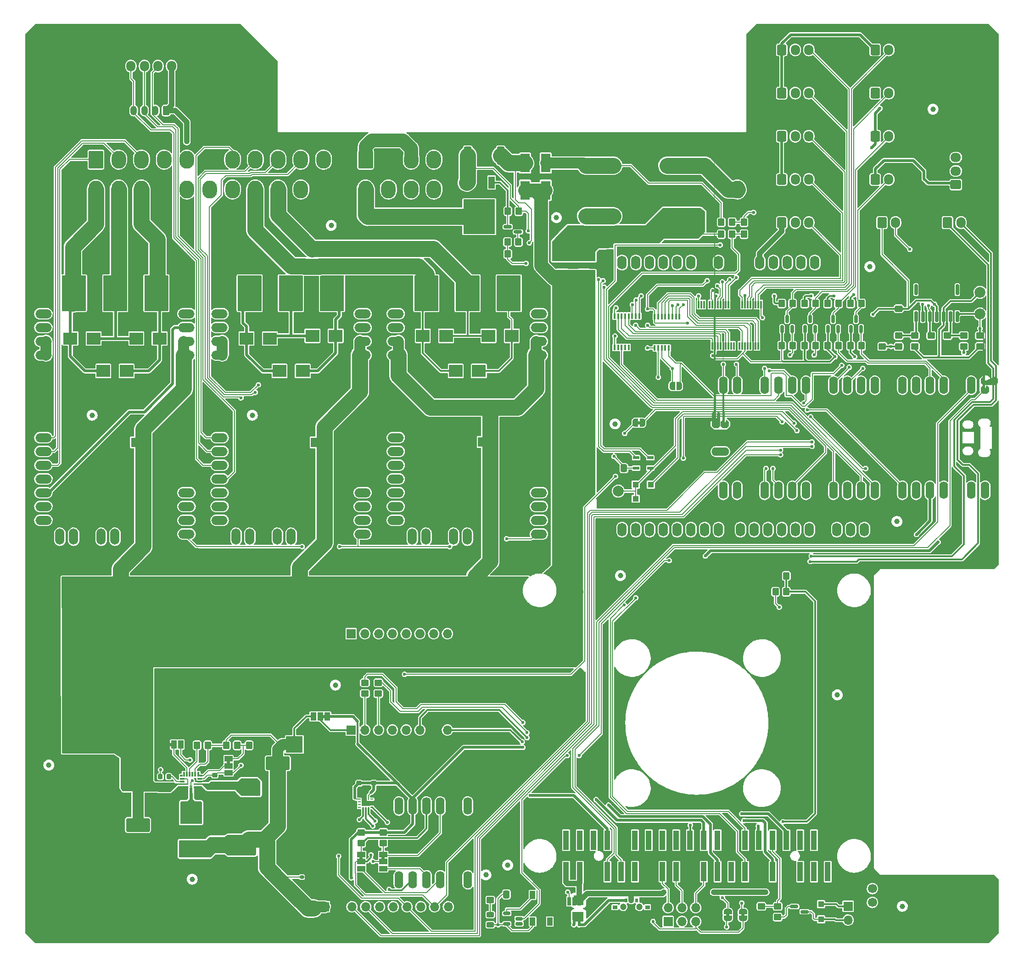
<source format=gbr>
%TF.GenerationSoftware,KiCad,Pcbnew,6.0.11+dfsg-1~bpo11+1*%
%TF.CreationDate,2023-04-27T19:59:20+00:00*%
%TF.ProjectId,OpenMowerMainboard,4f70656e-4d6f-4776-9572-4d61696e626f,rev?*%
%TF.SameCoordinates,Original*%
%TF.FileFunction,Copper,L1,Top*%
%TF.FilePolarity,Positive*%
%FSLAX46Y46*%
G04 Gerber Fmt 4.6, Leading zero omitted, Abs format (unit mm)*
G04 Created by KiCad (PCBNEW 6.0.11+dfsg-1~bpo11+1) date 2023-04-27 19:59:20*
%MOMM*%
%LPD*%
G01*
G04 APERTURE LIST*
G04 Aperture macros list*
%AMRoundRect*
0 Rectangle with rounded corners*
0 $1 Rounding radius*
0 $2 $3 $4 $5 $6 $7 $8 $9 X,Y pos of 4 corners*
0 Add a 4 corners polygon primitive as box body*
4,1,4,$2,$3,$4,$5,$6,$7,$8,$9,$2,$3,0*
0 Add four circle primitives for the rounded corners*
1,1,$1+$1,$2,$3*
1,1,$1+$1,$4,$5*
1,1,$1+$1,$6,$7*
1,1,$1+$1,$8,$9*
0 Add four rect primitives between the rounded corners*
20,1,$1+$1,$2,$3,$4,$5,0*
20,1,$1+$1,$4,$5,$6,$7,0*
20,1,$1+$1,$6,$7,$8,$9,0*
20,1,$1+$1,$8,$9,$2,$3,0*%
%AMFreePoly0*
4,1,22,0.500000,-0.750000,0.000000,-0.750000,0.000000,-0.745033,-0.079941,-0.743568,-0.215256,-0.701293,-0.333266,-0.622738,-0.424486,-0.514219,-0.481581,-0.384460,-0.499164,-0.250000,-0.500000,-0.250000,-0.500000,0.250000,-0.499164,0.250000,-0.499963,0.256109,-0.478152,0.396186,-0.417904,0.524511,-0.324060,0.630769,-0.204165,0.706417,-0.067858,0.745374,0.000000,0.744959,0.000000,0.750000,
0.500000,0.750000,0.500000,-0.750000,0.500000,-0.750000,$1*%
%AMFreePoly1*
4,1,20,0.000000,0.744959,0.073905,0.744508,0.209726,0.703889,0.328688,0.626782,0.421226,0.519385,0.479903,0.390333,0.500000,0.250000,0.500000,-0.250000,0.499851,-0.262216,0.476331,-0.402017,0.414519,-0.529596,0.319384,-0.634700,0.198574,-0.708877,0.061801,-0.746166,0.000000,-0.745033,0.000000,-0.750000,-0.500000,-0.750000,-0.500000,0.750000,0.000000,0.750000,0.000000,0.744959,
0.000000,0.744959,$1*%
%AMFreePoly2*
4,1,57,1.881438,0.792513,1.914631,0.788760,1.924366,0.782642,1.935575,0.780064,1.961670,0.759195,1.989950,0.741421,2.341668,0.389704,2.359398,0.361385,2.380215,0.335261,2.382772,0.324050,2.388875,0.314303,2.392571,0.281098,2.400000,0.248529,2.400000,-0.248878,2.392513,-0.281438,2.388760,-0.314632,2.382641,-0.324367,2.380064,-0.335575,2.359196,-0.361669,2.341421,-0.389950,
1.989704,-0.741668,1.961385,-0.759398,1.935261,-0.780215,1.924050,-0.782772,1.914303,-0.788875,1.881098,-0.792571,1.848529,-0.800000,-0.248878,-0.800000,-0.281438,-0.792513,-0.314632,-0.788760,-0.324367,-0.782641,-0.335575,-0.780064,-0.361669,-0.759196,-0.389950,-0.741421,-0.741668,-0.389704,-0.759398,-0.361385,-0.780215,-0.335261,-0.782772,-0.324050,-0.788875,-0.314303,-0.792571,-0.281098,
-0.800000,-0.248529,-0.800000,0.248878,-0.792513,0.281438,-0.788760,0.314631,-0.782642,0.324366,-0.780064,0.335575,-0.759195,0.361670,-0.741421,0.389950,-0.389704,0.741668,-0.361385,0.759398,-0.335261,0.780215,-0.324050,0.782772,-0.314303,0.788875,-0.281098,0.792571,-0.248529,0.800000,1.848878,0.800000,1.881438,0.792513,1.881438,0.792513,$1*%
%AMFreePoly3*
4,1,57,0.281438,0.792513,0.314631,0.788760,0.324366,0.782642,0.335575,0.780064,0.361670,0.759195,0.389950,0.741421,0.741668,0.389704,0.759398,0.361385,0.780215,0.335261,0.782772,0.324050,0.788875,0.314303,0.792571,0.281098,0.800000,0.248529,0.800000,-0.248878,0.792513,-0.281438,0.788760,-0.314632,0.782641,-0.324367,0.780064,-0.335575,0.759196,-0.361669,0.741421,-0.389950,
0.389704,-0.741668,0.361385,-0.759398,0.335261,-0.780215,0.324050,-0.782772,0.314303,-0.788875,0.281098,-0.792571,0.248529,-0.800000,-0.248878,-0.800000,-0.281438,-0.792513,-0.314632,-0.788760,-0.324367,-0.782641,-0.335575,-0.780064,-0.361669,-0.759196,-0.389950,-0.741421,-0.741668,-0.389704,-0.759398,-0.361385,-0.780215,-0.335261,-0.782772,-0.324050,-0.788875,-0.314303,-0.792571,-0.281098,
-0.800000,-0.248529,-0.800000,0.248878,-0.792513,0.281438,-0.788760,0.314631,-0.782642,0.324366,-0.780064,0.335575,-0.759195,0.361670,-0.741421,0.389950,-0.389704,0.741668,-0.361385,0.759398,-0.335261,0.780215,-0.324050,0.782772,-0.314303,0.788875,-0.281098,0.792571,-0.248529,0.800000,0.248878,0.800000,0.281438,0.792513,0.281438,0.792513,$1*%
%AMFreePoly4*
4,1,57,0.281438,2.392513,0.314631,2.388760,0.324366,2.382642,0.335575,2.380064,0.361670,2.359195,0.389950,2.341421,0.741668,1.989704,0.759398,1.961385,0.780215,1.935261,0.782772,1.924050,0.788875,1.914303,0.792571,1.881098,0.800000,1.848529,0.800000,-0.248878,0.792513,-0.281438,0.788760,-0.314632,0.782641,-0.324367,0.780064,-0.335575,0.759196,-0.361669,0.741421,-0.389950,
0.389704,-0.741668,0.361385,-0.759398,0.335261,-0.780215,0.324050,-0.782772,0.314303,-0.788875,0.281098,-0.792571,0.248529,-0.800000,-0.248878,-0.800000,-0.281438,-0.792513,-0.314632,-0.788760,-0.324367,-0.782641,-0.335575,-0.780064,-0.361669,-0.759196,-0.389950,-0.741421,-0.741668,-0.389704,-0.759398,-0.361385,-0.780215,-0.335261,-0.782772,-0.324050,-0.788875,-0.314303,-0.792571,-0.281098,
-0.800000,-0.248529,-0.800000,1.848878,-0.792513,1.881438,-0.788760,1.914631,-0.782642,1.924366,-0.780064,1.935575,-0.759195,1.961670,-0.741421,1.989950,-0.389704,2.341668,-0.361385,2.359398,-0.335261,2.380215,-0.324050,2.382772,-0.314303,2.388875,-0.281098,2.392571,-0.248529,2.400000,0.248878,2.400000,0.281438,2.392513,0.281438,2.392513,$1*%
G04 Aperture macros list end*
%TA.AperFunction,ComponentPad*%
%ADD10RoundRect,0.250001X-1.099999X-1.399999X1.099999X-1.399999X1.099999X1.399999X-1.099999X1.399999X0*%
%TD*%
%TA.AperFunction,ComponentPad*%
%ADD11O,2.700000X3.300000*%
%TD*%
%TA.AperFunction,ComponentPad*%
%ADD12RoundRect,0.250000X-0.600000X-0.725000X0.600000X-0.725000X0.600000X0.725000X-0.600000X0.725000X0*%
%TD*%
%TA.AperFunction,ComponentPad*%
%ADD13O,1.700000X1.950000*%
%TD*%
%TA.AperFunction,ComponentPad*%
%ADD14RoundRect,0.249999X0.350001X0.625001X-0.350001X0.625001X-0.350001X-0.625001X0.350001X-0.625001X0*%
%TD*%
%TA.AperFunction,ComponentPad*%
%ADD15O,1.200000X1.750000*%
%TD*%
%TA.AperFunction,ComponentPad*%
%ADD16C,0.900000*%
%TD*%
%TA.AperFunction,ComponentPad*%
%ADD17C,10.000000*%
%TD*%
%TA.AperFunction,SMDPad,CuDef*%
%ADD18R,1.800000X3.500000*%
%TD*%
%TA.AperFunction,SMDPad,CuDef*%
%ADD19C,1.000000*%
%TD*%
%TA.AperFunction,ComponentPad*%
%ADD20O,3.000000X1.700000*%
%TD*%
%TA.AperFunction,ComponentPad*%
%ADD21O,1.700000X3.000000*%
%TD*%
%TA.AperFunction,SMDPad,CuDef*%
%ADD22R,0.400000X1.000000*%
%TD*%
%TA.AperFunction,SMDPad,CuDef*%
%ADD23RoundRect,0.250000X-0.450000X0.350000X-0.450000X-0.350000X0.450000X-0.350000X0.450000X0.350000X0*%
%TD*%
%TA.AperFunction,SMDPad,CuDef*%
%ADD24RoundRect,0.225000X-0.250000X0.225000X-0.250000X-0.225000X0.250000X-0.225000X0.250000X0.225000X0*%
%TD*%
%TA.AperFunction,SMDPad,CuDef*%
%ADD25RoundRect,0.150000X-0.587500X-0.150000X0.587500X-0.150000X0.587500X0.150000X-0.587500X0.150000X0*%
%TD*%
%TA.AperFunction,SMDPad,CuDef*%
%ADD26RoundRect,0.250000X0.350000X0.450000X-0.350000X0.450000X-0.350000X-0.450000X0.350000X-0.450000X0*%
%TD*%
%TA.AperFunction,SMDPad,CuDef*%
%ADD27RoundRect,0.250000X-0.350000X-0.450000X0.350000X-0.450000X0.350000X0.450000X-0.350000X0.450000X0*%
%TD*%
%TA.AperFunction,SMDPad,CuDef*%
%ADD28R,0.475000X0.250000*%
%TD*%
%TA.AperFunction,SMDPad,CuDef*%
%ADD29R,0.250000X0.475000*%
%TD*%
%TA.AperFunction,SMDPad,CuDef*%
%ADD30RoundRect,0.250000X-0.337500X-0.475000X0.337500X-0.475000X0.337500X0.475000X-0.337500X0.475000X0*%
%TD*%
%TA.AperFunction,ComponentPad*%
%ADD31R,2.000000X2.000000*%
%TD*%
%TA.AperFunction,ComponentPad*%
%ADD32C,2.000000*%
%TD*%
%TA.AperFunction,SMDPad,CuDef*%
%ADD33RoundRect,0.243750X-0.456250X0.243750X-0.456250X-0.243750X0.456250X-0.243750X0.456250X0.243750X0*%
%TD*%
%TA.AperFunction,SMDPad,CuDef*%
%ADD34RoundRect,0.250000X0.450000X-0.350000X0.450000X0.350000X-0.450000X0.350000X-0.450000X-0.350000X0*%
%TD*%
%TA.AperFunction,SMDPad,CuDef*%
%ADD35RoundRect,0.150000X0.512500X0.150000X-0.512500X0.150000X-0.512500X-0.150000X0.512500X-0.150000X0*%
%TD*%
%TA.AperFunction,SMDPad,CuDef*%
%ADD36RoundRect,0.250000X1.950000X1.000000X-1.950000X1.000000X-1.950000X-1.000000X1.950000X-1.000000X0*%
%TD*%
%TA.AperFunction,ComponentPad*%
%ADD37C,2.350000*%
%TD*%
%TA.AperFunction,SMDPad,CuDef*%
%ADD38RoundRect,0.225000X0.250000X-0.225000X0.250000X0.225000X-0.250000X0.225000X-0.250000X-0.225000X0*%
%TD*%
%TA.AperFunction,SMDPad,CuDef*%
%ADD39R,1.000000X1.500000*%
%TD*%
%TA.AperFunction,SMDPad,CuDef*%
%ADD40R,1.100000X1.100000*%
%TD*%
%TA.AperFunction,ComponentPad*%
%ADD41R,1.700000X1.700000*%
%TD*%
%TA.AperFunction,ComponentPad*%
%ADD42O,1.700000X1.700000*%
%TD*%
%TA.AperFunction,SMDPad,CuDef*%
%ADD43R,1.500000X1.000000*%
%TD*%
%TA.AperFunction,SMDPad,CuDef*%
%ADD44RoundRect,0.250000X0.650000X-0.325000X0.650000X0.325000X-0.650000X0.325000X-0.650000X-0.325000X0*%
%TD*%
%TA.AperFunction,SMDPad,CuDef*%
%ADD45R,2.500000X2.300000*%
%TD*%
%TA.AperFunction,SMDPad,CuDef*%
%ADD46R,3.429000X2.413000*%
%TD*%
%TA.AperFunction,SMDPad,CuDef*%
%ADD47R,2.500000X1.800000*%
%TD*%
%TA.AperFunction,SMDPad,CuDef*%
%ADD48RoundRect,0.250000X-0.475000X0.337500X-0.475000X-0.337500X0.475000X-0.337500X0.475000X0.337500X0*%
%TD*%
%TA.AperFunction,SMDPad,CuDef*%
%ADD49RoundRect,0.150000X0.150000X-0.587500X0.150000X0.587500X-0.150000X0.587500X-0.150000X-0.587500X0*%
%TD*%
%TA.AperFunction,ComponentPad*%
%ADD50R,3.048000X3.048000*%
%TD*%
%TA.AperFunction,SMDPad,CuDef*%
%ADD51R,1.020000X3.600000*%
%TD*%
%TA.AperFunction,SMDPad,CuDef*%
%ADD52FreePoly0,180.000000*%
%TD*%
%TA.AperFunction,SMDPad,CuDef*%
%ADD53FreePoly1,180.000000*%
%TD*%
%TA.AperFunction,SMDPad,CuDef*%
%ADD54RoundRect,0.250000X-0.650000X0.325000X-0.650000X-0.325000X0.650000X-0.325000X0.650000X0.325000X0*%
%TD*%
%TA.AperFunction,SMDPad,CuDef*%
%ADD55R,0.650000X1.560000*%
%TD*%
%TA.AperFunction,ComponentPad*%
%ADD56RoundRect,0.250000X-0.600000X-0.750000X0.600000X-0.750000X0.600000X0.750000X-0.600000X0.750000X0*%
%TD*%
%TA.AperFunction,ComponentPad*%
%ADD57O,1.700000X2.000000*%
%TD*%
%TA.AperFunction,SMDPad,CuDef*%
%ADD58RoundRect,0.250000X-1.950000X-1.000000X1.950000X-1.000000X1.950000X1.000000X-1.950000X1.000000X0*%
%TD*%
%TA.AperFunction,SMDPad,CuDef*%
%ADD59R,0.300000X1.425000*%
%TD*%
%TA.AperFunction,SMDPad,CuDef*%
%ADD60R,1.150000X0.600000*%
%TD*%
%TA.AperFunction,SMDPad,CuDef*%
%ADD61RoundRect,0.225000X0.225000X0.250000X-0.225000X0.250000X-0.225000X-0.250000X0.225000X-0.250000X0*%
%TD*%
%TA.AperFunction,ComponentPad*%
%ADD62RoundRect,0.250000X0.725000X-0.600000X0.725000X0.600000X-0.725000X0.600000X-0.725000X-0.600000X0*%
%TD*%
%TA.AperFunction,ComponentPad*%
%ADD63O,1.950000X1.700000*%
%TD*%
%TA.AperFunction,ComponentPad*%
%ADD64C,1.200000*%
%TD*%
%TA.AperFunction,SMDPad,CuDef*%
%ADD65R,0.600000X0.700000*%
%TD*%
%TA.AperFunction,SMDPad,CuDef*%
%ADD66R,0.900000X0.700000*%
%TD*%
%TA.AperFunction,SMDPad,CuDef*%
%ADD67RoundRect,0.250000X-0.475000X0.250000X-0.475000X-0.250000X0.475000X-0.250000X0.475000X0.250000X0*%
%TD*%
%TA.AperFunction,SMDPad,CuDef*%
%ADD68R,1.200000X2.200000*%
%TD*%
%TA.AperFunction,SMDPad,CuDef*%
%ADD69R,5.800000X6.400000*%
%TD*%
%TA.AperFunction,SMDPad,CuDef*%
%ADD70C,2.000000*%
%TD*%
%TA.AperFunction,SMDPad,CuDef*%
%ADD71FreePoly2,270.000000*%
%TD*%
%TA.AperFunction,ComponentPad*%
%ADD72FreePoly3,270.000000*%
%TD*%
%TA.AperFunction,ComponentPad*%
%ADD73C,1.600000*%
%TD*%
%TA.AperFunction,SMDPad,CuDef*%
%ADD74O,1.600000X3.200000*%
%TD*%
%TA.AperFunction,ComponentPad*%
%ADD75RoundRect,0.200000X-0.600000X0.600000X-0.600000X-0.600000X0.600000X-0.600000X0.600000X0.600000X0*%
%TD*%
%TA.AperFunction,SMDPad,CuDef*%
%ADD76RoundRect,0.200000X-0.600000X1.400000X-0.600000X-1.400000X0.600000X-1.400000X0.600000X1.400000X0*%
%TD*%
%TA.AperFunction,SMDPad,CuDef*%
%ADD77FreePoly4,270.000000*%
%TD*%
%TA.AperFunction,SMDPad,CuDef*%
%ADD78RoundRect,0.200000X-1.400000X0.600000X-1.400000X-0.600000X1.400000X-0.600000X1.400000X0.600000X0*%
%TD*%
%TA.AperFunction,SMDPad,CuDef*%
%ADD79O,3.200000X1.600000*%
%TD*%
%TA.AperFunction,SMDPad,CuDef*%
%ADD80RoundRect,0.160000X0.222500X0.160000X-0.222500X0.160000X-0.222500X-0.160000X0.222500X-0.160000X0*%
%TD*%
%TA.AperFunction,ComponentPad*%
%ADD81C,1.700000*%
%TD*%
%TA.AperFunction,SMDPad,CuDef*%
%ADD82FreePoly0,90.000000*%
%TD*%
%TA.AperFunction,SMDPad,CuDef*%
%ADD83FreePoly1,90.000000*%
%TD*%
%TA.AperFunction,SMDPad,CuDef*%
%ADD84RoundRect,0.250000X0.337500X0.475000X-0.337500X0.475000X-0.337500X-0.475000X0.337500X-0.475000X0*%
%TD*%
%TA.AperFunction,SMDPad,CuDef*%
%ADD85R,0.875000X0.300000*%
%TD*%
%TA.AperFunction,SMDPad,CuDef*%
%ADD86R,1.525000X0.250000*%
%TD*%
%TA.AperFunction,SMDPad,CuDef*%
%ADD87R,1.525000X0.950000*%
%TD*%
%TA.AperFunction,SMDPad,CuDef*%
%ADD88R,0.450000X0.600000*%
%TD*%
%TA.AperFunction,SMDPad,CuDef*%
%ADD89R,0.300000X1.650000*%
%TD*%
%TA.AperFunction,SMDPad,CuDef*%
%ADD90R,0.450000X0.875000*%
%TD*%
%TA.AperFunction,SMDPad,CuDef*%
%ADD91R,0.300000X0.875000*%
%TD*%
%TA.AperFunction,SMDPad,CuDef*%
%ADD92R,0.500000X0.350000*%
%TD*%
%TA.AperFunction,SMDPad,CuDef*%
%ADD93R,0.600000X0.250000*%
%TD*%
%TA.AperFunction,SMDPad,CuDef*%
%ADD94RoundRect,0.249999X0.450001X1.425001X-0.450001X1.425001X-0.450001X-1.425001X0.450001X-1.425001X0*%
%TD*%
%TA.AperFunction,ConnectorPad*%
%ADD95O,1.600000X3.200000*%
%TD*%
%TA.AperFunction,SMDPad,CuDef*%
%ADD96RoundRect,0.150000X0.150000X-0.825000X0.150000X0.825000X-0.150000X0.825000X-0.150000X-0.825000X0*%
%TD*%
%TA.AperFunction,ComponentPad*%
%ADD97O,1.727200X2.500000*%
%TD*%
%TA.AperFunction,SMDPad,CuDef*%
%ADD98RoundRect,0.150000X0.587500X0.150000X-0.587500X0.150000X-0.587500X-0.150000X0.587500X-0.150000X0*%
%TD*%
%TA.AperFunction,ViaPad*%
%ADD99C,0.600000*%
%TD*%
%TA.AperFunction,Conductor*%
%ADD100C,0.150000*%
%TD*%
%TA.AperFunction,Conductor*%
%ADD101C,0.300000*%
%TD*%
%TA.AperFunction,Conductor*%
%ADD102C,0.500000*%
%TD*%
%TA.AperFunction,Conductor*%
%ADD103C,0.200000*%
%TD*%
%TA.AperFunction,Conductor*%
%ADD104C,2.000000*%
%TD*%
%TA.AperFunction,Conductor*%
%ADD105C,3.000000*%
%TD*%
%TA.AperFunction,Conductor*%
%ADD106C,1.000000*%
%TD*%
%TA.AperFunction,Conductor*%
%ADD107C,2.500000*%
%TD*%
G04 APERTURE END LIST*
%TO.C,JP1*%
G36*
X75546000Y-148280400D02*
G01*
X75046000Y-148280400D01*
X75046000Y-147680400D01*
X75546000Y-147680400D01*
X75546000Y-148280400D01*
G37*
%TO.C,JP10*%
G36*
X82463200Y-174352000D02*
G01*
X81863200Y-174352000D01*
X81863200Y-173852000D01*
X82463200Y-173852000D01*
X82463200Y-174352000D01*
G37*
%TO.C,JP6*%
G36*
X133650000Y-94100000D02*
G01*
X133150000Y-94100000D01*
X133150000Y-93500000D01*
X133650000Y-93500000D01*
X133650000Y-94100000D01*
G37*
%TO.C,JP5*%
G36*
X58000000Y-156700000D02*
G01*
X57400000Y-156700000D01*
X57400000Y-156200000D01*
X58000000Y-156200000D01*
X58000000Y-156700000D01*
G37*
%TO.C,JP8*%
G36*
X152900000Y-184850000D02*
G01*
X152300000Y-184850000D01*
X152300000Y-184350000D01*
X152900000Y-184350000D01*
X152900000Y-184850000D01*
G37*
%TO.C,JP11*%
G36*
X86527200Y-174352000D02*
G01*
X85927200Y-174352000D01*
X85927200Y-173852000D01*
X86527200Y-173852000D01*
X86527200Y-174352000D01*
G37*
%TO.C,JP4*%
G36*
X47200000Y-153457500D02*
G01*
X46700000Y-153457500D01*
X46700000Y-152857500D01*
X47200000Y-152857500D01*
X47200000Y-153457500D01*
G37*
%TO.C,JP7*%
G36*
X150100000Y-184850000D02*
G01*
X149500000Y-184850000D01*
X149500000Y-184350000D01*
X150100000Y-184350000D01*
X150100000Y-184850000D01*
G37*
%TD*%
D10*
%TO.P,J1,1,Pin_1*%
%TO.N,/ESCs/ML_HALL_U*%
X33250000Y-45250000D03*
D11*
%TO.P,J1,2,Pin_2*%
%TO.N,/ESCs/ML_HALL_V*%
X37450000Y-45250000D03*
%TO.P,J1,3,Pin_3*%
%TO.N,/ESCs/ML_HALL_W*%
X41650000Y-45250000D03*
%TO.P,J1,4,Pin_4*%
%TO.N,+5V*%
X45850000Y-45250000D03*
%TO.P,J1,5,Pin_5*%
%TO.N,unconnected-(J1-Pad5)*%
X50050000Y-45250000D03*
%TO.P,J1,6,Pin_6*%
%TO.N,GND*%
X54250000Y-45250000D03*
%TO.P,J1,7,Pin_7*%
%TO.N,/ESCs/MC_TEMP*%
X58450000Y-45250000D03*
%TO.P,J1,8,Pin_8*%
%TO.N,/ESCs/MR_HALL_U*%
X62650000Y-45250000D03*
%TO.P,J1,9,Pin_9*%
%TO.N,/ESCs/MR_HALL_V*%
X66850000Y-45250000D03*
%TO.P,J1,10,Pin_10*%
%TO.N,/ESCs/MR_HALL_W*%
X71050000Y-45250000D03*
%TO.P,J1,11,Pin_11*%
%TO.N,+5V*%
X75250000Y-45250000D03*
%TO.P,J1,12,Pin_12*%
%TO.N,/ESCs/ML_PHASE_W*%
X33250000Y-50750000D03*
%TO.P,J1,13,Pin_13*%
%TO.N,/ESCs/ML_PHASE_V*%
X37450000Y-50750000D03*
%TO.P,J1,14,Pin_14*%
%TO.N,/ESCs/ML_PHASE_U*%
X41650000Y-50750000D03*
%TO.P,J1,15,Pin_15*%
%TO.N,GND*%
X45850000Y-50750000D03*
%TO.P,J1,16,Pin_16*%
%TO.N,/ESCs/MC_PHASE_W*%
X50050000Y-50750000D03*
%TO.P,J1,17,Pin_17*%
%TO.N,/ESCs/MC_PHASE_V*%
X54250000Y-50750000D03*
%TO.P,J1,18,Pin_18*%
%TO.N,/ESCs/MC_PHASE_U*%
X58450000Y-50750000D03*
%TO.P,J1,19,Pin_19*%
%TO.N,/ESCs/MR_PHASE_W*%
X62650000Y-50750000D03*
%TO.P,J1,20,Pin_20*%
%TO.N,/ESCs/MR_PHASE_V*%
X66850000Y-50750000D03*
%TO.P,J1,21,Pin_21*%
%TO.N,/ESCs/MR_PHASE_U*%
X71050000Y-50750000D03*
%TO.P,J1,22,Pin_22*%
%TO.N,GND*%
X75250000Y-50750000D03*
%TD*%
D10*
%TO.P,J2,1,Pin_1*%
%TO.N,Net-(J2-Pad1)*%
X83000000Y-45250000D03*
D11*
%TO.P,J2,2,Pin_2*%
%TO.N,GND*%
X87200000Y-45250000D03*
%TO.P,J2,3,Pin_3*%
%TO.N,Net-(J2-Pad1)*%
X91400000Y-45250000D03*
%TO.P,J2,4,Pin_4*%
%TO.N,unconnected-(J2-Pad4)*%
X95600000Y-45250000D03*
%TO.P,J2,5,Pin_5*%
%TO.N,/RobotConnectors/MosfetSwitch/VOUT*%
X83000000Y-50750000D03*
%TO.P,J2,6,Pin_6*%
%TO.N,unconnected-(J2-Pad6)*%
X87200000Y-50750000D03*
%TO.P,J2,7,Pin_7*%
%TO.N,Net-(F4-Pad1)*%
X91400000Y-50750000D03*
%TO.P,J2,8,Pin_8*%
%TO.N,unconnected-(J2-Pad8)*%
X95600000Y-50750000D03*
%TD*%
D10*
%TO.P,J3,1,Pin_1*%
%TO.N,GND*%
X151600000Y-45250000D03*
D11*
%TO.P,J3,2,Pin_2*%
%TO.N,Net-(F2-Pad2)*%
X151600000Y-50750000D03*
%TD*%
D12*
%TO.P,J13,1,Pin_1*%
%TO.N,+5V*%
X177000000Y-40935000D03*
D13*
%TO.P,J13,2,Pin_2*%
%TO.N,/RobotConnectors/HALL_SWITCH_3_5V*%
X179500000Y-40935000D03*
%TO.P,J13,3,Pin_3*%
%TO.N,GND*%
X182000000Y-40935000D03*
%TD*%
D12*
%TO.P,J14,1,Pin_1*%
%TO.N,+5V*%
X177000000Y-48902500D03*
D13*
%TO.P,J14,2,Pin_2*%
%TO.N,/RobotConnectors/HALL_SWITCH_4_5V*%
X179500000Y-48902500D03*
%TO.P,J14,3,Pin_3*%
%TO.N,GND*%
X182000000Y-48902500D03*
%TD*%
D12*
%TO.P,J5,1,Pin_1*%
%TO.N,+5V*%
X159750000Y-25000000D03*
D13*
%TO.P,J5,2,Pin_2*%
%TO.N,/RobotConnectors/USS_1_TRIGGER_5V*%
X162250000Y-25000000D03*
%TO.P,J5,3,Pin_3*%
%TO.N,/RobotConnectors/USS_1_ECHO_5V*%
X164750000Y-25000000D03*
%TO.P,J5,4,Pin_4*%
%TO.N,GND*%
X167250000Y-25000000D03*
%TD*%
D12*
%TO.P,J6,1,Pin_1*%
%TO.N,+5V*%
X159750000Y-32967500D03*
D13*
%TO.P,J6,2,Pin_2*%
%TO.N,/RobotConnectors/USS_2_TRIGGER_5V*%
X162250000Y-32967500D03*
%TO.P,J6,3,Pin_3*%
%TO.N,/RobotConnectors/USS_2_ECHO_5V*%
X164750000Y-32967500D03*
%TO.P,J6,4,Pin_4*%
%TO.N,GND*%
X167250000Y-32967500D03*
%TD*%
D12*
%TO.P,J7,1,Pin_1*%
%TO.N,+5V*%
X159750000Y-40935000D03*
D13*
%TO.P,J7,2,Pin_2*%
%TO.N,/RobotConnectors/USS_3_TRIGGER_5V*%
X162250000Y-40935000D03*
%TO.P,J7,3,Pin_3*%
%TO.N,/RobotConnectors/USS_3_ECHO_5V*%
X164750000Y-40935000D03*
%TO.P,J7,4,Pin_4*%
%TO.N,GND*%
X167250000Y-40935000D03*
%TD*%
D12*
%TO.P,J8,1,Pin_1*%
%TO.N,+5V*%
X159750000Y-48902500D03*
D13*
%TO.P,J8,2,Pin_2*%
%TO.N,/RobotConnectors/USS_4_TRIGGER_5V*%
X162250000Y-48902500D03*
%TO.P,J8,3,Pin_3*%
%TO.N,/RobotConnectors/USS_4_ECHO_5V*%
X164750000Y-48902500D03*
%TO.P,J8,4,Pin_4*%
%TO.N,GND*%
X167250000Y-48902500D03*
%TD*%
D12*
%TO.P,J9,1,Pin_1*%
%TO.N,+5V*%
X159750000Y-56870000D03*
D13*
%TO.P,J9,2,Pin_2*%
%TO.N,/RobotConnectors/USS_5_TRIGGER_5V*%
X162250000Y-56870000D03*
%TO.P,J9,3,Pin_3*%
%TO.N,/RobotConnectors/USS_5_ECHO_5V*%
X164750000Y-56870000D03*
%TO.P,J9,4,Pin_4*%
%TO.N,GND*%
X167250000Y-56870000D03*
%TD*%
D12*
%TO.P,J12,1,Pin_1*%
%TO.N,+5V*%
X177000000Y-32967500D03*
D13*
%TO.P,J12,2,Pin_2*%
%TO.N,/RobotConnectors/HALL_SWITCH_2_5V*%
X179500000Y-32967500D03*
%TO.P,J12,3,Pin_3*%
%TO.N,GND*%
X182000000Y-32967500D03*
%TD*%
D14*
%TO.P,J10,1,Pin_1*%
%TO.N,+5V*%
X46196000Y-36195000D03*
D15*
%TO.P,J10,2,Pin_2*%
%TO.N,/ESCs/MC_HALL_W*%
X44196000Y-36195000D03*
%TO.P,J10,3,Pin_3*%
%TO.N,/ESCs/MC_HALL_V*%
X42196000Y-36195000D03*
%TO.P,J10,4,Pin_4*%
%TO.N,/ESCs/MC_HALL_U*%
X40196000Y-36195000D03*
%TO.P,J10,5,Pin_5*%
%TO.N,GND*%
X38196000Y-36195000D03*
%TD*%
D12*
%TO.P,J11,1,Pin_1*%
%TO.N,+5V*%
X177000000Y-25000000D03*
D13*
%TO.P,J11,2,Pin_2*%
%TO.N,/RobotConnectors/HALL_SWITCH_1_5V*%
X179500000Y-25000000D03*
%TO.P,J11,3,Pin_3*%
%TO.N,GND*%
X182000000Y-25000000D03*
%TD*%
D16*
%TO.P,H1,1,1*%
%TO.N,GND*%
X23848350Y-32651650D03*
X29151650Y-27348350D03*
X22750000Y-30000000D03*
X30250000Y-30000000D03*
X23848350Y-27348350D03*
X29151650Y-32651650D03*
X26500000Y-26250000D03*
X26500000Y-33750000D03*
D17*
X26500000Y-30000000D03*
%TD*%
D16*
%TO.P,H2,1,1*%
%TO.N,GND*%
X30250000Y-182500000D03*
D17*
X26500000Y-182500000D03*
D16*
X23848350Y-179848350D03*
X22750000Y-182500000D03*
X29151650Y-179848350D03*
X26500000Y-186250000D03*
X29151650Y-185151650D03*
X26500000Y-178750000D03*
X23848350Y-185151650D03*
%TD*%
%TO.P,H3,1,1*%
%TO.N,GND*%
X196151650Y-32651650D03*
X197250000Y-30000000D03*
X193500000Y-26250000D03*
D17*
X193500000Y-30000000D03*
D16*
X193500000Y-33750000D03*
X196151650Y-27348350D03*
X190848350Y-27348350D03*
X190848350Y-32651650D03*
X189750000Y-30000000D03*
%TD*%
%TO.P,H4,1,1*%
%TO.N,GND*%
X193500000Y-186250000D03*
X196151650Y-179848350D03*
X197250000Y-182500000D03*
X190848350Y-185151650D03*
X190848350Y-179848350D03*
X196151650Y-185151650D03*
D17*
X193500000Y-182500000D03*
D16*
X189750000Y-182500000D03*
X193500000Y-178750000D03*
%TD*%
D18*
%TO.P,D15,1,K*%
%TO.N,V_BATT*%
X123250000Y-67300000D03*
%TO.P,D15,2,A*%
%TO.N,/RobotConnectors/V_BATTERY*%
X123250000Y-62300000D03*
%TD*%
D19*
%TO.P,FID16,*%
%TO.N,*%
X118200000Y-55950000D03*
%TD*%
D20*
%TO.P,U5,1,CAN_L*%
%TO.N,unconnected-(U5-Pad1)*%
X56060000Y-111775000D03*
%TO.P,U5,2,CAN_H*%
%TO.N,unconnected-(U5-Pad2)*%
X56060000Y-109235000D03*
%TO.P,U5,3,TEMPERATURE*%
%TO.N,/ESCs/MC_TEMP*%
X56060000Y-104155000D03*
%TO.P,U5,4,HALL_U*%
%TO.N,/ESCs/MC_HALL_U*%
X56060000Y-101615000D03*
%TO.P,U5,5,HALL_V*%
%TO.N,/ESCs/MC_HALL_V*%
X56060000Y-99075000D03*
%TO.P,U5,5V,5V*%
%TO.N,+5V*%
X56060000Y-76215000D03*
X82460000Y-73675000D03*
X82460000Y-76215000D03*
X56060000Y-106695000D03*
X56060000Y-73675000D03*
%TO.P,U5,6,HALL_W*%
%TO.N,/ESCs/MC_HALL_W*%
X56060000Y-96535000D03*
D21*
%TO.P,U5,7,3V3_IN*%
%TO.N,unconnected-(U5-Pad7)*%
X59100000Y-114815000D03*
%TO.P,U5,8,SWDCLK*%
%TO.N,unconnected-(U5-Pad8)*%
X61640000Y-114815000D03*
%TO.P,U5,9,SWDIO*%
%TO.N,unconnected-(U5-Pad9)*%
X66720000Y-114815000D03*
%TO.P,U5,10,RESET*%
%TO.N,unconnected-(U5-Pad10)*%
X69260000Y-114815000D03*
D20*
%TO.P,U5,11,MISO*%
%TO.N,Net-(JP6-Pad2)*%
X82460000Y-114315000D03*
%TO.P,U5,12,MOSI/TX*%
%TO.N,/ESCs/MC_TX*%
X82460000Y-111775000D03*
%TO.P,U5,13,SCK*%
%TO.N,unconnected-(U5-Pad13)*%
X82460000Y-109235000D03*
%TO.P,U5,14,NCS/RX*%
%TO.N,/ESCs/MC_RX*%
X82460000Y-106695000D03*
%TO.P,U5,GND,GND*%
%TO.N,GND*%
X82460000Y-68595000D03*
D21*
X64180000Y-114815000D03*
D20*
X82460000Y-71135000D03*
X56060000Y-93995000D03*
X56060000Y-114315000D03*
X82460000Y-104155000D03*
X56060000Y-68595000D03*
X56060000Y-71135000D03*
D21*
%TO.P,U5,U,U*%
%TO.N,/ESCs/MC_PHASE_U*%
X75610000Y-71635000D03*
X78150000Y-71635000D03*
X78150000Y-68095000D03*
X75610000Y-68095000D03*
%TO.P,U5,V,V*%
%TO.N,/ESCs/MC_PHASE_V*%
X70530000Y-68095000D03*
X67990000Y-71635000D03*
X70530000Y-71635000D03*
X67990000Y-68095000D03*
D20*
%TO.P,U5,VM,VIN*%
%TO.N,V_BATT*%
X56060000Y-78755000D03*
X56060000Y-81295000D03*
X82460000Y-81295000D03*
X82460000Y-78755000D03*
D21*
%TO.P,U5,W,W*%
%TO.N,/ESCs/MC_PHASE_W*%
X60370000Y-68095000D03*
X62910000Y-71635000D03*
X62910000Y-68095000D03*
X60370000Y-71635000D03*
%TD*%
D22*
%TO.P,U9,1,A4*%
%TO.N,/RobotConnectors/USS_5_TRIGGER*%
X128925000Y-79900000D03*
%TO.P,U9,2,A6*%
%TO.N,unconnected-(U9-Pad2)*%
X129575000Y-79900000D03*
%TO.P,U9,3,A*%
%TO.N,/pico/MUX_OUTPUT*%
X130225000Y-79900000D03*
%TO.P,U9,4,A7*%
%TO.N,unconnected-(U9-Pad4)*%
X130875000Y-79900000D03*
%TO.P,U9,5,A5*%
%TO.N,unconnected-(U9-Pad5)*%
X131525000Y-79900000D03*
%TO.P,U9,6,~{E}*%
%TO.N,GND*%
X132175000Y-79900000D03*
%TO.P,U9,7,VEE*%
X132825000Y-79900000D03*
%TO.P,U9,8,GND*%
X133475000Y-79900000D03*
%TO.P,U9,9,S2*%
%TO.N,/pico/MUX_ADDRESS_2*%
X133475000Y-74100000D03*
%TO.P,U9,10,S1*%
%TO.N,/pico/MUX_ADDRESS_1*%
X132825000Y-74100000D03*
%TO.P,U9,11,S0*%
%TO.N,/pico/MUX_ADDRESS_0*%
X132175000Y-74100000D03*
%TO.P,U9,12,A3*%
%TO.N,/RobotConnectors/USS_4_TRIGGER*%
X131525000Y-74100000D03*
%TO.P,U9,13,A0*%
%TO.N,/RobotConnectors/USS_3_TRIGGER*%
X130875000Y-74100000D03*
%TO.P,U9,14,A1*%
%TO.N,/RobotConnectors/USS_2_TRIGGER*%
X130225000Y-74100000D03*
%TO.P,U9,15,A2*%
%TO.N,/RobotConnectors/USS_1_TRIGGER*%
X129575000Y-74100000D03*
%TO.P,U9,16,VCC*%
%TO.N,+3V3*%
X128925000Y-74100000D03*
%TD*%
D23*
%TO.P,R5,1*%
%TO.N,/RaspberryPi/RASPI_FAN_ON*%
X159000000Y-183000000D03*
%TO.P,R5,2*%
%TO.N,Net-(Q3-Pad1)*%
X159000000Y-185000000D03*
%TD*%
D24*
%TO.P,C19,1*%
%TO.N,+5V*%
X56200000Y-172625000D03*
%TO.P,C19,2*%
%TO.N,GND*%
X56200000Y-174175000D03*
%TD*%
D25*
%TO.P,Q3,1,G*%
%TO.N,Net-(Q3-Pad1)*%
X162062500Y-183050000D03*
%TO.P,Q3,2,S*%
%TO.N,GND*%
X162062500Y-184950000D03*
%TO.P,Q3,3,D*%
%TO.N,Net-(D1-Pad2)*%
X163937500Y-184000000D03*
%TD*%
D26*
%TO.P,R41,1*%
%TO.N,GND*%
X154800000Y-56800000D03*
%TO.P,R41,2*%
%TO.N,/pico/V_CHARGE*%
X152800000Y-56800000D03*
%TD*%
D27*
%TO.P,R26,1*%
%TO.N,/RobotConnectors/ENABLE_CHARGE*%
X109220000Y-62650000D03*
%TO.P,R26,2*%
%TO.N,GND*%
X111220000Y-62650000D03*
%TD*%
D28*
%TO.P,AC1201,1,SDO/SA0*%
%TO.N,/IMU/MISO*%
X84162500Y-164750000D03*
%TO.P,AC1201,2,SDX*%
%TO.N,GND*%
X84162500Y-164250000D03*
%TO.P,AC1201,3,SCX*%
X84162500Y-163750000D03*
%TO.P,AC1201,4,INT1*%
%TO.N,unconnected-(AC1201-Pad4)*%
X84162500Y-163250000D03*
D29*
%TO.P,AC1201,5,VDDIO*%
%TO.N,+3V3*%
X83500000Y-163087500D03*
%TO.P,AC1201,6,GND_1*%
%TO.N,GND*%
X83000000Y-163087500D03*
%TO.P,AC1201,7,GND_2*%
X82500000Y-163087500D03*
D28*
%TO.P,AC1201,8,VDD*%
%TO.N,+3V3*%
X81837500Y-163250000D03*
%TO.P,AC1201,9,INT2*%
%TO.N,unconnected-(AC1201-Pad9)*%
X81837500Y-163750000D03*
%TO.P,AC1201,10,OCS_AUX*%
%TO.N,unconnected-(AC1201-Pad10)*%
X81837500Y-164250000D03*
%TO.P,AC1201,11,SDO_AUX*%
%TO.N,unconnected-(AC1201-Pad11)*%
X81837500Y-164750000D03*
D29*
%TO.P,AC1201,12,CS*%
%TO.N,/IMU/~{CS}*%
X82500000Y-164912500D03*
%TO.P,AC1201,13,SCL*%
%TO.N,/IMU/SCK*%
X83000000Y-164912500D03*
%TO.P,AC1201,14,SDA*%
%TO.N,/IMU/MOSI*%
X83500000Y-164912500D03*
%TD*%
D19*
%TO.P,FID6,*%
%TO.N,*%
X130000000Y-122000000D03*
%TD*%
D30*
%TO.P,C25,1*%
%TO.N,+5V*%
X108962500Y-180800000D03*
%TO.P,C25,2*%
%TO.N,GND*%
X111037500Y-180800000D03*
%TD*%
D31*
%TO.P,C3,1*%
%TO.N,V_BATT*%
X79235005Y-124612400D03*
D32*
%TO.P,C3,2*%
%TO.N,GND*%
X79235005Y-119612400D03*
%TD*%
D33*
%TO.P,D23,1,K*%
%TO.N,Net-(D23-Pad1)*%
X106000000Y-184522500D03*
%TO.P,D23,2,A*%
%TO.N,+5V*%
X106000000Y-186397500D03*
%TD*%
D34*
%TO.P,R14,1*%
%TO.N,Net-(JP11-Pad1)*%
X86223200Y-171352000D03*
%TO.P,R14,2*%
%TO.N,+3V3*%
X86223200Y-169352000D03*
%TD*%
D35*
%TO.P,U7,1,NC*%
%TO.N,unconnected-(U7-Pad1)*%
X111307500Y-186220000D03*
%TO.P,U7,2,A*%
%TO.N,Net-(U11-Pad14)*%
X111307500Y-185270000D03*
%TO.P,U7,3,GND*%
%TO.N,GND*%
X111307500Y-184320000D03*
%TO.P,U7,4,Y*%
%TO.N,Net-(D25-Pad4)*%
X109032500Y-184320000D03*
%TO.P,U7,5,VCC*%
%TO.N,+5V*%
X109032500Y-186220000D03*
%TD*%
D36*
%TO.P,C10,1*%
%TO.N,V_BATT*%
X41000000Y-168000000D03*
%TO.P,C10,2*%
%TO.N,GND*%
X32600000Y-168000000D03*
%TD*%
D37*
%TO.P,F4,1*%
%TO.N,Net-(F4-Pad1)*%
X128675000Y-55700000D03*
X123675000Y-55700000D03*
%TO.P,F4,2*%
%TO.N,/RobotConnectors/V_BATTERY*%
X143675000Y-55700000D03*
X138675000Y-55700000D03*
%TD*%
D26*
%TO.P,R40,1*%
%TO.N,/pico/V_CHARGE*%
X150600000Y-56800000D03*
%TO.P,R40,2*%
%TO.N,/RobotConnectors/V_CHARGE*%
X148600000Y-56800000D03*
%TD*%
D38*
%TO.P,C24,1*%
%TO.N,+3V3*%
X81750000Y-160275000D03*
%TO.P,C24,2*%
%TO.N,GND*%
X81750000Y-158725000D03*
%TD*%
D34*
%TO.P,R50,1*%
%TO.N,Net-(R47-Pad2)*%
X196320000Y-79720000D03*
%TO.P,R50,2*%
%TO.N,/RAIN_DETECTED*%
X196320000Y-77720000D03*
%TD*%
D39*
%TO.P,JP1,1,A*%
%TO.N,+3V3*%
X75946000Y-147980400D03*
%TO.P,JP1,2,C*%
%TO.N,Net-(J16-Pad1)*%
X74646000Y-147980400D03*
%TO.P,JP1,3,B*%
%TO.N,+5V*%
X73346000Y-147980400D03*
%TD*%
D26*
%TO.P,R43,1*%
%TO.N,GND*%
X154800000Y-59000000D03*
%TO.P,R43,2*%
%TO.N,/pico/V_IN*%
X152800000Y-59000000D03*
%TD*%
D23*
%TO.P,R13,1*%
%TO.N,/pico/SOUND_RX*%
X85344000Y-141748000D03*
%TO.P,R13,2*%
%TO.N,Net-(J16-Pad3)*%
X85344000Y-143748000D03*
%TD*%
D40*
%TO.P,D14,1,K*%
%TO.N,/CHARGE_CURRENT*%
X132800000Y-107800000D03*
%TO.P,D14,2,A*%
%TO.N,GND*%
X135600000Y-107800000D03*
%TD*%
D31*
%TO.P,C2,1*%
%TO.N,V_BATT*%
X30428020Y-124612400D03*
D32*
%TO.P,C2,2*%
%TO.N,GND*%
X30428020Y-119612400D03*
%TD*%
D20*
%TO.P,U4,1,CAN_L*%
%TO.N,unconnected-(U4-Pad1)*%
X23560000Y-111775000D03*
%TO.P,U4,2,CAN_H*%
%TO.N,unconnected-(U4-Pad2)*%
X23560000Y-109235000D03*
%TO.P,U4,3,TEMPERATURE*%
%TO.N,unconnected-(U4-Pad3)*%
X23560000Y-104155000D03*
%TO.P,U4,4,HALL_U*%
%TO.N,/ESCs/ML_HALL_U*%
X23560000Y-101615000D03*
%TO.P,U4,5,HALL_V*%
%TO.N,/ESCs/ML_HALL_V*%
X23560000Y-99075000D03*
%TO.P,U4,5V,5V*%
%TO.N,+5V*%
X23560000Y-76215000D03*
X49960000Y-73675000D03*
X23560000Y-106695000D03*
X23560000Y-73675000D03*
X49960000Y-76215000D03*
%TO.P,U4,6,HALL_W*%
%TO.N,/ESCs/ML_HALL_W*%
X23560000Y-96535000D03*
D21*
%TO.P,U4,7,3V3_IN*%
%TO.N,unconnected-(U4-Pad7)*%
X26600000Y-114815000D03*
%TO.P,U4,8,SWDCLK*%
%TO.N,unconnected-(U4-Pad8)*%
X29140000Y-114815000D03*
%TO.P,U4,9,SWDIO*%
%TO.N,unconnected-(U4-Pad9)*%
X34220000Y-114815000D03*
%TO.P,U4,10,RESET*%
%TO.N,unconnected-(U4-Pad10)*%
X36760000Y-114815000D03*
D20*
%TO.P,U4,11,MISO*%
%TO.N,Net-(JP6-Pad2)*%
X49960000Y-114315000D03*
%TO.P,U4,12,MOSI/TX*%
%TO.N,/ESCs/ML_TX*%
X49960000Y-111775000D03*
%TO.P,U4,13,SCK*%
%TO.N,unconnected-(U4-Pad13)*%
X49960000Y-109235000D03*
%TO.P,U4,14,NCS/RX*%
%TO.N,/ESCs/ML_RX*%
X49960000Y-106695000D03*
D21*
%TO.P,U4,GND,GND*%
%TO.N,GND*%
X31680000Y-114815000D03*
D20*
X23560000Y-71135000D03*
X23560000Y-114315000D03*
X49960000Y-71135000D03*
X49960000Y-68595000D03*
X23560000Y-93995000D03*
X49960000Y-104155000D03*
X23560000Y-68595000D03*
D21*
%TO.P,U4,U,U*%
%TO.N,/ESCs/ML_PHASE_U*%
X45650000Y-68095000D03*
X43110000Y-71635000D03*
X45650000Y-71635000D03*
X43110000Y-68095000D03*
%TO.P,U4,V,V*%
%TO.N,/ESCs/ML_PHASE_V*%
X38030000Y-71635000D03*
X35490000Y-71635000D03*
X35490000Y-68095000D03*
X38030000Y-68095000D03*
D20*
%TO.P,U4,VM,VIN*%
%TO.N,V_BATT*%
X23560000Y-81295000D03*
X23560000Y-78755000D03*
X49960000Y-81295000D03*
X49960000Y-78755000D03*
D21*
%TO.P,U4,W,W*%
%TO.N,/ESCs/ML_PHASE_W*%
X30410000Y-71635000D03*
X27870000Y-71635000D03*
X30410000Y-68095000D03*
X27870000Y-68095000D03*
%TD*%
D41*
%TO.P,J20,1,Pin_1*%
%TO.N,+5V*%
X75392200Y-183083200D03*
D42*
%TO.P,J20,2,Pin_2*%
%TO.N,GND*%
X77932200Y-183083200D03*
%TO.P,J20,3,Pin_3*%
%TO.N,/IMU/SCK*%
X80472200Y-183083200D03*
%TO.P,J20,4,Pin_4*%
%TO.N,/IMU/MOSI*%
X83012200Y-183083200D03*
%TO.P,J20,5,Pin_5*%
%TO.N,unconnected-(J20-Pad5)*%
X85552200Y-183083200D03*
%TO.P,J20,6,Pin_6*%
%TO.N,unconnected-(J20-Pad6)*%
X88092200Y-183083200D03*
%TO.P,J20,7,Pin_7*%
%TO.N,/IMU/MISO*%
X90632200Y-183083200D03*
%TO.P,J20,8,Pin_8*%
%TO.N,unconnected-(J20-Pad8)*%
X93172200Y-183083200D03*
%TO.P,J20,9,Pin_9*%
%TO.N,/IMU/~{CS}*%
X95712200Y-183083200D03*
%TO.P,J20,10,Pin_10*%
%TO.N,unconnected-(J20-Pad10)*%
X98252200Y-183083200D03*
%TD*%
D27*
%TO.P,R15,1*%
%TO.N,+3V3*%
X168216666Y-79600000D03*
%TO.P,R15,2*%
%TO.N,/RobotConnectors/HALL_SWITCH_3*%
X170216666Y-79600000D03*
%TD*%
D19*
%TO.P,FID5,*%
%TO.N,*%
X182000000Y-183000000D03*
%TD*%
D23*
%TO.P,R48,1*%
%TO.N,Net-(R48-Pad1)*%
X193320000Y-77720000D03*
%TO.P,R48,2*%
%TO.N,+3V3*%
X193320000Y-79720000D03*
%TD*%
D36*
%TO.P,C9,1*%
%TO.N,V_BATT*%
X41000000Y-156600000D03*
%TO.P,C9,2*%
%TO.N,GND*%
X32600000Y-156600000D03*
%TD*%
D38*
%TO.P,C18,1*%
%TO.N,+5V*%
X56200000Y-170775000D03*
%TO.P,C18,2*%
%TO.N,GND*%
X56200000Y-169225000D03*
%TD*%
D19*
%TO.P,FID11,*%
%TO.N,*%
X77414800Y-142183200D03*
%TD*%
D43*
%TO.P,JP10,1,A*%
%TO.N,Net-(JP10-Pad1)*%
X82163200Y-173452000D03*
%TO.P,JP10,2,C*%
%TO.N,/IMU/~{CS}*%
X82163200Y-174752000D03*
%TO.P,JP10,3,B*%
%TO.N,Net-(JP10-Pad3)*%
X82163200Y-176052000D03*
%TD*%
D44*
%TO.P,C16,1*%
%TO.N,+5V*%
X58600000Y-170675000D03*
%TO.P,C16,2*%
%TO.N,GND*%
X58600000Y-167725000D03*
%TD*%
D45*
%TO.P,D7,1,A1*%
%TO.N,/ESCs/MC_PHASE_V*%
X73175000Y-77750000D03*
%TO.P,D7,2,A2*%
%TO.N,/ESCs/MC_PHASE_U*%
X77475000Y-77750000D03*
%TD*%
D46*
%TO.P,L1,1,1*%
%TO.N,Net-(C15-Pad2)*%
X50800000Y-166479000D03*
%TO.P,L1,2,2*%
%TO.N,+5V*%
X50800000Y-172321000D03*
%TD*%
D47*
%TO.P,D19,1,A1*%
%TO.N,GND*%
X70150000Y-97400000D03*
%TO.P,D19,2,A2*%
%TO.N,V_BATT*%
X74150000Y-97400000D03*
%TD*%
D45*
%TO.P,D5,1,A1*%
%TO.N,/ESCs/ML_PHASE_W*%
X28545000Y-78250000D03*
%TO.P,D5,2,A2*%
%TO.N,/ESCs/ML_PHASE_V*%
X32845000Y-78250000D03*
%TD*%
D20*
%TO.P,U6,1,CAN_L*%
%TO.N,unconnected-(U6-Pad1)*%
X88560000Y-111775000D03*
%TO.P,U6,2,CAN_H*%
%TO.N,unconnected-(U6-Pad2)*%
X88560000Y-109235000D03*
%TO.P,U6,3,TEMPERATURE*%
%TO.N,unconnected-(U6-Pad3)*%
X88560000Y-104155000D03*
%TO.P,U6,4,HALL_U*%
%TO.N,/ESCs/MR_HALL_U*%
X88560000Y-101615000D03*
%TO.P,U6,5,HALL_V*%
%TO.N,/ESCs/MR_HALL_V*%
X88560000Y-99075000D03*
%TO.P,U6,5V,5V*%
%TO.N,+5V*%
X114960000Y-76215000D03*
X114960000Y-73675000D03*
X88560000Y-73675000D03*
X88560000Y-76215000D03*
X88560000Y-106695000D03*
%TO.P,U6,6,HALL_W*%
%TO.N,/ESCs/MR_HALL_W*%
X88560000Y-96535000D03*
D21*
%TO.P,U6,7,3V3_IN*%
%TO.N,unconnected-(U6-Pad7)*%
X91600000Y-114815000D03*
%TO.P,U6,8,SWDCLK*%
%TO.N,unconnected-(U6-Pad8)*%
X94140000Y-114815000D03*
%TO.P,U6,9,SWDIO*%
%TO.N,unconnected-(U6-Pad9)*%
X99220000Y-114815000D03*
%TO.P,U6,10,RESET*%
%TO.N,unconnected-(U6-Pad10)*%
X101760000Y-114815000D03*
D20*
%TO.P,U6,11,MISO*%
%TO.N,Net-(JP6-Pad2)*%
X114960000Y-114315000D03*
%TO.P,U6,12,MOSI/TX*%
%TO.N,/ESCs/MR_TX*%
X114960000Y-111775000D03*
%TO.P,U6,13,SCK*%
%TO.N,unconnected-(U6-Pad13)*%
X114960000Y-109235000D03*
%TO.P,U6,14,NCS/RX*%
%TO.N,/ESCs/MR_RX*%
X114960000Y-106695000D03*
%TO.P,U6,GND,GND*%
%TO.N,GND*%
X114960000Y-104155000D03*
X88560000Y-93995000D03*
X114960000Y-68595000D03*
D21*
X96680000Y-114815000D03*
D20*
X88560000Y-114315000D03*
X88560000Y-68595000D03*
X88560000Y-71135000D03*
X114960000Y-71135000D03*
D21*
%TO.P,U6,U,U*%
%TO.N,/ESCs/MR_PHASE_U*%
X110650000Y-71635000D03*
X108110000Y-71635000D03*
X110650000Y-68095000D03*
X108110000Y-68095000D03*
%TO.P,U6,V,V*%
%TO.N,/ESCs/MR_PHASE_V*%
X100490000Y-68095000D03*
X100490000Y-71635000D03*
X103030000Y-68095000D03*
X103030000Y-71635000D03*
D20*
%TO.P,U6,VM,VIN*%
%TO.N,V_BATT*%
X88560000Y-81295000D03*
X114960000Y-78755000D03*
X114960000Y-81295000D03*
X88560000Y-78755000D03*
D21*
%TO.P,U6,W,W*%
%TO.N,/ESCs/MR_PHASE_W*%
X95410000Y-68095000D03*
X92870000Y-68095000D03*
X95410000Y-71635000D03*
X92870000Y-71635000D03*
%TD*%
D45*
%TO.P,D9,1,A1*%
%TO.N,/ESCs/MC_PHASE_W*%
X67100000Y-84250000D03*
%TO.P,D9,2,A2*%
%TO.N,/ESCs/MC_PHASE_U*%
X71400000Y-84250000D03*
%TD*%
D26*
%TO.P,R11,1*%
%TO.N,Net-(JP5-Pad1)*%
X59300000Y-153300000D03*
%TO.P,R11,2*%
%TO.N,+5V*%
X57300000Y-153300000D03*
%TD*%
D34*
%TO.P,R7,1*%
%TO.N,Net-(J16-Pad2)*%
X82854800Y-143748000D03*
%TO.P,R7,2*%
%TO.N,/pico/SOUND_TX*%
X82854800Y-141748000D03*
%TD*%
D40*
%TO.P,D13,1,K*%
%TO.N,+3V3*%
X135600000Y-105200000D03*
%TO.P,D13,2,A*%
%TO.N,/CHARGE_CURRENT*%
X132800000Y-105200000D03*
%TD*%
D34*
%TO.P,R44,1*%
%TO.N,GND*%
X187320000Y-79720000D03*
%TO.P,R44,2*%
%TO.N,/RobotConnectors/RAIN-*%
X187320000Y-77720000D03*
%TD*%
D26*
%TO.P,R12,1*%
%TO.N,GND*%
X63500000Y-153300000D03*
%TO.P,R12,2*%
%TO.N,Net-(JP5-Pad1)*%
X61500000Y-153300000D03*
%TD*%
D37*
%TO.P,F2,1*%
%TO.N,/RobotConnectors/V_CHARGE*%
X123675000Y-46350000D03*
X128675000Y-46350000D03*
%TO.P,F2,2*%
%TO.N,Net-(F2-Pad2)*%
X138675000Y-46350000D03*
X143675000Y-46350000D03*
%TD*%
D31*
%TO.P,C6,1*%
%TO.N,V_BATT*%
X46697015Y-124612400D03*
D32*
%TO.P,C6,2*%
%TO.N,GND*%
X46697015Y-119612400D03*
%TD*%
D22*
%TO.P,U10,1,A4*%
%TO.N,/RobotConnectors/USS_5_ECHO*%
X136325000Y-80000000D03*
%TO.P,U10,2,A6*%
%TO.N,/pico/SOUND_BUSY*%
X136975000Y-80000000D03*
%TO.P,U10,3,A*%
%TO.N,/pico/MUX_INPUT*%
X137625000Y-80000000D03*
%TO.P,U10,4,A7*%
%TO.N,unconnected-(U10-Pad4)*%
X138275000Y-80000000D03*
%TO.P,U10,5,A5*%
%TO.N,/RAIN_DETECTED*%
X138925000Y-80000000D03*
%TO.P,U10,6,~{E}*%
%TO.N,GND*%
X139575000Y-80000000D03*
%TO.P,U10,7,VEE*%
X140225000Y-80000000D03*
%TO.P,U10,8,GND*%
X140875000Y-80000000D03*
%TO.P,U10,9,S2*%
%TO.N,/pico/MUX_ADDRESS_2*%
X140875000Y-74200000D03*
%TO.P,U10,10,S1*%
%TO.N,/pico/MUX_ADDRESS_1*%
X140225000Y-74200000D03*
%TO.P,U10,11,S0*%
%TO.N,/pico/MUX_ADDRESS_0*%
X139575000Y-74200000D03*
%TO.P,U10,12,A3*%
%TO.N,/RobotConnectors/USS_4_ECHO*%
X138925000Y-74200000D03*
%TO.P,U10,13,A0*%
%TO.N,/RobotConnectors/USS_3_ECHO*%
X138275000Y-74200000D03*
%TO.P,U10,14,A1*%
%TO.N,/RobotConnectors/USS_2_ECHO*%
X137625000Y-74200000D03*
%TO.P,U10,15,A2*%
%TO.N,/RobotConnectors/USS_1_ECHO*%
X136975000Y-74200000D03*
%TO.P,U10,16,VCC*%
%TO.N,+3V3*%
X136325000Y-74200000D03*
%TD*%
D47*
%TO.P,D20,1,A1*%
%TO.N,GND*%
X100950000Y-97350000D03*
%TO.P,D20,2,A2*%
%TO.N,V_BATT*%
X104950000Y-97350000D03*
%TD*%
D48*
%TO.P,C5,1*%
%TO.N,GND*%
X181320000Y-70682500D03*
%TO.P,C5,2*%
%TO.N,+3V3*%
X181320000Y-72757500D03*
%TD*%
D19*
%TO.P,FID1,*%
%TO.N,*%
X105200000Y-177200000D03*
%TD*%
%TO.P,FID9,*%
%TO.N,*%
X109200000Y-175400000D03*
%TD*%
D49*
%TO.P,Q16,1,G*%
%TO.N,+3V3*%
X172499999Y-76537500D03*
%TO.P,Q16,2,S*%
%TO.N,/RobotConnectors/HALL_SWITCH_4*%
X174399999Y-76537500D03*
%TO.P,Q16,3,D*%
%TO.N,/RobotConnectors/HALL_SWITCH_4_5V*%
X173449999Y-74662500D03*
%TD*%
D12*
%TO.P,J4,1,Pin_1*%
%TO.N,GND*%
X37200000Y-28000000D03*
D13*
%TO.P,J4,2,Pin_2*%
%TO.N,/ESCs/MC_HALL_U*%
X39700000Y-28000000D03*
%TO.P,J4,3,Pin_3*%
%TO.N,/ESCs/MC_HALL_V*%
X42200000Y-28000000D03*
%TO.P,J4,4,Pin_4*%
%TO.N,/ESCs/MC_HALL_W*%
X44700000Y-28000000D03*
%TO.P,J4,5,Pin_5*%
%TO.N,+5V*%
X47200000Y-28000000D03*
%TD*%
D50*
%TO.P,U1,1,IN-*%
%TO.N,GND*%
X29450000Y-171524000D03*
%TO.P,U1,2,IN+*%
%TO.N,V_BATT*%
X29450000Y-153124000D03*
%TO.P,U1,3,OUT+*%
%TO.N,+5V*%
X69850000Y-153124000D03*
%TO.P,U1,4,OUT-*%
%TO.N,GND*%
X69850000Y-171524000D03*
%TD*%
D19*
%TO.P,FID10,*%
%TO.N,*%
X62100000Y-92400000D03*
%TD*%
D51*
%TO.P,J21,1,3V3*%
%TO.N,unconnected-(J21-Pad1)*%
X119970000Y-170800000D03*
%TO.P,J21,2,5V*%
%TO.N,/RaspberryPi/RASPI_POWER*%
X119970000Y-176600000D03*
%TO.P,J21,3,SDA/GPIO2*%
%TO.N,unconnected-(J21-Pad3)*%
X122510000Y-170800000D03*
%TO.P,J21,4,5V*%
%TO.N,/RaspberryPi/RASPI_POWER*%
X122510000Y-176600000D03*
%TO.P,J21,5,SCL/GPIO3*%
%TO.N,unconnected-(J21-Pad5)*%
X125050000Y-170800000D03*
%TO.P,J21,6,GND*%
%TO.N,GND*%
X125050000Y-176600000D03*
%TO.P,J21,7,GCLK0/GPIO4*%
%TO.N,/ESCs/MR_RX*%
X127590000Y-170800000D03*
%TO.P,J21,8,GPIO14/TXD*%
%TO.N,/RaspberryPi/UART0_TXD*%
X127590000Y-176600000D03*
%TO.P,J21,9,GND*%
%TO.N,GND*%
X130130000Y-170800000D03*
%TO.P,J21,10,GPIO15/RXD*%
%TO.N,/RaspberryPi/UART0_RXD*%
X130130000Y-176600000D03*
%TO.P,J21,11,GPIO17*%
%TO.N,unconnected-(J21-Pad11)*%
X132670000Y-170800000D03*
%TO.P,J21,12,GPIO18/PWM0*%
%TO.N,unconnected-(J21-Pad12)*%
X132670000Y-176600000D03*
%TO.P,J21,13,GPIO27*%
%TO.N,unconnected-(J21-Pad13)*%
X135210000Y-170800000D03*
%TO.P,J21,14,GND*%
%TO.N,GND*%
X135210000Y-176600000D03*
%TO.P,J21,15,GPIO22*%
%TO.N,unconnected-(J21-Pad15)*%
X137750000Y-170800000D03*
%TO.P,J21,16,GPIO23*%
%TO.N,Net-(J21-Pad16)*%
X137750000Y-176600000D03*
%TO.P,J21,17,3V3*%
%TO.N,unconnected-(J21-Pad17)*%
X140290000Y-170800000D03*
%TO.P,J21,18,GPIO24*%
%TO.N,Net-(J21-Pad18)*%
X140290000Y-176600000D03*
%TO.P,J21,19,MOSI0/GPIO10*%
%TO.N,Net-(J21-Pad19)*%
X142830000Y-170800000D03*
%TO.P,J21,20,GND*%
%TO.N,GND*%
X142830000Y-176600000D03*
%TO.P,J21,21,MISO0/GPIO9*%
%TO.N,/ESCs/MC_TX*%
X145370000Y-170800000D03*
%TO.P,J21,22,GPIO25*%
%TO.N,Net-(J21-Pad22)*%
X145370000Y-176600000D03*
%TO.P,J21,23,SCLK0/GPIO11*%
%TO.N,unconnected-(J21-Pad23)*%
X147910000Y-170800000D03*
%TO.P,J21,24,~{CE0}/GPIO8*%
%TO.N,/ESCs/MC_RX*%
X147910000Y-176600000D03*
%TO.P,J21,25,GND*%
%TO.N,GND*%
X150450000Y-170800000D03*
%TO.P,J21,26,~{CE1}/GPIO7*%
%TO.N,unconnected-(J21-Pad26)*%
X150450000Y-176600000D03*
%TO.P,J21,27,ID_SD/GPIO0*%
%TO.N,/GPS/RXD*%
X152990000Y-170800000D03*
%TO.P,J21,28,ID_SC/GPIO1*%
%TO.N,/GPS/TXD*%
X152990000Y-176600000D03*
%TO.P,J21,29,GCLK1/GPIO5*%
%TO.N,/ESCs/MR_TX*%
X155530000Y-170800000D03*
%TO.P,J21,30,GND*%
%TO.N,GND*%
X155530000Y-176600000D03*
%TO.P,J21,31,GCLK2/GPIO6*%
%TO.N,/RaspberryPi/RASPI_FAN_ON*%
X158070000Y-170800000D03*
%TO.P,J21,32,PWM0/GPIO12*%
%TO.N,/ESCs/ML_RX*%
X158070000Y-176600000D03*
%TO.P,J21,33,PWM1/GPIO13*%
%TO.N,/ESCs/ML_TX*%
X160610000Y-170800000D03*
%TO.P,J21,34,GND*%
%TO.N,GND*%
X160610000Y-176600000D03*
%TO.P,J21,35,GPIO19/MISO1*%
%TO.N,unconnected-(J21-Pad35)*%
X163150000Y-170800000D03*
%TO.P,J21,36,GPIO16*%
%TO.N,unconnected-(J21-Pad36)*%
X163150000Y-176600000D03*
%TO.P,J21,37,GPIO26*%
%TO.N,unconnected-(J21-Pad37)*%
X165690000Y-170800000D03*
%TO.P,J21,38,GPIO20/MOSI1*%
%TO.N,unconnected-(J21-Pad38)*%
X165690000Y-176600000D03*
%TO.P,J21,39,GND*%
%TO.N,GND*%
X168230000Y-170800000D03*
%TO.P,J21,40,GPIO21/SCLK1*%
%TO.N,unconnected-(J21-Pad40)*%
X168230000Y-176600000D03*
%TD*%
D52*
%TO.P,JP6,1,A*%
%TO.N,/ESCs/ESC_SHUTDOWN*%
X134050000Y-93800000D03*
D53*
%TO.P,JP6,2,B*%
%TO.N,Net-(JP6-Pad2)*%
X132750000Y-93800000D03*
%TD*%
D23*
%TO.P,R46,1*%
%TO.N,Net-(R46-Pad1)*%
X181320000Y-77720000D03*
%TO.P,R46,2*%
%TO.N,Net-(R45-Pad2)*%
X181320000Y-79720000D03*
%TD*%
D27*
%TO.P,R2,1*%
%TO.N,GND*%
X158600000Y-122030000D03*
%TO.P,R2,2*%
%TO.N,Net-(J21-Pad19)*%
X160600000Y-122030000D03*
%TD*%
%TO.P,R9,1*%
%TO.N,+3V3*%
X163983333Y-79600000D03*
%TO.P,R9,2*%
%TO.N,/RobotConnectors/HALL_SWITCH_2*%
X165983333Y-79600000D03*
%TD*%
%TO.P,R10,1*%
%TO.N,+5V*%
X163983333Y-71800000D03*
%TO.P,R10,2*%
%TO.N,/RobotConnectors/HALL_SWITCH_2_5V*%
X165983333Y-71800000D03*
%TD*%
D31*
%TO.P,C7,1*%
%TO.N,V_BATT*%
X62966010Y-124612400D03*
D32*
%TO.P,C7,2*%
%TO.N,GND*%
X62966010Y-119612400D03*
%TD*%
D27*
%TO.P,R19,1*%
%TO.N,+3V3*%
X172449999Y-79600000D03*
%TO.P,R19,2*%
%TO.N,/RobotConnectors/HALL_SWITCH_4*%
X174449999Y-79600000D03*
%TD*%
D54*
%TO.P,C20,1*%
%TO.N,+5V*%
X61400000Y-172725000D03*
%TO.P,C20,2*%
%TO.N,GND*%
X61400000Y-175675000D03*
%TD*%
D45*
%TO.P,D10,1,A1*%
%TO.N,/ESCs/MR_PHASE_V*%
X105675000Y-77750000D03*
%TO.P,D10,2,A2*%
%TO.N,/ESCs/MR_PHASE_U*%
X109975000Y-77750000D03*
%TD*%
D55*
%TO.P,U3,1,VOUT*%
%TO.N,/RaspberryPi/RASPI_POWER*%
X122430000Y-182060000D03*
%TO.P,U3,2,VOUT*%
X121480000Y-182060000D03*
%TO.P,U3,3,ENABLE*%
%TO.N,/RaspberryPi/POWER_EN*%
X120530000Y-182060000D03*
%TO.P,U3,4,GND*%
%TO.N,GND*%
X120530000Y-184760000D03*
%TO.P,U3,5,VIN*%
%TO.N,+5V*%
X121480000Y-184760000D03*
%TO.P,U3,6,VIN*%
X122430000Y-184760000D03*
%TD*%
D23*
%TO.P,R18,1*%
%TO.N,GND*%
X106000000Y-179840000D03*
%TO.P,R18,2*%
%TO.N,Net-(D23-Pad1)*%
X106000000Y-181840000D03*
%TD*%
D26*
%TO.P,R42,1*%
%TO.N,/pico/V_IN*%
X150600000Y-59000000D03*
%TO.P,R42,2*%
%TO.N,/RobotConnectors/V_BATTERY*%
X148600000Y-59000000D03*
%TD*%
D23*
%TO.P,R49,1*%
%TO.N,Net-(R48-Pad1)*%
X190320000Y-77720000D03*
%TO.P,R49,2*%
%TO.N,GND*%
X190320000Y-79720000D03*
%TD*%
D31*
%TO.P,C8,1*%
%TO.N,V_BATT*%
X95504000Y-124612400D03*
D32*
%TO.P,C8,2*%
%TO.N,GND*%
X95504000Y-119612400D03*
%TD*%
D27*
%TO.P,R16,1*%
%TO.N,+5V*%
X168216666Y-71800000D03*
%TO.P,R16,2*%
%TO.N,/RobotConnectors/HALL_SWITCH_3_5V*%
X170216666Y-71800000D03*
%TD*%
D54*
%TO.P,C11,1*%
%TO.N,V_BATT*%
X57700000Y-160925000D03*
%TO.P,C11,2*%
%TO.N,GND*%
X57700000Y-163875000D03*
%TD*%
D44*
%TO.P,C22,1*%
%TO.N,+5V*%
X61400000Y-170675000D03*
%TO.P,C22,2*%
%TO.N,GND*%
X61400000Y-167725000D03*
%TD*%
D56*
%TO.P,J18,1,Pin_1*%
%TO.N,/RobotConnectors/SPEAKER_PLUS*%
X190320000Y-56870000D03*
D57*
%TO.P,J18,2,Pin_2*%
%TO.N,/RobotConnectors/SPEAKER_MINUS*%
X192820000Y-56870000D03*
%TD*%
D58*
%TO.P,C23,1*%
%TO.N,+5V*%
X66800000Y-156600000D03*
%TO.P,C23,2*%
%TO.N,GND*%
X75200000Y-156600000D03*
%TD*%
D43*
%TO.P,JP5,1,A*%
%TO.N,Net-(JP5-Pad1)*%
X57700000Y-155800000D03*
%TO.P,JP5,2,C*%
%TO.N,Net-(IC3-Pad12)*%
X57700000Y-157100000D03*
%TO.P,JP5,3,B*%
%TO.N,Net-(C17-Pad1)*%
X57700000Y-158400000D03*
%TD*%
D38*
%TO.P,C17,1*%
%TO.N,Net-(C17-Pad1)*%
X55200000Y-158775000D03*
%TO.P,C17,2*%
%TO.N,GND*%
X55200000Y-157225000D03*
%TD*%
D27*
%TO.P,R27,1*%
%TO.N,/RobotConnectors/ENABLE_CHARGE*%
X109170000Y-60450000D03*
%TO.P,R27,2*%
%TO.N,Net-(Q5-Pad1)*%
X111170000Y-60450000D03*
%TD*%
D34*
%TO.P,R4,1*%
%TO.N,GND*%
X156000000Y-185000000D03*
%TO.P,R4,2*%
%TO.N,/RaspberryPi/RASPI_FAN_ON*%
X156000000Y-183000000D03*
%TD*%
D59*
%TO.P,IC1,1,1DIR*%
%TO.N,Net-(IC1-Pad1)*%
X155950000Y-71988000D03*
%TO.P,IC1,2,1B0*%
%TO.N,/RobotConnectors/USS_1_ECHO_5V*%
X155450000Y-71988000D03*
%TO.P,IC1,3,1B1*%
%TO.N,/RobotConnectors/USS_2_ECHO_5V*%
X154950000Y-71988000D03*
%TO.P,IC1,4,GND_1*%
%TO.N,GND*%
X154450000Y-71988000D03*
%TO.P,IC1,5,1B2*%
%TO.N,/RobotConnectors/USS_3_ECHO_5V*%
X153950000Y-71988000D03*
%TO.P,IC1,6,1B3*%
%TO.N,/RobotConnectors/USS_4_ECHO_5V*%
X153450000Y-71988000D03*
%TO.P,IC1,7,VCC(B)_1*%
%TO.N,+5V*%
X152950000Y-71988000D03*
%TO.P,IC1,8,1B4*%
%TO.N,/RobotConnectors/USS_5_ECHO_5V*%
X152450000Y-71988000D03*
%TO.P,IC1,9,1B5*%
%TO.N,GND*%
X151950000Y-71988000D03*
%TO.P,IC1,10,GND_2*%
X151450000Y-71988000D03*
%TO.P,IC1,11,1B6*%
X150950000Y-71988000D03*
%TO.P,IC1,12,1B7*%
X150450000Y-71988000D03*
%TO.P,IC1,13,2B0*%
%TO.N,/RobotConnectors/USS_5_TRIGGER_5V*%
X149950000Y-71988000D03*
%TO.P,IC1,14,2B1*%
%TO.N,/RobotConnectors/USS_4_TRIGGER_5V*%
X149450000Y-71988000D03*
%TO.P,IC1,15,GND_3*%
%TO.N,GND*%
X148950000Y-71988000D03*
%TO.P,IC1,16,2B2*%
%TO.N,/RobotConnectors/USS_3_TRIGGER_5V*%
X148450000Y-71988000D03*
%TO.P,IC1,17,2B3*%
%TO.N,/RobotConnectors/USS_2_TRIGGER_5V*%
X147950000Y-71988000D03*
%TO.P,IC1,18,VCC(B)_2*%
%TO.N,+5V*%
X147450000Y-71988000D03*
%TO.P,IC1,19,2B4*%
%TO.N,/RobotConnectors/USS_1_TRIGGER_5V*%
X146950000Y-71988000D03*
%TO.P,IC1,20,2B5*%
%TO.N,unconnected-(IC1-Pad20)*%
X146450000Y-71988000D03*
%TO.P,IC1,21,GND_4*%
%TO.N,GND*%
X145950000Y-71988000D03*
%TO.P,IC1,22,2B6*%
%TO.N,unconnected-(IC1-Pad22)*%
X145450000Y-71988000D03*
%TO.P,IC1,23,2B7*%
%TO.N,unconnected-(IC1-Pad23)*%
X144950000Y-71988000D03*
%TO.P,IC1,24,2DIR*%
%TO.N,Net-(IC1-Pad24)*%
X144450000Y-71988000D03*
%TO.P,IC1,25,~{2OE}*%
%TO.N,GND*%
X144450000Y-79612000D03*
%TO.P,IC1,26,2A7*%
X144950000Y-79612000D03*
%TO.P,IC1,27,2A6*%
X145450000Y-79612000D03*
%TO.P,IC1,28,GND_5*%
X145950000Y-79612000D03*
%TO.P,IC1,29,2A5*%
X146450000Y-79612000D03*
%TO.P,IC1,30,2A4*%
%TO.N,/RobotConnectors/USS_1_TRIGGER*%
X146950000Y-79612000D03*
%TO.P,IC1,31,VCC(A)_1*%
%TO.N,+3V3*%
X147450000Y-79612000D03*
%TO.P,IC1,32,2A3*%
%TO.N,/RobotConnectors/USS_2_TRIGGER*%
X147950000Y-79612000D03*
%TO.P,IC1,33,2A2*%
%TO.N,/RobotConnectors/USS_3_TRIGGER*%
X148450000Y-79612000D03*
%TO.P,IC1,34,GND_6*%
%TO.N,GND*%
X148950000Y-79612000D03*
%TO.P,IC1,35,2A1*%
%TO.N,/RobotConnectors/USS_4_TRIGGER*%
X149450000Y-79612000D03*
%TO.P,IC1,36,2A0*%
%TO.N,/RobotConnectors/USS_5_TRIGGER*%
X149950000Y-79612000D03*
%TO.P,IC1,37,1A7*%
%TO.N,unconnected-(IC1-Pad37)*%
X150450000Y-79612000D03*
%TO.P,IC1,38,1A6*%
%TO.N,unconnected-(IC1-Pad38)*%
X150950000Y-79612000D03*
%TO.P,IC1,39,GND_7*%
%TO.N,GND*%
X151450000Y-79612000D03*
%TO.P,IC1,40,1A5*%
%TO.N,unconnected-(IC1-Pad40)*%
X151950000Y-79612000D03*
%TO.P,IC1,41,1A4*%
%TO.N,/RobotConnectors/USS_5_ECHO*%
X152450000Y-79612000D03*
%TO.P,IC1,42,VCC(A)_2*%
%TO.N,+3V3*%
X152950000Y-79612000D03*
%TO.P,IC1,43,1A3*%
%TO.N,/RobotConnectors/USS_4_ECHO*%
X153450000Y-79612000D03*
%TO.P,IC1,44,1A2*%
%TO.N,/RobotConnectors/USS_3_ECHO*%
X153950000Y-79612000D03*
%TO.P,IC1,45,GND_8*%
%TO.N,GND*%
X154450000Y-79612000D03*
%TO.P,IC1,46,1A1*%
%TO.N,/RobotConnectors/USS_2_ECHO*%
X154950000Y-79612000D03*
%TO.P,IC1,47,1A0*%
%TO.N,/RobotConnectors/USS_1_ECHO*%
X155450000Y-79612000D03*
%TO.P,IC1,48,~{1OE}*%
%TO.N,GND*%
X155950000Y-79612000D03*
%TD*%
D60*
%TO.P,IC2,1,OUT*%
%TO.N,/CHARGE_CURRENT*%
X135500000Y-102150000D03*
%TO.P,IC2,2,GND*%
%TO.N,GND*%
X135500000Y-101200000D03*
%TO.P,IC2,3,VP*%
%TO.N,/RobotConnectors/CHARGE_SHUNT_PLUS*%
X135500000Y-100250000D03*
%TO.P,IC2,4,VM*%
%TO.N,/RobotConnectors/CHARGE_SHUNT_MINUS*%
X132900000Y-100250000D03*
%TO.P,IC2,5,VCC*%
%TO.N,+5V*%
X132900000Y-102150000D03*
%TD*%
D56*
%TO.P,J17,1,Pin_1*%
%TO.N,+3V3*%
X178250000Y-56870000D03*
D57*
%TO.P,J17,2,Pin_2*%
%TO.N,/RobotConnectors/RAIN-*%
X180750000Y-56870000D03*
%TD*%
D61*
%TO.P,C15,1*%
%TO.N,Net-(C15-Pad1)*%
X46675000Y-159100000D03*
%TO.P,C15,2*%
%TO.N,Net-(C15-Pad2)*%
X45125000Y-159100000D03*
%TD*%
D49*
%TO.P,Q13,1,G*%
%TO.N,+3V3*%
X159800000Y-76537500D03*
%TO.P,Q13,2,S*%
%TO.N,/RobotConnectors/HALL_SWITCH_1*%
X161700000Y-76537500D03*
%TO.P,Q13,3,D*%
%TO.N,/RobotConnectors/HALL_SWITCH_1_5V*%
X160750000Y-74662500D03*
%TD*%
D45*
%TO.P,D11,1,A1*%
%TO.N,/ESCs/MR_PHASE_W*%
X93545000Y-77750000D03*
%TO.P,D11,2,A2*%
%TO.N,/ESCs/MR_PHASE_V*%
X97845000Y-77750000D03*
%TD*%
D19*
%TO.P,FID15,*%
%TO.N,*%
X24550000Y-156950000D03*
%TD*%
D34*
%TO.P,R17,1*%
%TO.N,Net-(JP10-Pad1)*%
X82159200Y-171352000D03*
%TO.P,R17,2*%
%TO.N,+3V3*%
X82159200Y-169352000D03*
%TD*%
D27*
%TO.P,R20,1*%
%TO.N,+5V*%
X172449999Y-71800000D03*
%TO.P,R20,2*%
%TO.N,/RobotConnectors/HALL_SWITCH_4_5V*%
X174449999Y-71800000D03*
%TD*%
D62*
%TO.P,J19,1,Pin_1*%
%TO.N,+5V*%
X191870000Y-49852500D03*
D63*
%TO.P,J19,2,Pin_2*%
%TO.N,/RobotConnectors/LED_RX*%
X191870000Y-47352500D03*
%TO.P,J19,3,Pin_3*%
%TO.N,/RobotConnectors/LED_TX*%
X191870000Y-44852500D03*
%TO.P,J19,4,Pin_4*%
%TO.N,GND*%
X191870000Y-42352500D03*
%TD*%
D45*
%TO.P,D4,1,A1*%
%TO.N,/ESCs/ML_PHASE_V*%
X40675000Y-78250000D03*
%TO.P,D4,2,A2*%
%TO.N,/ESCs/ML_PHASE_U*%
X44975000Y-78250000D03*
%TD*%
D49*
%TO.P,Q15,1,G*%
%TO.N,+3V3*%
X168266666Y-76537500D03*
%TO.P,Q15,2,S*%
%TO.N,/RobotConnectors/HALL_SWITCH_3*%
X170166666Y-76537500D03*
%TO.P,Q15,3,D*%
%TO.N,/RobotConnectors/HALL_SWITCH_3_5V*%
X169216666Y-74662500D03*
%TD*%
D19*
%TO.P,FID13,*%
%TO.N,*%
X32550000Y-92400000D03*
%TD*%
D64*
%TO.P,SW1,*%
%TO.N,*%
X130500000Y-183097500D03*
X133500000Y-183097500D03*
D65*
%TO.P,SW1,1,1*%
%TO.N,+5V*%
X131000000Y-181907500D03*
%TO.P,SW1,2,2*%
%TO.N,unconnected-(SW1-Pad2)*%
X133000000Y-181907500D03*
D66*
%TO.P,SW1,4,4*%
%TO.N,unconnected-(SW1-Pad4)*%
X135000000Y-183167500D03*
%TO.P,SW1,5,5*%
%TO.N,unconnected-(SW1-Pad5)*%
X129000000Y-183167500D03*
D65*
%TO.P,SW1,C,C*%
%TO.N,/RaspberryPi/RASPI_POWER*%
X132000000Y-181907500D03*
%TD*%
D67*
%TO.P,C14,1*%
%TO.N,V_BATT*%
X55200000Y-160850000D03*
%TO.P,C14,2*%
%TO.N,GND*%
X55200000Y-162750000D03*
%TD*%
D19*
%TO.P,FID12,*%
%TO.N,*%
X76650000Y-57400000D03*
%TD*%
D45*
%TO.P,D12,1,A1*%
%TO.N,/ESCs/MR_PHASE_W*%
X99600000Y-84250000D03*
%TO.P,D12,2,A2*%
%TO.N,/ESCs/MR_PHASE_U*%
X103900000Y-84250000D03*
%TD*%
D47*
%TO.P,D18,1,A1*%
%TO.N,GND*%
X37000000Y-97400000D03*
%TO.P,D18,2,A2*%
%TO.N,V_BATT*%
X41000000Y-97400000D03*
%TD*%
D45*
%TO.P,D6,1,A1*%
%TO.N,/ESCs/ML_PHASE_W*%
X34600000Y-84250000D03*
%TO.P,D6,2,A2*%
%TO.N,/ESCs/ML_PHASE_U*%
X38900000Y-84250000D03*
%TD*%
D68*
%TO.P,Q6,1,G*%
%TO.N,Net-(Q5-Pad3)*%
X106230000Y-49480000D03*
D69*
%TO.P,Q6,2,D*%
%TO.N,/RobotConnectors/MosfetSwitch/VOUT*%
X103950000Y-55780000D03*
D68*
%TO.P,Q6,3,S*%
%TO.N,/RobotConnectors/CHARGE_SHUNT_MINUS*%
X101670000Y-49480000D03*
%TD*%
D27*
%TO.P,R8,1*%
%TO.N,Net-(IC3-Pad15)*%
X51900000Y-153300000D03*
%TO.P,R8,2*%
%TO.N,+5V*%
X53900000Y-153300000D03*
%TD*%
D39*
%TO.P,D25,1,VDD*%
%TO.N,+5V*%
X113785000Y-185805000D03*
%TO.P,D25,2,DOUT*%
%TO.N,unconnected-(D25-Pad2)*%
X116985000Y-185805000D03*
%TO.P,D25,3,VSS*%
%TO.N,GND*%
X116985000Y-180905000D03*
%TO.P,D25,4,DIN*%
%TO.N,Net-(D25-Pad4)*%
X113785000Y-180905000D03*
%TD*%
D70*
%TO.P,TP5,1,1*%
%TO.N,/CHARGE_CURRENT*%
X129600000Y-106400000D03*
%TD*%
D71*
%TO.P,U11,1,GPIO0*%
%TO.N,/RaspberryPi/UART0_RXD*%
X197266544Y-86072104D03*
D72*
X197266544Y-87672104D03*
D73*
%TO.P,U11,2,GPIO1*%
%TO.N,/RaspberryPi/UART0_TXD*%
X194726544Y-87672104D03*
D74*
X194726544Y-86872104D03*
D75*
%TO.P,U11,3,GND*%
%TO.N,GND*%
X192186544Y-87672104D03*
D76*
X192186544Y-86872104D03*
D74*
%TO.P,U11,4,GPIO2*%
%TO.N,/RobotConnectors/HALL_SWITCH_4*%
X189646544Y-86872104D03*
D73*
X189646544Y-87672104D03*
D74*
%TO.P,U11,5,GPIO3*%
%TO.N,/RobotConnectors/HALL_SWITCH_3*%
X187106544Y-86872104D03*
D73*
X187106544Y-87672104D03*
D74*
%TO.P,U11,6,GPIO4*%
%TO.N,/IMU/MISO*%
X184566544Y-86872104D03*
D73*
X184566544Y-87672104D03*
%TO.P,U11,7,GPIO5*%
%TO.N,/IMU/~{CS}*%
X182026544Y-87672104D03*
D74*
X182026544Y-86872104D03*
D76*
%TO.P,U11,8,GND*%
%TO.N,GND*%
X179486544Y-86872104D03*
D75*
X179486544Y-87672104D03*
D73*
%TO.P,U11,9,GPIO6*%
%TO.N,/IMU/SCK*%
X176946544Y-87672104D03*
D74*
X176946544Y-86872104D03*
%TO.P,U11,10,GPIO7*%
%TO.N,/IMU/MOSI*%
X174406544Y-86872104D03*
D73*
X174406544Y-87672104D03*
%TO.P,U11,11,GPIO8*%
%TO.N,/RobotConnectors/LED_RX*%
X171866544Y-87672104D03*
D74*
X171866544Y-86872104D03*
%TO.P,U11,12,GPIO9*%
%TO.N,/RobotConnectors/LED_TX*%
X169326544Y-86872104D03*
D73*
X169326544Y-87672104D03*
D75*
%TO.P,U11,13,GND*%
%TO.N,GND*%
X166786544Y-87672104D03*
D76*
X166786544Y-86872104D03*
D74*
%TO.P,U11,14,GPIO10*%
%TO.N,Net-(U11-Pad14)*%
X164246544Y-86872104D03*
D73*
X164246544Y-87672104D03*
D74*
%TO.P,U11,15,GPIO11*%
%TO.N,/pico/MUX_INPUT*%
X161706544Y-86872104D03*
D73*
X161706544Y-87672104D03*
D74*
%TO.P,U11,16,GPIO12*%
%TO.N,/pico/MUX_OUTPUT*%
X159166544Y-86872104D03*
D73*
X159166544Y-87672104D03*
D74*
%TO.P,U11,17,GPIO13*%
%TO.N,/pico/MUX_ADDRESS_0*%
X156626544Y-86872104D03*
D73*
X156626544Y-87672104D03*
D75*
%TO.P,U11,18,GND*%
%TO.N,GND*%
X154086544Y-87672104D03*
D76*
X154086544Y-86872104D03*
D73*
%TO.P,U11,19,GPIO14*%
%TO.N,/pico/MUX_ADDRESS_1*%
X151546544Y-87672104D03*
D74*
X151546544Y-86872104D03*
%TO.P,U11,20,GPIO15*%
%TO.N,/pico/MUX_ADDRESS_2*%
X149006544Y-86872104D03*
D73*
X149006544Y-87672104D03*
D74*
%TO.P,U11,21,GPIO16*%
%TO.N,/pico/SOUND_TX*%
X149006544Y-106252104D03*
D73*
X149006544Y-105452104D03*
%TO.P,U11,22,GPIO17*%
%TO.N,/pico/SOUND_RX*%
X151546544Y-105452104D03*
D74*
X151546544Y-106252104D03*
D75*
%TO.P,U11,23,GND*%
%TO.N,GND*%
X154086544Y-105452104D03*
D76*
X154086544Y-106252104D03*
D73*
%TO.P,U11,24,GPIO18*%
%TO.N,/RobotConnectors/HALL_SWITCH_1*%
X156626544Y-105452104D03*
D74*
X156626544Y-106252104D03*
%TO.P,U11,25,GPIO19*%
%TO.N,/RobotConnectors/HALL_SWITCH_2*%
X159166544Y-106252104D03*
D73*
X159166544Y-105452104D03*
%TO.P,U11,26,GPIO20*%
%TO.N,/ESCs/ESC_SHUTDOWN*%
X161706544Y-105452104D03*
D74*
X161706544Y-106252104D03*
%TO.P,U11,27,GPIO21*%
%TO.N,/RaspberryPi/POWER_EN*%
X164246544Y-106252104D03*
D73*
X164246544Y-105452104D03*
D75*
%TO.P,U11,28,GND*%
%TO.N,GND*%
X166786544Y-105452104D03*
D76*
X166786544Y-106252104D03*
D73*
%TO.P,U11,29,GPIO22*%
%TO.N,/RobotConnectors/ENABLE_CHARGE*%
X169326544Y-105452104D03*
D74*
X169326544Y-106252104D03*
%TO.P,U11,30,RUN*%
%TO.N,/RaspberryPi/PICO_RESET*%
X171866544Y-106252104D03*
D73*
X171866544Y-105452104D03*
%TO.P,U11,31,GPIO26_ADC0*%
%TO.N,/pico/V_CHARGE*%
X174406544Y-105452104D03*
D74*
X174406544Y-106252104D03*
%TO.P,U11,32,GPIO27_ADC1*%
%TO.N,/pico/V_IN*%
X176946544Y-106252104D03*
D73*
X176946544Y-105452104D03*
D75*
%TO.P,U11,33,AGND*%
%TO.N,GND*%
X179486544Y-105452104D03*
D76*
X179486544Y-106252104D03*
D74*
%TO.P,U11,34,GPIO28_ADC2*%
%TO.N,/CHARGE_CURRENT*%
X182026544Y-106252104D03*
D73*
X182026544Y-105452104D03*
D74*
%TO.P,U11,35,ADC_VREF*%
%TO.N,unconnected-(U11-Pad35)*%
X184566544Y-106252104D03*
D73*
X184566544Y-105452104D03*
D74*
%TO.P,U11,36,3V3*%
%TO.N,+3V3*%
X187106544Y-106252104D03*
D73*
X187106544Y-105452104D03*
D74*
%TO.P,U11,37,3V3_EN*%
%TO.N,unconnected-(U11-Pad37)*%
X189646544Y-106252104D03*
D73*
X189646544Y-105452104D03*
D75*
%TO.P,U11,38,GND*%
%TO.N,GND*%
X192186544Y-105452104D03*
D76*
X192186544Y-106252104D03*
D74*
%TO.P,U11,39,VSYS*%
%TO.N,+5V*%
X194726544Y-106252104D03*
D73*
X194726544Y-105452104D03*
D74*
%TO.P,U11,40,VBUS*%
%TO.N,unconnected-(U11-Pad40)*%
X197266544Y-106252104D03*
D73*
X197266544Y-105452104D03*
D72*
%TO.P,U11,41,SWCLK*%
%TO.N,/RaspberryPi/PICO_SWCLK*%
X149236544Y-94022104D03*
D77*
X147636544Y-94022104D03*
D78*
%TO.P,U11,42,SWGND*%
%TO.N,GND*%
X148436544Y-96562104D03*
D75*
X149236544Y-96562104D03*
D79*
%TO.P,U11,43,SWDIO*%
%TO.N,/RaspberryPi/PICO_SWDIO*%
X148436544Y-99102104D03*
D73*
X149236544Y-99102104D03*
%TD*%
D80*
%TO.P,D17,1,A1*%
%TO.N,GND*%
X72372500Y-177600000D03*
%TO.P,D17,2,A2*%
%TO.N,+5V*%
X71227500Y-177600000D03*
%TD*%
D81*
%TO.P,SW2,1,1*%
%TO.N,/RaspberryPi/RASPI_POWER*%
X176479200Y-182270400D03*
%TO.P,SW2,2,2*%
%TO.N,+5V*%
X176479200Y-179730400D03*
%TD*%
D41*
%TO.P,J23,1,Pin_1*%
%TO.N,/pico/SOUND_BUSY*%
X80314800Y-132689600D03*
D42*
%TO.P,J23,2,Pin_2*%
%TO.N,unconnected-(J23-Pad2)*%
X82854800Y-132689600D03*
%TO.P,J23,3,Pin_3*%
%TO.N,unconnected-(J23-Pad3)*%
X85394800Y-132689600D03*
%TO.P,J23,4,Pin_4*%
%TO.N,unconnected-(J23-Pad4)*%
X87934800Y-132689600D03*
%TO.P,J23,5,Pin_5*%
%TO.N,unconnected-(J23-Pad5)*%
X90474800Y-132689600D03*
%TO.P,J23,6,Pin_6*%
%TO.N,GND*%
X93014800Y-132689600D03*
%TO.P,J23,7,Pin_7*%
%TO.N,unconnected-(J23-Pad7)*%
X95554800Y-132689600D03*
%TO.P,J23,8,Pin_8*%
%TO.N,unconnected-(J23-Pad8)*%
X98094800Y-132689600D03*
%TD*%
D27*
%TO.P,R3,1*%
%TO.N,+3V3*%
X159750000Y-79600000D03*
%TO.P,R3,2*%
%TO.N,/RobotConnectors/HALL_SWITCH_1*%
X161750000Y-79600000D03*
%TD*%
D19*
%TO.P,FID4,*%
%TO.N,*%
X176000000Y-65000000D03*
%TD*%
D26*
%TO.P,R28,1*%
%TO.N,/RobotConnectors/CHARGE_SHUNT_MINUS*%
X111230000Y-54750000D03*
%TO.P,R28,2*%
%TO.N,Net-(Q5-Pad3)*%
X109230000Y-54750000D03*
%TD*%
D41*
%TO.P,J16,1,Pin_1*%
%TO.N,Net-(J16-Pad1)*%
X80314800Y-150469600D03*
D42*
%TO.P,J16,2,Pin_2*%
%TO.N,Net-(J16-Pad2)*%
X82854800Y-150469600D03*
%TO.P,J16,3,Pin_3*%
%TO.N,Net-(J16-Pad3)*%
X85394800Y-150469600D03*
%TO.P,J16,4,Pin_4*%
%TO.N,unconnected-(J16-Pad4)*%
X87934800Y-150469600D03*
%TO.P,J16,5,Pin_5*%
%TO.N,unconnected-(J16-Pad5)*%
X90474800Y-150469600D03*
%TO.P,J16,6,Pin_6*%
%TO.N,/RobotConnectors/SPEAKER_PLUS*%
X93014800Y-150469600D03*
%TO.P,J16,7,Pin_7*%
%TO.N,GND*%
X95554800Y-150469600D03*
%TO.P,J16,8,Pin_8*%
%TO.N,/RobotConnectors/SPEAKER_MINUS*%
X98094800Y-150469600D03*
%TD*%
D52*
%TO.P,JP9,1,A*%
%TO.N,/RAIN_DETECTED*%
X140850000Y-87000000D03*
D53*
%TO.P,JP9,2,B*%
%TO.N,/pico/MUX_INPUT*%
X139550000Y-87000000D03*
%TD*%
D38*
%TO.P,C26,1*%
%TO.N,+3V3*%
X84500000Y-160275000D03*
%TO.P,C26,2*%
%TO.N,GND*%
X84500000Y-158725000D03*
%TD*%
D18*
%TO.P,D2,1,K*%
%TO.N,/RobotConnectors/CHARGE_SHUNT_PLUS*%
X112400000Y-45900000D03*
%TO.P,D2,2,A*%
%TO.N,V_BATT*%
X112400000Y-50900000D03*
%TD*%
D19*
%TO.P,FID7,*%
%TO.N,*%
X51000000Y-178000000D03*
%TD*%
D82*
%TO.P,JP8,1,A*%
%TO.N,/RaspberryPi/PICO_SWCLK*%
X152600000Y-185250000D03*
D83*
%TO.P,JP8,2,B*%
%TO.N,Net-(J21-Pad22)*%
X152600000Y-183950000D03*
%TD*%
D84*
%TO.P,C1,1*%
%TO.N,+5V*%
X130637500Y-102200000D03*
%TO.P,C1,2*%
%TO.N,GND*%
X128562500Y-102200000D03*
%TD*%
D85*
%TO.P,IC3,1,EN*%
%TO.N,V_BATT*%
X49188000Y-159450000D03*
%TO.P,IC3,2,BST*%
%TO.N,Net-(C15-Pad1)*%
X49188000Y-159950000D03*
D86*
%TO.P,IC3,3,SUP_1*%
%TO.N,V_BATT*%
X49513000Y-160450000D03*
D87*
%TO.P,IC3,4,PGND_1*%
%TO.N,GND*%
X49513000Y-161500000D03*
D88*
%TO.P,IC3,5,PGND_2*%
X49475000Y-162275000D03*
D89*
%TO.P,IC3,6,LX_1*%
%TO.N,Net-(C15-Pad2)*%
X50800000Y-161750000D03*
D88*
%TO.P,IC3,7,PGND_3*%
%TO.N,GND*%
X52125000Y-162275000D03*
D87*
%TO.P,IC3,8,PGND_4*%
X52087000Y-161500000D03*
D86*
%TO.P,IC3,9,SUP_2*%
%TO.N,V_BATT*%
X52087000Y-160450000D03*
D85*
%TO.P,IC3,10,GND*%
%TO.N,GND*%
X52412000Y-159950000D03*
%TO.P,IC3,11,BIAS*%
%TO.N,Net-(C17-Pad1)*%
X52412000Y-159450000D03*
D90*
%TO.P,IC3,12,FB_1*%
%TO.N,Net-(IC3-Pad12)*%
X52125000Y-158663000D03*
D91*
%TO.P,IC3,13,OUT*%
%TO.N,+5V*%
X51550000Y-158663000D03*
%TO.P,IC3,14,VEA*%
%TO.N,unconnected-(IC3-Pad14)*%
X51050000Y-158663000D03*
%TO.P,IC3,15,PGOOD*%
%TO.N,Net-(IC3-Pad15)*%
X50550000Y-158663000D03*
%TO.P,IC3,16,SYNC*%
%TO.N,Net-(IC3-Pad16)*%
X50050000Y-158663000D03*
D90*
%TO.P,IC3,17,SYNCOUT_1*%
%TO.N,Net-(IC3-Pad17)*%
X49475000Y-158663000D03*
D92*
%TO.P,IC3,18,SYNCOUT_2*%
X49000000Y-158925000D03*
D93*
%TO.P,IC3,19,LX_2*%
%TO.N,Net-(C15-Pad2)*%
X50800000Y-160800000D03*
D92*
%TO.P,IC3,20,FB_2*%
%TO.N,Net-(IC3-Pad12)*%
X52600000Y-158925000D03*
%TD*%
D19*
%TO.P,FID14,*%
%TO.N,*%
X187650000Y-35950000D03*
%TD*%
D45*
%TO.P,D8,1,A1*%
%TO.N,/ESCs/MC_PHASE_W*%
X61045000Y-78250000D03*
%TO.P,D8,2,A2*%
%TO.N,/ESCs/MC_PHASE_V*%
X65345000Y-78250000D03*
%TD*%
D70*
%TO.P,TP2,1,1*%
%TO.N,Net-(R47-Pad2)*%
X196320000Y-69720000D03*
%TD*%
D54*
%TO.P,C21,1*%
%TO.N,+5V*%
X58600000Y-172725000D03*
%TO.P,C21,2*%
%TO.N,GND*%
X58600000Y-175675000D03*
%TD*%
D41*
%TO.P,J22,1,Pin_1*%
%TO.N,/RaspberryPi/PICO_RESET*%
X138800000Y-185800000D03*
D42*
%TO.P,J22,2,Pin_2*%
%TO.N,Net-(J21-Pad16)*%
X138800000Y-183260000D03*
%TO.P,J22,3,Pin_3*%
%TO.N,/RaspberryPi/PICO_SWDIO*%
X141340000Y-185800000D03*
%TO.P,J22,4,Pin_4*%
%TO.N,Net-(J21-Pad18)*%
X141340000Y-183260000D03*
%TO.P,J22,5,Pin_5*%
%TO.N,/RaspberryPi/PICO_SWCLK*%
X143880000Y-185800000D03*
%TO.P,J22,6,Pin_6*%
%TO.N,Net-(J21-Pad22)*%
X143880000Y-183260000D03*
%TO.P,J22,7,Pin_7*%
%TO.N,GND*%
X146420000Y-185800000D03*
%TO.P,J22,8,Pin_8*%
X146420000Y-183260000D03*
%TD*%
D19*
%TO.P,FID2,*%
%TO.N,*%
X170000000Y-144000000D03*
%TD*%
D54*
%TO.P,C12,1*%
%TO.N,V_BATT*%
X43900000Y-161025000D03*
%TO.P,C12,2*%
%TO.N,GND*%
X43900000Y-163975000D03*
%TD*%
D94*
%TO.P,R51,1*%
%TO.N,/RobotConnectors/CHARGE_SHUNT_PLUS*%
X107950000Y-44500000D03*
%TO.P,R51,2*%
%TO.N,/RobotConnectors/CHARGE_SHUNT_MINUS*%
X101850000Y-44500000D03*
%TD*%
D19*
%TO.P,FID8,*%
%TO.N,*%
X181000000Y-112000000D03*
%TD*%
D43*
%TO.P,JP11,1,A*%
%TO.N,Net-(JP11-Pad1)*%
X86227200Y-173452000D03*
%TO.P,JP11,2,C*%
%TO.N,/IMU/MISO*%
X86227200Y-174752000D03*
%TO.P,JP11,3,B*%
%TO.N,Net-(JP11-Pad3)*%
X86227200Y-176052000D03*
%TD*%
D39*
%TO.P,JP4,1,A*%
%TO.N,GND*%
X46300000Y-153157500D03*
%TO.P,JP4,2,C*%
%TO.N,Net-(IC3-Pad16)*%
X47600000Y-153157500D03*
%TO.P,JP4,3,B*%
%TO.N,Net-(C17-Pad1)*%
X48900000Y-153157500D03*
%TD*%
D95*
%TO.P,WT901,a1,D0*%
%TO.N,unconnected-(WT901-Pada1)*%
X89154000Y-178103200D03*
%TO.P,WT901,a2,VCC*%
%TO.N,+3V3*%
X91694000Y-178103200D03*
%TO.P,WT901,a3,RX*%
%TO.N,Net-(JP11-Pad3)*%
X94234000Y-178103200D03*
%TO.P,WT901,a4,TX*%
%TO.N,Net-(JP10-Pad3)*%
X96774000Y-178103200D03*
%TO.P,WT901,a5,GND*%
%TO.N,GND*%
X99314000Y-178103200D03*
%TO.P,WT901,a6,D1*%
%TO.N,unconnected-(WT901-Pada6)*%
X101854000Y-178103200D03*
%TO.P,WT901,b1,D2*%
%TO.N,unconnected-(WT901-Padb1)*%
X89154000Y-164503200D03*
%TO.P,WT901,b2,VCC*%
%TO.N,+3V3*%
X91694000Y-164503200D03*
%TO.P,WT901,b3,SCL*%
%TO.N,Net-(JP10-Pad1)*%
X94234000Y-164503200D03*
%TO.P,WT901,b4,SDA*%
%TO.N,Net-(JP11-Pad1)*%
X96774000Y-164503200D03*
%TO.P,WT901,b5,GND*%
%TO.N,GND*%
X99314000Y-164503200D03*
%TO.P,WT901,b6,D3*%
%TO.N,unconnected-(WT901-Padb6)*%
X101854000Y-164503200D03*
%TD*%
D82*
%TO.P,JP7,1,A*%
%TO.N,/RaspberryPi/PICO_SWDIO*%
X149800000Y-185250000D03*
D83*
%TO.P,JP7,2,B*%
%TO.N,Net-(J21-Pad18)*%
X149800000Y-183950000D03*
%TD*%
D96*
%TO.P,U2,1*%
%TO.N,Net-(R46-Pad1)*%
X184510000Y-74195000D03*
%TO.P,U2,2,-*%
%TO.N,Net-(R45-Pad2)*%
X185780000Y-74195000D03*
%TO.P,U2,3,+*%
%TO.N,/RobotConnectors/RAIN-*%
X187050000Y-74195000D03*
%TO.P,U2,4,V+*%
%TO.N,+3V3*%
X188320000Y-74195000D03*
%TO.P,U2,5,+*%
%TO.N,Net-(R47-Pad2)*%
X189590000Y-74195000D03*
%TO.P,U2,6,-*%
%TO.N,Net-(R48-Pad1)*%
X190860000Y-74195000D03*
%TO.P,U2,7*%
%TO.N,/RAIN_DETECTED*%
X192130000Y-74195000D03*
%TO.P,U2,8*%
%TO.N,unconnected-(U2-Pad8)*%
X192130000Y-69245000D03*
%TO.P,U2,9,-*%
%TO.N,GND*%
X190860000Y-69245000D03*
%TO.P,U2,10,+*%
X189590000Y-69245000D03*
%TO.P,U2,11,V-*%
X188320000Y-69245000D03*
%TO.P,U2,12,+*%
X187050000Y-69245000D03*
%TO.P,U2,13,-*%
X185780000Y-69245000D03*
%TO.P,U2,14*%
%TO.N,unconnected-(U2-Pad14)*%
X184510000Y-69245000D03*
%TD*%
D23*
%TO.P,R47,1*%
%TO.N,Net-(R46-Pad1)*%
X184320000Y-77720000D03*
%TO.P,R47,2*%
%TO.N,Net-(R47-Pad2)*%
X184320000Y-79720000D03*
%TD*%
D67*
%TO.P,C13,1*%
%TO.N,V_BATT*%
X46400000Y-160950000D03*
%TO.P,C13,2*%
%TO.N,GND*%
X46400000Y-162850000D03*
%TD*%
D49*
%TO.P,Q14,1,G*%
%TO.N,+3V3*%
X164033333Y-76537500D03*
%TO.P,Q14,2,S*%
%TO.N,/RobotConnectors/HALL_SWITCH_2*%
X165933333Y-76537500D03*
%TO.P,Q14,3,D*%
%TO.N,/RobotConnectors/HALL_SWITCH_2_5V*%
X164983333Y-74662500D03*
%TD*%
D27*
%TO.P,R1,1*%
%TO.N,/RaspberryPi/POWER_EN*%
X158600000Y-124980000D03*
%TO.P,R1,2*%
%TO.N,Net-(J21-Pad19)*%
X160600000Y-124980000D03*
%TD*%
%TO.P,R6,1*%
%TO.N,+5V*%
X159750000Y-71800000D03*
%TO.P,R6,2*%
%TO.N,/RobotConnectors/HALL_SWITCH_1_5V*%
X161750000Y-71800000D03*
%TD*%
D70*
%TO.P,TP1,1,1*%
%TO.N,/RAIN_DETECTED*%
X196320000Y-73720000D03*
%TD*%
D40*
%TO.P,D1,1,K*%
%TO.N,/RaspberryPi/RASPI_POWER*%
X167000000Y-182600000D03*
%TO.P,D1,2,A*%
%TO.N,Net-(D1-Pad2)*%
X167000000Y-185400000D03*
%TD*%
D97*
%TO.P,XA1,*%
%TO.N,*%
X165860000Y-64240000D03*
%TO.P,XA1,3V3,3.3V*%
%TO.N,unconnected-(XA1-Pad3V3)*%
X158240000Y-64240000D03*
%TO.P,XA1,5V1,5V*%
%TO.N,+5V*%
X155700000Y-64240000D03*
%TO.P,XA1,A0,A0*%
%TO.N,unconnected-(XA1-PadA0)*%
X143000000Y-64240000D03*
%TO.P,XA1,A1,A1*%
%TO.N,unconnected-(XA1-PadA1)*%
X140460000Y-64240000D03*
%TO.P,XA1,A2,A2*%
%TO.N,unconnected-(XA1-PadA2)*%
X137920000Y-64240000D03*
%TO.P,XA1,A3,A3*%
%TO.N,unconnected-(XA1-PadA3)*%
X135380000Y-64240000D03*
%TO.P,XA1,A4,A4*%
%TO.N,unconnected-(XA1-PadA4)*%
X132840000Y-64240000D03*
%TO.P,XA1,A5,A5*%
%TO.N,unconnected-(XA1-PadA5)*%
X130300000Y-64240000D03*
%TO.P,XA1,AREF,AREF*%
%TO.N,unconnected-(XA1-PadAREF)*%
X169924000Y-113500000D03*
%TO.P,XA1,D0,D0_RX0*%
%TO.N,/GPS/TXD*%
X130300000Y-113500000D03*
%TO.P,XA1,D1,D1_TX0*%
%TO.N,/GPS/RXD*%
X132840000Y-113500000D03*
%TO.P,XA1,D2,D2_INT0*%
%TO.N,unconnected-(XA1-PadD2)*%
X135380000Y-113500000D03*
%TO.P,XA1,D3,D3_INT1*%
%TO.N,unconnected-(XA1-PadD3)*%
X137920000Y-113500000D03*
%TO.P,XA1,D4,D4*%
%TO.N,unconnected-(XA1-PadD4)*%
X140460000Y-113500000D03*
%TO.P,XA1,D5,D5*%
%TO.N,unconnected-(XA1-PadD5)*%
X143000000Y-113500000D03*
%TO.P,XA1,D6,D6*%
%TO.N,unconnected-(XA1-PadD6)*%
X145540000Y-113500000D03*
%TO.P,XA1,D7,D7*%
%TO.N,unconnected-(XA1-PadD7)*%
X148080000Y-113500000D03*
%TO.P,XA1,D8,D8*%
%TO.N,unconnected-(XA1-PadD8)*%
X152144000Y-113500000D03*
%TO.P,XA1,D9,D9*%
%TO.N,unconnected-(XA1-PadD9)*%
X154684000Y-113500000D03*
%TO.P,XA1,D10,D10_CS*%
%TO.N,unconnected-(XA1-PadD10)*%
X157224000Y-113500000D03*
%TO.P,XA1,D11,D11*%
%TO.N,unconnected-(XA1-PadD11)*%
X159764000Y-113500000D03*
%TO.P,XA1,D12,D12*%
%TO.N,unconnected-(XA1-PadD12)*%
X162304000Y-113500000D03*
%TO.P,XA1,D13,D13*%
%TO.N,unconnected-(XA1-PadD13)*%
X164844000Y-113500000D03*
%TO.P,XA1,GND1,GND*%
%TO.N,GND*%
X167384000Y-113500000D03*
%TO.P,XA1,GND2,GND*%
X153160000Y-64240000D03*
%TO.P,XA1,GND3,GND*%
X150620000Y-64240000D03*
%TO.P,XA1,IORF,IOREF*%
%TO.N,+3V3*%
X163320000Y-64240000D03*
%TO.P,XA1,RST1,RESET*%
%TO.N,unconnected-(XA1-PadRST1)*%
X160780000Y-64240000D03*
%TO.P,XA1,SCL,SCL*%
%TO.N,unconnected-(XA1-PadSCL)*%
X175004000Y-113500000D03*
%TO.P,XA1,SDA,SDA*%
%TO.N,unconnected-(XA1-PadSDA)*%
X172464000Y-113500000D03*
%TO.P,XA1,VIN,VIN*%
%TO.N,unconnected-(XA1-PadVIN)*%
X148080000Y-64240000D03*
%TD*%
D18*
%TO.P,D3,1,K*%
%TO.N,V_BATT*%
X116200000Y-50900000D03*
%TO.P,D3,2,A*%
%TO.N,/RobotConnectors/V_CHARGE*%
X116200000Y-45900000D03*
%TD*%
%TO.P,D16,1,K*%
%TO.N,V_BATT*%
X119200000Y-67250000D03*
%TO.P,D16,2,A*%
%TO.N,/RobotConnectors/V_BATTERY*%
X119200000Y-62250000D03*
%TD*%
D98*
%TO.P,Q5,1,G*%
%TO.N,Net-(Q5-Pad1)*%
X111097500Y-58600000D03*
%TO.P,Q5,2,S*%
%TO.N,GND*%
X111097500Y-56700000D03*
%TO.P,Q5,3,D*%
%TO.N,Net-(Q5-Pad3)*%
X109222500Y-57650000D03*
%TD*%
D19*
%TO.P,FID3,*%
%TO.N,*%
X129000000Y-94000000D03*
%TD*%
D23*
%TO.P,R45,1*%
%TO.N,GND*%
X178320000Y-77720000D03*
%TO.P,R45,2*%
%TO.N,Net-(R45-Pad2)*%
X178320000Y-79720000D03*
%TD*%
D41*
%TO.P,M1,1,+*%
%TO.N,/RaspberryPi/RASPI_POWER*%
X172000000Y-183000000D03*
D42*
%TO.P,M1,2,-*%
%TO.N,Net-(D1-Pad2)*%
X172000000Y-185540000D03*
%TD*%
D99*
%TO.N,GND*%
X25000000Y-165000000D03*
X102000000Y-41000000D03*
X76000000Y-171000000D03*
X84000000Y-157250000D03*
X155600000Y-45400000D03*
X20990822Y-102999444D03*
X175840622Y-98412800D03*
X20990822Y-67999444D03*
X95600000Y-78600000D03*
X65800000Y-69800000D03*
X144595123Y-97550967D03*
X176000000Y-138000000D03*
X29800000Y-85800000D03*
X87000000Y-178000000D03*
X87897200Y-155803600D03*
X105600000Y-163600000D03*
X130149600Y-145745200D03*
X59000000Y-166000000D03*
X118634000Y-142002000D03*
X77997832Y-189198418D03*
X139200000Y-173600000D03*
X56000000Y-155000000D03*
X135800000Y-47600000D03*
X122634000Y-142002000D03*
X106400000Y-72600000D03*
X167600000Y-162000000D03*
X76000000Y-167000000D03*
X69200000Y-78800000D03*
X115000000Y-100000000D03*
X77000000Y-166349500D03*
X22997832Y-189198418D03*
X191000000Y-120000000D03*
X131800000Y-66600000D03*
X63864000Y-144002000D03*
X49800000Y-59000000D03*
X107410000Y-143002000D03*
X20990822Y-57999444D03*
X176000000Y-63500000D03*
X41000000Y-62000000D03*
X96451023Y-157251023D03*
X162200000Y-45400000D03*
X78000000Y-171000000D03*
X44800000Y-169200000D03*
X186600000Y-92200000D03*
X181000000Y-120000000D03*
X34200000Y-119200000D03*
X115000000Y-95000000D03*
X107000000Y-41000000D03*
X60000000Y-95000000D03*
X106410000Y-142002000D03*
X73000000Y-151000000D03*
X62000000Y-158000000D03*
X175400000Y-58400000D03*
X62997832Y-189198418D03*
X143800000Y-53200000D03*
X142800000Y-79400000D03*
X29000000Y-165000000D03*
X176000000Y-178000000D03*
X74000000Y-152000000D03*
X79000000Y-112600000D03*
X176000000Y-21000000D03*
X28800000Y-54600000D03*
X199000000Y-70000000D03*
X87997832Y-189198418D03*
X167997832Y-189198418D03*
X95000000Y-95000000D03*
X129962411Y-173437589D03*
X149800000Y-81400000D03*
X62246000Y-140002000D03*
X76000000Y-154000000D03*
X199000000Y-45000000D03*
X199000000Y-110000000D03*
X147000000Y-41000000D03*
X109800000Y-86400000D03*
X97786139Y-67813861D03*
X81136000Y-142002000D03*
X121158000Y-147320000D03*
X55000000Y-166000000D03*
X117997832Y-189198418D03*
X26000000Y-162000000D03*
X109423911Y-177623911D03*
X192997832Y-189198418D03*
X79518000Y-142002000D03*
X54000000Y-164000000D03*
X73000000Y-165000000D03*
X60000000Y-164000000D03*
X81136000Y-140002000D03*
X108410000Y-143620000D03*
X82000000Y-161750000D03*
X121200000Y-173600000D03*
X143600000Y-69400000D03*
X137000000Y-41000000D03*
X30000000Y-90000000D03*
X60000000Y-166000000D03*
X196000000Y-53000000D03*
X65991231Y-38997250D03*
X54000000Y-165000000D03*
X199000000Y-95000000D03*
X20990822Y-147999444D03*
X30000000Y-95000000D03*
X91897200Y-154185600D03*
X58000000Y-166000000D03*
X79000000Y-153000000D03*
X112997832Y-189198418D03*
X73914000Y-120904000D03*
X152997832Y-189198418D03*
X97000000Y-41000000D03*
X20990822Y-117999444D03*
X100000000Y-95000000D03*
X147997832Y-189198418D03*
X24384000Y-120142000D03*
X20990822Y-47999444D03*
X99568000Y-167894000D03*
X199000000Y-80000000D03*
X50000000Y-91800000D03*
X63246000Y-141002000D03*
X45200000Y-97800000D03*
X176000000Y-120000000D03*
X133200000Y-95800000D03*
X134000000Y-169198003D03*
X128200000Y-63800000D03*
X23000000Y-21000000D03*
X76000000Y-169000000D03*
X79248000Y-121412000D03*
X124100000Y-158600000D03*
X106400000Y-70400000D03*
X34600000Y-108200000D03*
X45800000Y-169200000D03*
X20990822Y-22999444D03*
X35000000Y-105000000D03*
X102870000Y-167640000D03*
X100000000Y-120000000D03*
X20990822Y-137999444D03*
X119400000Y-158200000D03*
X110000000Y-182600000D03*
X95000000Y-100000000D03*
X163000000Y-37400000D03*
X25000000Y-161000000D03*
X126136400Y-185318400D03*
X152000000Y-41000000D03*
X20990822Y-112999444D03*
X43000000Y-21000000D03*
X86897200Y-155185600D03*
X117000000Y-41000000D03*
X44800000Y-166200000D03*
X113400000Y-168000000D03*
X131409500Y-116800000D03*
X44800000Y-167200000D03*
X153060400Y-179222400D03*
X116634000Y-142002000D03*
X20990822Y-107999444D03*
X199000000Y-35000000D03*
X74000000Y-167000000D03*
X20990822Y-72999444D03*
X106000000Y-157000000D03*
X20990822Y-27999444D03*
X188600000Y-62400000D03*
X108204000Y-171450000D03*
X194200000Y-103400000D03*
X95000000Y-105000000D03*
X87897200Y-154185600D03*
X35000000Y-100000000D03*
X106000000Y-67800000D03*
X30000000Y-162000000D03*
X35000000Y-95000000D03*
X45600000Y-56000000D03*
X74000000Y-154000000D03*
X199000000Y-105000000D03*
X61000000Y-157000000D03*
X176000000Y-163000000D03*
X199000000Y-55000000D03*
X75000000Y-90000000D03*
X139700000Y-103700000D03*
X67000000Y-41000000D03*
X77000000Y-163000000D03*
X24800000Y-130600000D03*
X146400000Y-62200000D03*
X159800000Y-166200000D03*
X114800000Y-117800000D03*
X142000000Y-41000000D03*
X20990822Y-172999444D03*
X176000000Y-168000000D03*
X117094000Y-150977600D03*
X128800000Y-90600000D03*
X53000000Y-21000000D03*
X63000000Y-165000000D03*
X60000000Y-100000000D03*
X46000000Y-156000000D03*
X45800000Y-166200000D03*
X20990822Y-77999444D03*
X126600000Y-108600000D03*
X176000000Y-143000000D03*
X20990822Y-157999444D03*
X199000000Y-120000000D03*
X81518000Y-146002000D03*
X132000000Y-186000000D03*
X139735500Y-107204011D03*
X92000000Y-172000000D03*
X58000000Y-21000000D03*
X70000000Y-90000000D03*
X73000000Y-172000000D03*
X20990822Y-52999444D03*
X81000000Y-41000000D03*
X73000000Y-168000000D03*
X83000000Y-161749500D03*
X199000000Y-60000000D03*
X149400000Y-173600000D03*
X131600000Y-50400000D03*
X72000000Y-41000000D03*
X127997832Y-189198418D03*
X91897200Y-155803600D03*
X78435200Y-151144500D03*
X20990822Y-82999444D03*
X29600000Y-49600000D03*
X74000000Y-169000000D03*
X75000000Y-170000000D03*
X75000000Y-163000000D03*
X63200000Y-79000000D03*
X75400000Y-79000000D03*
X52500000Y-120000000D03*
X79518000Y-144002000D03*
X131800000Y-119800000D03*
X45800000Y-167200000D03*
X96000000Y-175000000D03*
X185920000Y-80720000D03*
X137997832Y-189198418D03*
X63246000Y-145002000D03*
X47997832Y-189198418D03*
X128230814Y-65600000D03*
X74000000Y-164000000D03*
X36800000Y-84200000D03*
X116200000Y-168600000D03*
X186000000Y-21000000D03*
X88897200Y-155185600D03*
X20984129Y-187598534D03*
X104410000Y-143620000D03*
X79000000Y-170000000D03*
X171000000Y-21000000D03*
X176000000Y-128000000D03*
X108458000Y-118364000D03*
X77000000Y-168000000D03*
X154200000Y-29400000D03*
X45720000Y-145002000D03*
X151800000Y-73800000D03*
X56642000Y-118618000D03*
X20990822Y-37999444D03*
X121634000Y-143002000D03*
X42997832Y-189198418D03*
X98094800Y-120853200D03*
X62000000Y-157000000D03*
X99800000Y-88000000D03*
X110000000Y-100000000D03*
X97997832Y-189198418D03*
X20990822Y-162999444D03*
X107800000Y-78800000D03*
X79200000Y-52600000D03*
X100000000Y-105000000D03*
X79000000Y-168000000D03*
X86709266Y-166290734D03*
X45800000Y-165200000D03*
X150200000Y-123400000D03*
X105000000Y-80800000D03*
X45800000Y-164200000D03*
X20990822Y-127999444D03*
X44720000Y-140002000D03*
X96457182Y-154817000D03*
X79500000Y-157500000D03*
X77000000Y-172000000D03*
X181000000Y-21000000D03*
X199000000Y-40000000D03*
X78000000Y-169000000D03*
X82000000Y-157250000D03*
X167600000Y-167600000D03*
X29000000Y-163000000D03*
X178943235Y-94143235D03*
X62000000Y-166000000D03*
X122634000Y-143620000D03*
X105410000Y-143002000D03*
X32997832Y-189198418D03*
X81136000Y-144002000D03*
X102410000Y-144002000D03*
X176000000Y-158000000D03*
X167800000Y-138200000D03*
X105000000Y-67600000D03*
X89897200Y-155803600D03*
X146200000Y-58400000D03*
X33000000Y-21000000D03*
X46720000Y-146002000D03*
X77000000Y-170000000D03*
X50200000Y-65400000D03*
X28000000Y-164000000D03*
X72600000Y-110600000D03*
X27000000Y-161000000D03*
X98000000Y-70400000D03*
X46338000Y-144002000D03*
X120634000Y-143620000D03*
X20990822Y-92999444D03*
X46800000Y-169200000D03*
X90897200Y-155185600D03*
X57000000Y-166000000D03*
X85750000Y-164000000D03*
X131300000Y-91700000D03*
X73000000Y-170000000D03*
X117634000Y-143002000D03*
X75000000Y-172000000D03*
X166000000Y-21000000D03*
X31000000Y-163000000D03*
X80518000Y-143002000D03*
X199000000Y-23600000D03*
X167800000Y-152600000D03*
X82500000Y-120000000D03*
X149200000Y-168600000D03*
X112000000Y-41000000D03*
X142997832Y-189198418D03*
X172997832Y-189198418D03*
X149200000Y-179000000D03*
X115000000Y-92200000D03*
X75000000Y-168000000D03*
X77000000Y-153000000D03*
X46800000Y-164200000D03*
X33400000Y-64400000D03*
X134400000Y-118400000D03*
X20990822Y-32999444D03*
X191000000Y-21000000D03*
X133000000Y-55000000D03*
X47800000Y-164200000D03*
X61000000Y-166000000D03*
X48200000Y-94800000D03*
X46800000Y-168200000D03*
X45720000Y-141002000D03*
X78000000Y-152000000D03*
X92997832Y-189198418D03*
X132200000Y-183000000D03*
X155000000Y-124800000D03*
X115400000Y-179000000D03*
X79518000Y-140002000D03*
X151200000Y-77600000D03*
X48100000Y-163000000D03*
X61000000Y-165000000D03*
X59200000Y-85000000D03*
X175000000Y-34600000D03*
X176000000Y-148000000D03*
X80518000Y-145002000D03*
X62000000Y-164000000D03*
X38000000Y-21000000D03*
X27000000Y-165000000D03*
X50000000Y-120000000D03*
X73200000Y-48200000D03*
X75000000Y-165000000D03*
X20990822Y-97999444D03*
X36600000Y-79200000D03*
X93000000Y-167500000D03*
X31200000Y-108000000D03*
X20990822Y-132999444D03*
X100634800Y-183794400D03*
X195800000Y-66400000D03*
X84800000Y-92200000D03*
X108410000Y-142002000D03*
X157800000Y-79800000D03*
X45720000Y-143002000D03*
X89000000Y-167500000D03*
X82997832Y-189198418D03*
X58928000Y-180086000D03*
X46800000Y-166200000D03*
X20990822Y-87999444D03*
X120800000Y-167400000D03*
X25000000Y-163000000D03*
X30000000Y-100000000D03*
X134580359Y-123611569D03*
X79000000Y-172000000D03*
X170000000Y-166400000D03*
X70000000Y-105000000D03*
X65600000Y-72200000D03*
X26000000Y-164000000D03*
X127800000Y-85000000D03*
X76800000Y-85800000D03*
X132000000Y-41000000D03*
X20990822Y-122999444D03*
X32400000Y-110400000D03*
X62246000Y-144002000D03*
X102410000Y-142002000D03*
X46338000Y-142002000D03*
X44945500Y-121200000D03*
X85750000Y-163000000D03*
X62200000Y-24600000D03*
X44720000Y-144002000D03*
X46000000Y-155000000D03*
X153600000Y-181711600D03*
X136480966Y-121681216D03*
X55000000Y-155000000D03*
X90000000Y-120000000D03*
X161000000Y-21000000D03*
X142600000Y-179400000D03*
X57997832Y-189198418D03*
X20990822Y-62999444D03*
X42800000Y-79000000D03*
X60000000Y-105000000D03*
X47600000Y-99000000D03*
X179000000Y-46200000D03*
X78000000Y-164000000D03*
X64246000Y-146002000D03*
X34600000Y-61600000D03*
X77000000Y-165000000D03*
X88595200Y-115976400D03*
X29000000Y-161000000D03*
X108204000Y-121158000D03*
X113538000Y-119888000D03*
X76600000Y-179800000D03*
X186000000Y-178000000D03*
X20990822Y-167999444D03*
X46800000Y-165200000D03*
X127203200Y-147370800D03*
X50000000Y-97200000D03*
X199000000Y-100000000D03*
X76000000Y-152000000D03*
X181000000Y-68500000D03*
X127000000Y-41000000D03*
X35000000Y-90000000D03*
X75000000Y-153000000D03*
X116634000Y-144002000D03*
X103410000Y-143002000D03*
X99060000Y-170942000D03*
X79000000Y-163000000D03*
X100000000Y-100000000D03*
X132534575Y-179645300D03*
X199000000Y-75000000D03*
X105000000Y-69600000D03*
X189800000Y-100800000D03*
X199000000Y-115000000D03*
X55000000Y-165000000D03*
X110000000Y-95000000D03*
X20990822Y-177999444D03*
X84500000Y-171500000D03*
X62246000Y-142002000D03*
X63000000Y-166000000D03*
X143200000Y-86400000D03*
X61000000Y-158000000D03*
X62200000Y-182600000D03*
X187997832Y-189198418D03*
X72997832Y-189198418D03*
X107997832Y-189198418D03*
X100000000Y-110000000D03*
X154800000Y-48000000D03*
X78000000Y-167000000D03*
X102997832Y-189198418D03*
X63864000Y-142002000D03*
X181000000Y-178000000D03*
X132997832Y-189198418D03*
X176000000Y-153000000D03*
X85897200Y-156185600D03*
X29200000Y-119000000D03*
X72943657Y-166304301D03*
X31000000Y-165000000D03*
X76000000Y-164000000D03*
X46800000Y-167200000D03*
X20990822Y-142999444D03*
X108074287Y-157946730D03*
X135800000Y-117000000D03*
X27000000Y-163000000D03*
X58928000Y-31750000D03*
X182997832Y-189198418D03*
X138400000Y-88800000D03*
X65991231Y-33997250D03*
X187400000Y-41000000D03*
X62246000Y-146002000D03*
X30000000Y-164000000D03*
X119634000Y-143002000D03*
X147200000Y-128600000D03*
X73000000Y-88200000D03*
X48000000Y-21000000D03*
X154200000Y-39400000D03*
X124460000Y-182372000D03*
X40800000Y-65400000D03*
X162997832Y-189198418D03*
X148598058Y-186800208D03*
X176500000Y-67500000D03*
X166800000Y-61800000D03*
X89999500Y-157901997D03*
X156000000Y-21000000D03*
X79000000Y-166349500D03*
X72600000Y-92200000D03*
X79518000Y-146002000D03*
X78000000Y-154000000D03*
X79800000Y-110600000D03*
X65000000Y-100000000D03*
X93000000Y-41000000D03*
X37997832Y-189198418D03*
X186000000Y-120000000D03*
X67997832Y-189198418D03*
X157997832Y-189198418D03*
X122000000Y-41000000D03*
X104410000Y-142002000D03*
X79200000Y-56200000D03*
X77000000Y-41000000D03*
X59690000Y-121158000D03*
X196000000Y-21000000D03*
X147200000Y-73800000D03*
X196000000Y-120000000D03*
X27997832Y-189198418D03*
X61000000Y-156000000D03*
X28000000Y-162000000D03*
X137400000Y-69400000D03*
X106400000Y-87400000D03*
X177997832Y-189198418D03*
X44720000Y-146002000D03*
X73200000Y-69800000D03*
X85897200Y-154185600D03*
X199000000Y-65000000D03*
X177400000Y-45000000D03*
X52997832Y-189198418D03*
X30000000Y-105000000D03*
X82350500Y-156000000D03*
X20990822Y-152999444D03*
X65000000Y-105000000D03*
X160274000Y-95504000D03*
X63864000Y-140002000D03*
X78200000Y-45200000D03*
X46338000Y-140002000D03*
X79600000Y-48600000D03*
X154200000Y-24800000D03*
X45800000Y-168200000D03*
X124206000Y-179400000D03*
X28000000Y-21000000D03*
X110000000Y-105000000D03*
X64000000Y-164000000D03*
X73000000Y-163000000D03*
X68600000Y-108800000D03*
X122997832Y-189198418D03*
X89897200Y-154185600D03*
X31000000Y-161000000D03*
X73000000Y-153000000D03*
X101092000Y-175006000D03*
X199000000Y-50000000D03*
X72800000Y-72000000D03*
X83000000Y-178500000D03*
X80518000Y-141002000D03*
X63246000Y-143002000D03*
X20990822Y-42999444D03*
X63000000Y-158000000D03*
X106410000Y-143620000D03*
X105200000Y-71600000D03*
X120634000Y-142002000D03*
X48800000Y-63800000D03*
X118634000Y-143620000D03*
X154200000Y-34400000D03*
X134200000Y-83400000D03*
X186800000Y-30600000D03*
X171800000Y-137000000D03*
X56000000Y-166000000D03*
X75000000Y-166349500D03*
X75000000Y-151000000D03*
X184000000Y-65000000D03*
X77000000Y-151144500D03*
X91948000Y-118110000D03*
X44800000Y-168200000D03*
X176000000Y-133000000D03*
X65000000Y-95000000D03*
X74000000Y-171000000D03*
X65991231Y-28997250D03*
X44720000Y-142002000D03*
X79000000Y-165000000D03*
X101200000Y-80800000D03*
X30600000Y-78800000D03*
X94200000Y-84800000D03*
X97800000Y-72600000D03*
%TO.N,+5V*%
X107442002Y-186400000D03*
X71000000Y-182000000D03*
X177900000Y-35800000D03*
X173000000Y-70200000D03*
X73400000Y-183400000D03*
X169400000Y-70400000D03*
X71700000Y-182700000D03*
X153000000Y-70358000D03*
X72400000Y-183400000D03*
X158400000Y-70400000D03*
X70300000Y-181300000D03*
X176300000Y-43100000D03*
X165200000Y-70400000D03*
X128800000Y-100000000D03*
X122400000Y-186400000D03*
X50000000Y-41910000D03*
X121400000Y-186400000D03*
X147600000Y-70400000D03*
%TO.N,/GPS/RXD*%
X132842000Y-126085600D03*
%TO.N,/GPS/TXD*%
X130726256Y-127435927D03*
%TO.N,/RobotConnectors/RAIN-*%
X183400000Y-61800000D03*
X186800000Y-72200000D03*
%TO.N,/RobotConnectors/USS_1_TRIGGER_5V*%
X147000000Y-69400000D03*
%TO.N,/RobotConnectors/USS_2_TRIGGER_5V*%
X147850500Y-68518023D03*
%TO.N,/RobotConnectors/USS_3_TRIGGER_5V*%
X148800000Y-67800000D03*
%TO.N,/RobotConnectors/USS_4_TRIGGER_5V*%
X150176089Y-67376089D03*
%TO.N,/RobotConnectors/USS_5_TRIGGER_5V*%
X151400000Y-67000000D03*
%TO.N,/RobotConnectors/LED_RX*%
X174701200Y-83769200D03*
%TO.N,/RaspberryPi/RASPI_POWER*%
X147200000Y-180400000D03*
X156800000Y-180400000D03*
X138000000Y-180400000D03*
%TO.N,Net-(J21-Pad19)*%
X160000000Y-167400000D03*
X142875000Y-168021000D03*
%TO.N,/RobotConnectors/LED_TX*%
X172212000Y-83566000D03*
%TO.N,+3V3*%
X87325200Y-179882800D03*
X173200000Y-81600000D03*
X188600000Y-115800000D03*
X142400000Y-75400000D03*
X169600000Y-81600000D03*
X187920000Y-71920000D03*
X184600000Y-114400000D03*
X193320000Y-80870500D03*
X112014000Y-153670000D03*
X145669003Y-118350990D03*
X146000000Y-67600000D03*
X147000000Y-81400000D03*
X165100000Y-92710000D03*
X162560000Y-95250000D03*
X135000000Y-72800000D03*
X175260000Y-102235000D03*
X129200000Y-72600000D03*
X80375700Y-177752000D03*
X176600000Y-73800000D03*
%TO.N,/RaspberryPi/POWER_EN*%
X120294400Y-180390800D03*
X159300000Y-127800000D03*
%TO.N,V_BATT*%
X60000000Y-161000000D03*
X41000000Y-154000000D03*
X62000000Y-162000000D03*
X63000000Y-161000000D03*
X61000000Y-162000000D03*
X39000000Y-161000000D03*
X39000000Y-153000000D03*
X42000000Y-153000000D03*
X63000000Y-162000000D03*
X63000000Y-160000000D03*
X43000000Y-152000000D03*
X41000000Y-160000000D03*
X62000000Y-160000000D03*
X41000000Y-161000000D03*
X39000000Y-154000000D03*
X42000000Y-152000000D03*
X40000000Y-152000000D03*
X39000000Y-152000000D03*
X40000000Y-154000000D03*
X43000000Y-154000000D03*
X40000000Y-153000000D03*
X42000000Y-154000000D03*
X43000000Y-153000000D03*
X60000000Y-162000000D03*
X39000000Y-160000000D03*
X61000000Y-160000000D03*
X41000000Y-152000000D03*
X62000000Y-161000000D03*
X41000000Y-153000000D03*
X61000000Y-161000000D03*
X60000000Y-160000000D03*
%TO.N,/RobotConnectors/USS_5_TRIGGER*%
X129000000Y-77800000D03*
X132800000Y-75800000D03*
%TO.N,/RobotConnectors/USS_5_ECHO*%
X135000000Y-75800000D03*
X135000000Y-80000000D03*
%TO.N,/RobotConnectors/HALL_SWITCH_2*%
X158115000Y-102235000D03*
X165735000Y-81280000D03*
%TO.N,/RobotConnectors/HALL_SWITCH_1*%
X161290000Y-81280000D03*
X156845000Y-102235000D03*
%TO.N,/RAIN_DETECTED*%
X170815000Y-83200000D03*
X196320000Y-76400000D03*
%TO.N,/ESCs/MR_HALL_U*%
X60000000Y-89199010D03*
%TO.N,/ESCs/MR_HALL_V*%
X62660156Y-88187667D03*
%TO.N,/ESCs/MR_HALL_W*%
X63200000Y-86800000D03*
%TO.N,/CHARGE_CURRENT*%
X164465000Y-91440000D03*
X162031411Y-93873589D03*
%TO.N,/RaspberryPi/PICO_SWDIO*%
X149600000Y-186800000D03*
%TO.N,/RaspberryPi/PICO_SWCLK*%
X136000000Y-185800000D03*
%TO.N,/pico/V_CHARGE*%
X154600000Y-55000000D03*
X148400000Y-61000000D03*
%TO.N,Net-(R45-Pad2)*%
X185720000Y-71920000D03*
X179920000Y-79720000D03*
%TO.N,/ESCs/ML_TX*%
X152349200Y-165949500D03*
%TO.N,/ESCs/ML_RX*%
X152806400Y-167182800D03*
%TO.N,/ESCs/MC_RX*%
X127783000Y-164317000D03*
%TO.N,/ESCs/MC_TX*%
X125508000Y-163322000D03*
%TO.N,/ESCs/MR_TX*%
X155448002Y-168200000D03*
%TO.N,/ESCs/MR_RX*%
X113371378Y-162572500D03*
%TO.N,/IMU/SCK*%
X159537400Y-99695000D03*
X84324750Y-168175250D03*
%TO.N,/pico/SOUND_TX*%
X112014000Y-149098000D03*
%TO.N,/pico/SOUND_BUSY*%
X137000000Y-85400000D03*
X129100000Y-103687184D03*
X90170000Y-140208000D03*
%TO.N,/IMU/MOSI*%
X159530752Y-98853826D03*
X84750000Y-167250000D03*
%TO.N,/IMU/MISO*%
X165354000Y-98145600D03*
X78000000Y-173750000D03*
X84359200Y-174752000D03*
X87000000Y-167500000D03*
%TO.N,/pico/SOUND_RX*%
X112776000Y-150973468D03*
%TO.N,Net-(J21-Pad18)*%
X148800000Y-181400000D03*
%TO.N,Net-(J21-Pad22)*%
X152400000Y-182400000D03*
%TO.N,/pico/MUX_ADDRESS_2*%
X141600000Y-72000000D03*
X133800000Y-70400000D03*
X149000000Y-82999500D03*
%TO.N,/pico/MUX_ADDRESS_1*%
X132875500Y-71163365D03*
X140600000Y-72000000D03*
X151400000Y-82999500D03*
%TO.N,/pico/MUX_ADDRESS_0*%
X156600000Y-83784500D03*
X139600000Y-72200000D03*
X132200000Y-72000000D03*
%TO.N,/pico/MUX_INPUT*%
X139600000Y-83800000D03*
X157480000Y-84200000D03*
%TO.N,Net-(IC1-Pad1)*%
X156200000Y-74400000D03*
%TO.N,Net-(IC1-Pad24)*%
X144400000Y-70400000D03*
%TO.N,/RobotConnectors/SPEAKER_PLUS*%
X165200000Y-118400000D03*
X112776000Y-151892000D03*
%TO.N,/RobotConnectors/SPEAKER_MINUS*%
X165000000Y-119400000D03*
X111874500Y-152654000D03*
%TO.N,/RobotConnectors/CHARGE_SHUNT_PLUS*%
X126800000Y-67600000D03*
X113200000Y-60600000D03*
%TO.N,/RobotConnectors/CHARGE_SHUNT_MINUS*%
X113000500Y-58400000D03*
X126000000Y-67400000D03*
%TO.N,Net-(C15-Pad2)*%
X45200000Y-157800000D03*
X51000000Y-159800000D03*
%TO.N,Net-(C17-Pad1)*%
X50600000Y-156000000D03*
X60000000Y-157000000D03*
%TO.N,/RobotConnectors/ENABLE_CHARGE*%
X112600000Y-64400000D03*
X126999501Y-68799501D03*
%TO.N,Net-(U11-Pad14)*%
X122368001Y-155203199D03*
X120203199Y-155203199D03*
X163830000Y-90170000D03*
X141605000Y-100330000D03*
X159837755Y-93616223D03*
X139000000Y-119200000D03*
%TO.N,Net-(JP6-Pad2)*%
X71302823Y-116640000D03*
X98501200Y-116639998D03*
X130801000Y-95749000D03*
X109000000Y-115200000D03*
X78172000Y-116639998D03*
%TO.N,/IMU/~{CS}*%
X81850500Y-167000000D03*
X165354000Y-97332800D03*
X84000000Y-173500000D03*
%TD*%
D100*
%TO.N,GND*%
X53850000Y-159950000D02*
X53900000Y-159900000D01*
D101*
X186920000Y-79720000D02*
X185920000Y-80720000D01*
D100*
X52412000Y-159950000D02*
X53850000Y-159950000D01*
D102*
%TO.N,+5V*%
X123327600Y-186400000D02*
X122400000Y-186400000D01*
D103*
X67200000Y-177600000D02*
X66900000Y-177900000D01*
D102*
X24505000Y-106695000D02*
X39400000Y-91800000D01*
X159750000Y-23850000D02*
X161400000Y-22200000D01*
D101*
X164200000Y-70400000D02*
X163983333Y-70616667D01*
X152950000Y-71988000D02*
X152950000Y-70408000D01*
D102*
X131000000Y-181907500D02*
X127820100Y-181907500D01*
X186000000Y-48800000D02*
X186000000Y-47400000D01*
D101*
X165200000Y-70400000D02*
X164200000Y-70400000D01*
D103*
X130687500Y-102150000D02*
X132900000Y-102150000D01*
D102*
X177000000Y-47000000D02*
X177000000Y-48902500D01*
D101*
X168600000Y-70400000D02*
X168216666Y-70783334D01*
D102*
X122430000Y-184760000D02*
X122430000Y-186370000D01*
D103*
X109032500Y-186220000D02*
X109032500Y-186532500D01*
X57300000Y-153300000D02*
X53900000Y-153300000D01*
X107402500Y-181578750D02*
X107402500Y-186397500D01*
D104*
X72716800Y-183083200D02*
X72400000Y-183400000D01*
D103*
X52400000Y-156800000D02*
X53400000Y-156800000D01*
X106000000Y-186397500D02*
X107402500Y-186397500D01*
D102*
X186000000Y-47400000D02*
X184000000Y-45400000D01*
X42200000Y-91800000D02*
X47400000Y-86600000D01*
D105*
X72400000Y-183400000D02*
X73400000Y-183400000D01*
D106*
X47200000Y-35191000D02*
X46196000Y-36195000D01*
D105*
X64800000Y-171150000D02*
X64800000Y-175800000D01*
D103*
X64325000Y-170675000D02*
X66800000Y-168200000D01*
X110000000Y-187500000D02*
X113000000Y-187500000D01*
D102*
X161400000Y-22200000D02*
X174200000Y-22200000D01*
D101*
X172449999Y-71800000D02*
X172449999Y-70750001D01*
D103*
X51550000Y-158663000D02*
X51550000Y-157650000D01*
D101*
X158400000Y-70400000D02*
X158400000Y-71600000D01*
D102*
X177000000Y-42400000D02*
X176300000Y-43100000D01*
D103*
X66800000Y-152800000D02*
X65400000Y-151400000D01*
X51550000Y-157650000D02*
X52400000Y-156800000D01*
D101*
X71983600Y-148031200D02*
X69850000Y-150164800D01*
D102*
X177000000Y-40935000D02*
X177000000Y-42400000D01*
D106*
X155700000Y-64740000D02*
X155700000Y-62500000D01*
D104*
X67676000Y-153124000D02*
X66800000Y-154000000D01*
D103*
X108962500Y-180800000D02*
X108181250Y-180800000D01*
D102*
X159750000Y-25000000D02*
X159750000Y-23850000D01*
D101*
X163983333Y-70616667D02*
X163983333Y-71800000D01*
D102*
X191617500Y-49600000D02*
X186800000Y-49600000D01*
D103*
X130637500Y-101837500D02*
X128800000Y-100000000D01*
X106002500Y-186400000D02*
X107442002Y-186400000D01*
D102*
X159750000Y-32967500D02*
X159750000Y-25000000D01*
D103*
X71227500Y-177600000D02*
X67200000Y-177600000D01*
D101*
X147450000Y-71988000D02*
X147450000Y-70550000D01*
D103*
X53400000Y-156800000D02*
X53900000Y-156300000D01*
D101*
X169400000Y-70400000D02*
X168600000Y-70400000D01*
D103*
X113785000Y-186715000D02*
X113785000Y-185805000D01*
D102*
X121480000Y-186320000D02*
X121400000Y-186400000D01*
X174200000Y-22200000D02*
X177000000Y-25000000D01*
D106*
X159750000Y-58450000D02*
X159750000Y-56870000D01*
D102*
X159750000Y-48902500D02*
X159750000Y-40935000D01*
D105*
X64325000Y-170675000D02*
X66802000Y-168198000D01*
X66900000Y-177900000D02*
X72400000Y-183400000D01*
D103*
X108181250Y-180800000D02*
X107402500Y-181578750D01*
D101*
X147450000Y-70550000D02*
X147600000Y-70400000D01*
D103*
X65400000Y-151400000D02*
X58200000Y-151400000D01*
D102*
X47400000Y-86600000D02*
X47400000Y-76600000D01*
D106*
X47879000Y-36195000D02*
X50000000Y-38316000D01*
D102*
X177900000Y-35800000D02*
X177000000Y-36700000D01*
X178600000Y-45400000D02*
X177000000Y-47000000D01*
D106*
X155700000Y-62500000D02*
X159750000Y-58450000D01*
D105*
X64800000Y-175800000D02*
X66900000Y-177900000D01*
X66802000Y-156602000D02*
X66800000Y-156600000D01*
X61400000Y-170675000D02*
X64325000Y-170675000D01*
D103*
X113000000Y-187500000D02*
X113785000Y-186715000D01*
D106*
X46196000Y-36195000D02*
X47879000Y-36195000D01*
D103*
X53900000Y-156300000D02*
X53900000Y-153300000D01*
D106*
X47200000Y-28000000D02*
X47200000Y-35191000D01*
D104*
X66800000Y-154000000D02*
X66800000Y-156600000D01*
D102*
X186800000Y-49600000D02*
X186000000Y-48800000D01*
X177000000Y-36700000D02*
X177000000Y-40935000D01*
D106*
X50000000Y-38316000D02*
X50000000Y-41910000D01*
D102*
X39400000Y-91800000D02*
X42200000Y-91800000D01*
D101*
X73346000Y-147980400D02*
X72050000Y-147980400D01*
D102*
X127820100Y-181907500D02*
X123327600Y-186400000D01*
D101*
X168216666Y-70783334D02*
X168216666Y-71800000D01*
D103*
X57300000Y-152300000D02*
X57300000Y-153300000D01*
D101*
X158400000Y-71600000D02*
X158600000Y-71800000D01*
X172449999Y-70750001D02*
X173000000Y-70200000D01*
D105*
X64325000Y-170675000D02*
X64800000Y-171150000D01*
D102*
X121480000Y-184760000D02*
X121480000Y-186320000D01*
D103*
X109032500Y-186532500D02*
X110000000Y-187500000D01*
D102*
X184000000Y-45400000D02*
X178600000Y-45400000D01*
D101*
X152950000Y-70408000D02*
X153000000Y-70358000D01*
D102*
X47400000Y-76600000D02*
X47785000Y-76215000D01*
X47785000Y-76215000D02*
X49460000Y-76215000D01*
D101*
X158600000Y-71800000D02*
X159750000Y-71800000D01*
D104*
X69850000Y-153124000D02*
X67676000Y-153124000D01*
D103*
X66800000Y-156600000D02*
X66800000Y-152800000D01*
D104*
X75392200Y-183083200D02*
X72716800Y-183083200D01*
D103*
X107402500Y-186397500D02*
X108855000Y-186397500D01*
D101*
X69850000Y-150164800D02*
X69850000Y-152654000D01*
D103*
X58200000Y-151400000D02*
X57300000Y-152300000D01*
D102*
X122430000Y-186370000D02*
X122400000Y-186400000D01*
D105*
X66802000Y-168198000D02*
X66802000Y-156602000D01*
D103*
%TO.N,/GPS/RXD*%
X128524999Y-130485006D02*
X128524999Y-162680814D01*
X149883497Y-165483497D02*
X152990000Y-168590000D01*
X152990000Y-168590000D02*
X152990000Y-171180000D01*
X132842000Y-126085600D02*
X132842000Y-126168005D01*
X131327682Y-165483497D02*
X149883497Y-165483497D01*
X128524999Y-162680814D02*
X131327682Y-165483497D01*
X132842000Y-126168005D02*
X128524999Y-130485006D01*
%TO.N,/RaspberryPi/UART0_TXD*%
X125642198Y-149481357D02*
X121200489Y-153923066D01*
X188505489Y-112094511D02*
X184149022Y-116450978D01*
X139733422Y-116450978D02*
X125642198Y-130542202D01*
X128800000Y-168678000D02*
X128800000Y-173206000D01*
X184149022Y-116450978D02*
X139733422Y-116450978D01*
X125642198Y-130542202D02*
X125642198Y-149481357D01*
X188505489Y-93904511D02*
X188505489Y-112094511D01*
X121200489Y-161078489D02*
X128800000Y-168678000D01*
X127590000Y-174416000D02*
X127590000Y-176220000D01*
X121200489Y-153923066D02*
X121200489Y-161078489D01*
X194735000Y-87675000D02*
X188505489Y-93904511D01*
X128800000Y-173206000D02*
X127590000Y-174416000D01*
%TO.N,/GPS/TXD*%
X152990000Y-176220000D02*
X152990000Y-174326000D01*
X152990000Y-174326000D02*
X151600000Y-172936000D01*
X148282998Y-165882998D02*
X131162203Y-165882998D01*
X131162203Y-165882998D02*
X128117600Y-162838395D01*
X128117600Y-129962177D02*
X130643850Y-127435927D01*
X151600000Y-172936000D02*
X151600000Y-169200000D01*
X130643850Y-127435927D02*
X130726256Y-127435927D01*
X128117600Y-162838395D02*
X128117600Y-129962177D01*
X151600000Y-169200000D02*
X148282998Y-165882998D01*
%TO.N,/RaspberryPi/UART0_RXD*%
X195399511Y-89550489D02*
X197275000Y-87675000D01*
X130130000Y-175220000D02*
X130130000Y-174453000D01*
X129199501Y-168512521D02*
X121600000Y-160913020D01*
X194707391Y-89550489D02*
X195399511Y-89550489D01*
X126041699Y-130707681D02*
X139898891Y-116850489D01*
X130130000Y-174453000D02*
X129199501Y-173522501D01*
X129199501Y-173522501D02*
X129199501Y-168512521D01*
X121600000Y-154088535D02*
X126041699Y-149646836D01*
X139898891Y-116850489D02*
X186701687Y-116850489D01*
X190804511Y-93453369D02*
X194707391Y-89550489D01*
X186701687Y-116850489D02*
X190804511Y-112747665D01*
X121600000Y-160913020D02*
X121600000Y-154088535D01*
X126041699Y-149646836D02*
X126041699Y-130707681D01*
X190804511Y-112747665D02*
X190804511Y-93453369D01*
%TO.N,/RaspberryPi/RASPI_FAN_ON*%
X158070000Y-172870000D02*
X159400000Y-174200000D01*
X158070000Y-171180000D02*
X158070000Y-172870000D01*
X159000000Y-182000000D02*
X159000000Y-183000000D01*
X159400000Y-181600000D02*
X159000000Y-182000000D01*
X159400000Y-174200000D02*
X159400000Y-181600000D01*
X156000000Y-183000000D02*
X159000000Y-183000000D01*
%TO.N,/RobotConnectors/RAIN-*%
X186800000Y-72800000D02*
X187050000Y-73050000D01*
X180750000Y-56870000D02*
X180750000Y-59150000D01*
D101*
X187050000Y-74195000D02*
X187050000Y-77450000D01*
D103*
X186800000Y-72200000D02*
X186800000Y-72800000D01*
X180750000Y-59150000D02*
X183400000Y-61800000D01*
X187050000Y-73050000D02*
X187050000Y-74195000D01*
%TO.N,/RobotConnectors/USS_1_TRIGGER_5V*%
X146800000Y-70975989D02*
X146800000Y-69600000D01*
X146800000Y-69600000D02*
X147000000Y-69400000D01*
X146950000Y-71988000D02*
X146950000Y-71125989D01*
X146950000Y-71125989D02*
X146800000Y-70975989D01*
%TO.N,/RobotConnectors/USS_1_ECHO_5V*%
X155450000Y-70150000D02*
X155450000Y-71988000D01*
X165000000Y-25000000D02*
X172201467Y-32201467D01*
X156801958Y-68798042D02*
X155450000Y-70150000D01*
X172201467Y-68058510D02*
X171461935Y-68798042D01*
X172201467Y-32201467D02*
X172201467Y-68058510D01*
X171461935Y-68798042D02*
X156801958Y-68798042D01*
%TO.N,/RobotConnectors/USS_2_TRIGGER_5V*%
X147950000Y-70897824D02*
X148400000Y-70447824D01*
X148400000Y-70447824D02*
X148400000Y-69067523D01*
X147950000Y-71988000D02*
X147950000Y-70897824D01*
X148400000Y-69067523D02*
X147850500Y-68518023D01*
%TO.N,/RobotConnectors/USS_2_ECHO_5V*%
X171801957Y-40144457D02*
X164750000Y-33092500D01*
X156401469Y-68398531D02*
X171296452Y-68398531D01*
X154950000Y-71988000D02*
X154950000Y-69850000D01*
X171296452Y-68398531D02*
X171801956Y-67893027D01*
X171801956Y-67893027D02*
X171801957Y-40144457D01*
X154950000Y-69850000D02*
X156401469Y-68398531D01*
%TO.N,/RobotConnectors/USS_3_TRIGGER_5V*%
X148800000Y-70612818D02*
X148800000Y-67800000D01*
X148450000Y-71988000D02*
X148450000Y-70962818D01*
X148450000Y-70962818D02*
X148800000Y-70612818D01*
%TO.N,/RobotConnectors/USS_3_ECHO_5V*%
X171402445Y-47587445D02*
X164750000Y-40935000D01*
X153950000Y-70862817D02*
X154199511Y-70613306D01*
X153950000Y-71988000D02*
X153950000Y-70862817D01*
X154800979Y-67999021D02*
X171130968Y-67999020D01*
X171402445Y-67727542D02*
X171402445Y-47587445D01*
X154199511Y-68600489D02*
X154800979Y-67999021D01*
X154199511Y-70613306D02*
X154199511Y-68600489D01*
X171130968Y-67999020D02*
X171402445Y-67727542D01*
%TO.N,/RobotConnectors/USS_4_TRIGGER_5V*%
X149450000Y-71988000D02*
X149450000Y-68102178D01*
X149450000Y-68102178D02*
X150176089Y-67376089D01*
%TO.N,/RobotConnectors/USS_4_ECHO_5V*%
X154600490Y-67599510D02*
X170965484Y-67599510D01*
X171002934Y-55155434D02*
X164750000Y-48902500D01*
X153800000Y-68400000D02*
X154600490Y-67599510D01*
X153450000Y-70797824D02*
X153800000Y-70447824D01*
X170965484Y-67599510D02*
X171002934Y-67562060D01*
X153450000Y-71988000D02*
X153450000Y-70797824D01*
X153800000Y-70447824D02*
X153800000Y-68400000D01*
X171002934Y-67562060D02*
X171002934Y-55155434D01*
%TO.N,/RobotConnectors/USS_5_TRIGGER_5V*%
X149950000Y-71988000D02*
X149950000Y-68450000D01*
X149950000Y-68450000D02*
X151400000Y-67000000D01*
%TO.N,/RobotConnectors/USS_5_ECHO_5V*%
X154200000Y-67200000D02*
X170603423Y-67200000D01*
X170603423Y-62848423D02*
X164750000Y-56995000D01*
X152450000Y-70697824D02*
X152000000Y-70247824D01*
X152450000Y-71988000D02*
X152450000Y-70697824D01*
X152000000Y-69400000D02*
X154200000Y-67200000D01*
X170603423Y-67200000D02*
X170603423Y-62848423D01*
X152000000Y-70247824D02*
X152000000Y-69400000D01*
%TO.N,/RobotConnectors/HALL_SWITCH_1_5V*%
X172600978Y-68223992D02*
X171627417Y-69197553D01*
X179500000Y-25312500D02*
X172600978Y-32211522D01*
X161750000Y-69850000D02*
X161750000Y-71800000D01*
X162402447Y-69197553D02*
X161750000Y-69850000D01*
X172600978Y-32211522D02*
X172600978Y-68223992D01*
X161750000Y-72250000D02*
X160750000Y-73250000D01*
X171627417Y-69197553D02*
X162402447Y-69197553D01*
X160750000Y-73250000D02*
X160750000Y-74662500D01*
%TO.N,/RobotConnectors/HALL_SWITCH_2_5V*%
X165983333Y-70816667D02*
X165983333Y-71800000D01*
X165983333Y-71800000D02*
X165983333Y-72616667D01*
X171847739Y-69597064D02*
X167202936Y-69597064D01*
X179500000Y-33092500D02*
X173000489Y-39592011D01*
X164983333Y-73616667D02*
X164983333Y-74662500D01*
X173000489Y-68444314D02*
X171847739Y-69597064D01*
X165983333Y-72616667D02*
X164983333Y-73616667D01*
X173000489Y-39592011D02*
X173000489Y-68444314D01*
X167202936Y-69597064D02*
X165983333Y-70816667D01*
%TO.N,/RobotConnectors/HALL_SWITCH_3_5V*%
X170216666Y-72583334D02*
X169216666Y-73583334D01*
X173400000Y-68616666D02*
X173400000Y-47160000D01*
X170216666Y-71800000D02*
X173400000Y-68616666D01*
X173400000Y-47160000D02*
X179500000Y-41060000D01*
X170216666Y-71800000D02*
X170216666Y-72583334D01*
X169216666Y-73583334D02*
X169216666Y-74662500D01*
%TO.N,/RobotConnectors/HALL_SWITCH_4_5V*%
X173449999Y-73350001D02*
X173449999Y-74662500D01*
X173800000Y-54602500D02*
X179500000Y-48902500D01*
X174449999Y-72350001D02*
X173449999Y-73350001D01*
X174449999Y-71800000D02*
X173800000Y-71150001D01*
X173800000Y-71150001D02*
X173800000Y-54602500D01*
%TO.N,/RobotConnectors/LED_RX*%
X171866544Y-86603856D02*
X174701200Y-83769200D01*
D106*
%TO.N,/RaspberryPi/RASPI_POWER*%
X123845200Y-180644800D02*
X131644800Y-180644800D01*
X122400000Y-178800000D02*
X120200000Y-178800000D01*
X131644800Y-180644800D02*
X137755200Y-180644800D01*
X122510000Y-176220000D02*
X122510000Y-178690000D01*
X119970000Y-178570000D02*
X119970000Y-176220000D01*
X122510000Y-178690000D02*
X122430000Y-178770000D01*
X137755200Y-180644800D02*
X138000000Y-180400000D01*
X120200000Y-178800000D02*
X119970000Y-178570000D01*
X122430000Y-178770000D02*
X122430000Y-182060000D01*
X132000000Y-181000000D02*
X132000000Y-181907500D01*
X122430000Y-182060000D02*
X123845200Y-180644800D01*
X156800000Y-180400000D02*
X147200000Y-180400000D01*
D101*
X169800000Y-182600000D02*
X170200000Y-183000000D01*
X172000000Y-183000000D02*
X170200000Y-183000000D01*
D106*
X122510000Y-178690000D02*
X122400000Y-178800000D01*
D103*
X169800000Y-182600000D02*
X170000000Y-182800000D01*
D101*
X170200000Y-183000000D02*
X170000000Y-182800000D01*
D106*
X131644800Y-180644800D02*
X132000000Y-181000000D01*
D101*
X167000000Y-182600000D02*
X169800000Y-182600000D01*
%TO.N,Net-(J21-Pad19)*%
X142875000Y-170205497D02*
X142875000Y-168021000D01*
X160600000Y-122030000D02*
X160600000Y-124980000D01*
X160000000Y-167400000D02*
X164400000Y-167400000D01*
X165900000Y-126700000D02*
X164180000Y-124980000D01*
X164400000Y-167400000D02*
X165900000Y-165900000D01*
X165900000Y-165900000D02*
X165900000Y-126700000D01*
X164180000Y-124980000D02*
X160600000Y-124980000D01*
D103*
%TO.N,/RobotConnectors/LED_TX*%
X172212000Y-83655278D02*
X172212000Y-83566000D01*
X169326544Y-86540734D02*
X172212000Y-83655278D01*
D102*
%TO.N,+3V3*%
X80359200Y-177735500D02*
X80375700Y-177752000D01*
X101092000Y-153670000D02*
X91694000Y-163068000D01*
D101*
X172449999Y-79600000D02*
X172449999Y-80849999D01*
X168216666Y-79600000D02*
X168216666Y-80216666D01*
D103*
X165100000Y-92710000D02*
X174625000Y-102235000D01*
X152523522Y-81000000D02*
X151523522Y-82000000D01*
D102*
X84500000Y-160450000D02*
X84500000Y-161500000D01*
D101*
X168266666Y-76537500D02*
X168266666Y-79550000D01*
D103*
X81250000Y-163250000D02*
X81000000Y-163000000D01*
D101*
X168216666Y-80216666D02*
X169600000Y-81600000D01*
X183082500Y-72757500D02*
X181320000Y-72757500D01*
D102*
X81000000Y-163000000D02*
X81000000Y-161000000D01*
D101*
X168650000Y-82550000D02*
X160020000Y-82550000D01*
D102*
X84500000Y-161500000D02*
X84000000Y-162000000D01*
D103*
X147450000Y-80950000D02*
X147450000Y-79612000D01*
D102*
X81750000Y-160250000D02*
X84300000Y-160250000D01*
D101*
X163983333Y-82068333D02*
X163983333Y-79600000D01*
D102*
X146619993Y-117400000D02*
X187000000Y-117400000D01*
X81514800Y-153015800D02*
X88949000Y-160450000D01*
X91694000Y-165303200D02*
X91694000Y-167806000D01*
X89999500Y-161500500D02*
X91694000Y-163195000D01*
D103*
X136400000Y-75400000D02*
X142400000Y-75400000D01*
X152950000Y-79612000D02*
X152950000Y-80573522D01*
X83500000Y-163087500D02*
X83500000Y-162500000D01*
X141582515Y-92167505D02*
X159477505Y-92167505D01*
X154073522Y-82550000D02*
X160020000Y-82550000D01*
D101*
X188320000Y-72320000D02*
X187920000Y-71920000D01*
D103*
X136325000Y-73125000D02*
X136325000Y-74200000D01*
X178250000Y-56870000D02*
X178250000Y-62750000D01*
X183082500Y-67582500D02*
X183082500Y-72757500D01*
D102*
X80359200Y-170640800D02*
X80359200Y-177735500D01*
D101*
X172449999Y-80849999D02*
X173200000Y-81600000D01*
D103*
X136000000Y-72800000D02*
X136325000Y-73125000D01*
D102*
X81648000Y-169352000D02*
X80359200Y-170640800D01*
D103*
X174625000Y-102235000D02*
X175260000Y-102235000D01*
D101*
X86223200Y-169352000D02*
X90148000Y-169352000D01*
D103*
X128925000Y-74100000D02*
X128925000Y-72875000D01*
X135600000Y-105200000D02*
X140570490Y-100229510D01*
D102*
X145669003Y-118350990D02*
X146619993Y-117400000D01*
D103*
X81837500Y-163250000D02*
X81250000Y-163250000D01*
X159750000Y-79600000D02*
X159750000Y-82280000D01*
D101*
X86223200Y-169352000D02*
X82159200Y-169352000D01*
D103*
X152523522Y-81000000D02*
X154073522Y-82550000D01*
X152950000Y-80573522D02*
X152523522Y-81000000D01*
X178250000Y-62750000D02*
X183082500Y-67582500D01*
D102*
X184600000Y-114400000D02*
X187115000Y-111885000D01*
D101*
X159800000Y-76537500D02*
X159800000Y-79550000D01*
D102*
X187115000Y-111885000D02*
X187115000Y-105455000D01*
X187000000Y-117400000D02*
X188600000Y-115800000D01*
X75946000Y-147980400D02*
X80619600Y-147980400D01*
D101*
X164033333Y-76537500D02*
X164033333Y-79550000D01*
X81514800Y-148875600D02*
X81514800Y-153015800D01*
X86999500Y-158500500D02*
X89999500Y-161500500D01*
X193320000Y-79720000D02*
X193320000Y-80870500D01*
D103*
X140570490Y-93179530D02*
X141582515Y-92167505D01*
X128925000Y-72875000D02*
X129200000Y-72600000D01*
D101*
X89630346Y-180053200D02*
X87495600Y-180053200D01*
D103*
X145200000Y-68400000D02*
X136800000Y-68400000D01*
D101*
X91694000Y-177989546D02*
X89630346Y-180053200D01*
X187920000Y-71920000D02*
X187270489Y-71270489D01*
X172499999Y-76537500D02*
X172499999Y-79550000D01*
X177642500Y-72757500D02*
X181320000Y-72757500D01*
D103*
X135000000Y-72800000D02*
X136000000Y-72800000D01*
X159477505Y-92167505D02*
X162560000Y-95250000D01*
D102*
X88949000Y-160450000D02*
X89999500Y-161500500D01*
X80619600Y-147980400D02*
X81514800Y-148875600D01*
D103*
X135000000Y-70200000D02*
X135000000Y-72800000D01*
D101*
X169600000Y-81600000D02*
X168650000Y-82550000D01*
D103*
X146000000Y-67600000D02*
X145200000Y-68400000D01*
X136325000Y-75325000D02*
X136400000Y-75400000D01*
X136800000Y-68400000D02*
X135000000Y-70200000D01*
D101*
X188320000Y-74195000D02*
X188320000Y-72320000D01*
D103*
X136325000Y-74200000D02*
X136325000Y-75325000D01*
X147600000Y-82000000D02*
X147000000Y-81400000D01*
D102*
X88774000Y-160275000D02*
X88949000Y-160450000D01*
D101*
X187270489Y-71270489D02*
X184569511Y-71270489D01*
D102*
X90148000Y-169352000D02*
X82159200Y-169352000D01*
X81000000Y-161000000D02*
X81750000Y-160250000D01*
D103*
X159750000Y-82280000D02*
X160020000Y-82550000D01*
X147000000Y-81400000D02*
X147450000Y-80950000D01*
X151523522Y-82000000D02*
X147600000Y-82000000D01*
X83500000Y-162500000D02*
X84000000Y-162000000D01*
D102*
X82159200Y-169352000D02*
X81648000Y-169352000D01*
X112014000Y-153670000D02*
X101092000Y-153670000D01*
D101*
X164465000Y-82550000D02*
X163983333Y-82068333D01*
D102*
X91694000Y-167806000D02*
X90148000Y-169352000D01*
D103*
X140570490Y-100229510D02*
X140570490Y-93179530D01*
D101*
X87495600Y-180053200D02*
X87325200Y-179882800D01*
D102*
X84675000Y-160275000D02*
X88774000Y-160275000D01*
D101*
X176600000Y-73800000D02*
X177642500Y-72757500D01*
X81514800Y-153015800D02*
X86999500Y-158500500D01*
D102*
X91694000Y-163068000D02*
X91694000Y-163931600D01*
D101*
X184569511Y-71270489D02*
X183082500Y-72757500D01*
D103*
%TO.N,/RaspberryPi/POWER_EN*%
X120530000Y-182060000D02*
X120530000Y-180626400D01*
X120530000Y-180626400D02*
X120294400Y-180390800D01*
X159300000Y-127800000D02*
X158600000Y-127100000D01*
X158600000Y-127100000D02*
X158600000Y-124980000D01*
%TO.N,Net-(Q3-Pad1)*%
X162062500Y-183050000D02*
X160950000Y-183050000D01*
X160600000Y-184600000D02*
X160200000Y-185000000D01*
X160600000Y-183400000D02*
X160600000Y-184600000D01*
X160950000Y-183050000D02*
X160600000Y-183400000D01*
X160200000Y-185000000D02*
X159000000Y-185000000D01*
%TO.N,Net-(D1-Pad2)*%
X165200000Y-184000000D02*
X165600000Y-184400000D01*
X163937500Y-184000000D02*
X165200000Y-184000000D01*
D101*
X169600000Y-185400000D02*
X169740000Y-185540000D01*
D103*
X165800000Y-185400000D02*
X167000000Y-185400000D01*
D101*
X167000000Y-185400000D02*
X169600000Y-185400000D01*
D103*
X165600000Y-185200000D02*
X165800000Y-185400000D01*
X165600000Y-184400000D02*
X165600000Y-185200000D01*
D101*
X169740000Y-185540000D02*
X172000000Y-185540000D01*
D107*
%TO.N,V_BATT*%
X115400000Y-52000000D02*
X114300000Y-50900000D01*
D105*
X95000000Y-91000000D02*
X106000000Y-91000000D01*
D103*
X49188000Y-159450000D02*
X50015971Y-159450000D01*
D104*
X114460000Y-78755000D02*
X114460000Y-81295000D01*
D103*
X50200000Y-159634029D02*
X50200000Y-160400500D01*
D104*
X56560000Y-78755000D02*
X56560000Y-81295000D01*
D105*
X75400000Y-94600000D02*
X75400000Y-115912800D01*
X89060000Y-85060000D02*
X95000000Y-91000000D01*
D103*
X50200000Y-160400500D02*
X50150500Y-160450000D01*
D105*
X103225600Y-129235200D02*
X103073200Y-129387600D01*
D104*
X49460000Y-78755000D02*
X49460000Y-81295000D01*
D107*
X112400000Y-50900000D02*
X116200000Y-50900000D01*
D105*
X89060000Y-81295000D02*
X89060000Y-85060000D01*
X37846000Y-120751600D02*
X37846000Y-125628400D01*
D104*
X121600000Y-124917200D02*
X121600000Y-68950000D01*
D103*
X48150000Y-160450000D02*
X49513000Y-160450000D01*
X114300000Y-50900000D02*
X116200000Y-50900000D01*
D107*
X119200000Y-67250000D02*
X117850000Y-67250000D01*
X117850000Y-67250000D02*
X115400000Y-64800000D01*
D105*
X70866000Y-120446800D02*
X70866000Y-129387600D01*
D104*
X121600000Y-68950000D02*
X123250000Y-67300000D01*
D105*
X114460000Y-87540000D02*
X114460000Y-81295000D01*
X70866000Y-129387600D02*
X103073200Y-129387600D01*
D104*
X41000000Y-160000000D02*
X41000000Y-156600000D01*
X24060000Y-78755000D02*
X24060000Y-81295000D01*
D103*
X112400000Y-50900000D02*
X114300000Y-50900000D01*
D104*
X89060000Y-78755000D02*
X89060000Y-81295000D01*
D105*
X117129600Y-129387600D02*
X121600000Y-124917200D01*
X41605200Y-129387600D02*
X70866000Y-129387600D01*
D104*
X81960000Y-78755000D02*
X81960000Y-81295000D01*
D103*
X50015971Y-159450000D02*
X50200000Y-159634029D01*
D105*
X106000000Y-91000000D02*
X111000000Y-91000000D01*
X81960000Y-88040000D02*
X75400000Y-94600000D01*
X111000000Y-91000000D02*
X114460000Y-87540000D01*
D103*
X47650000Y-160950000D02*
X48150000Y-160450000D01*
D105*
X75400000Y-115912800D02*
X70866000Y-120446800D01*
D107*
X115400000Y-64800000D02*
X115400000Y-52000000D01*
D105*
X106000000Y-119349646D02*
X103225600Y-122124046D01*
X106000000Y-91000000D02*
X106000000Y-119349646D01*
D103*
X43900000Y-161025000D02*
X46325000Y-161025000D01*
X55200000Y-160850000D02*
X57625000Y-160850000D01*
X52087000Y-160450000D02*
X54800000Y-160450000D01*
X46400000Y-160950000D02*
X47650000Y-160950000D01*
D105*
X103073200Y-129387600D02*
X117129600Y-129387600D01*
D104*
X41000000Y-168000000D02*
X41000000Y-161000000D01*
D105*
X42000000Y-116597600D02*
X37846000Y-120751600D01*
X49460000Y-87540000D02*
X42000000Y-95000000D01*
X37846000Y-125628400D02*
X41605200Y-129387600D01*
X49460000Y-81295000D02*
X49460000Y-87540000D01*
D104*
X41000000Y-161000000D02*
X41000000Y-160000000D01*
D105*
X42000000Y-95000000D02*
X42000000Y-116597600D01*
X103225600Y-122124046D02*
X103225600Y-129235200D01*
X81960000Y-81295000D02*
X81960000Y-88040000D01*
D103*
%TO.N,/RobotConnectors/USS_1_TRIGGER*%
X131195597Y-78195597D02*
X146795597Y-78195597D01*
X146795597Y-78195597D02*
X146950000Y-78350000D01*
X129575000Y-74100000D02*
X129575000Y-76575000D01*
X129575000Y-76575000D02*
X131195597Y-78195597D01*
X146950000Y-78350000D02*
X146950000Y-79612000D01*
%TO.N,/RobotConnectors/USS_2_TRIGGER*%
X130225000Y-76425000D02*
X131596087Y-77796087D01*
X130225000Y-74100000D02*
X130225000Y-76425000D01*
X131596087Y-77796087D02*
X147796087Y-77796087D01*
X147950000Y-77950000D02*
X147950000Y-79612000D01*
X147796087Y-77796087D02*
X147950000Y-77950000D01*
%TO.N,/RobotConnectors/USS_3_TRIGGER*%
X130875000Y-74100000D02*
X130875000Y-75875000D01*
X130875000Y-75875000D02*
X132396576Y-77396576D01*
X148450000Y-77614994D02*
X148450000Y-79612000D01*
X132396576Y-77396576D02*
X148231582Y-77396576D01*
X148231582Y-77396576D02*
X148450000Y-77614994D01*
%TO.N,/RobotConnectors/USS_4_TRIGGER*%
X149450000Y-77250000D02*
X149450000Y-79612000D01*
X149197065Y-76997065D02*
X149450000Y-77250000D01*
X132797065Y-76997065D02*
X149197065Y-76997065D01*
X131525000Y-75725000D02*
X132797065Y-76997065D01*
X131525000Y-74100000D02*
X131525000Y-75725000D01*
%TO.N,/RobotConnectors/USS_5_TRIGGER*%
X128925000Y-77875000D02*
X128925000Y-79900000D01*
X149950000Y-79612000D02*
X149950000Y-77150000D01*
X129000000Y-77800000D02*
X128925000Y-77875000D01*
X133597552Y-76597552D02*
X132800000Y-75800000D01*
X149397552Y-76597552D02*
X133597552Y-76597552D01*
X149950000Y-77150000D02*
X149397552Y-76597552D01*
%TO.N,/RobotConnectors/USS_5_ECHO*%
X151798042Y-76198042D02*
X135398042Y-76198042D01*
X135398042Y-76198042D02*
X135000000Y-75800000D01*
X152450000Y-79612000D02*
X152450000Y-76850000D01*
X152450000Y-76850000D02*
X151798042Y-76198042D01*
X136325000Y-80000000D02*
X135000000Y-80000000D01*
%TO.N,/RobotConnectors/HALL_SWITCH_4*%
X174449999Y-81049999D02*
X174449999Y-79600000D01*
X189655000Y-85690007D02*
X186365482Y-82400489D01*
X175800489Y-82400489D02*
X174449999Y-81049999D01*
X174399999Y-76537500D02*
X174399999Y-79550000D01*
X186365482Y-82400489D02*
X175800489Y-82400489D01*
%TO.N,/RobotConnectors/USS_4_ECHO*%
X153450000Y-76450000D02*
X153450000Y-79612000D01*
X152798532Y-75798532D02*
X153450000Y-76450000D01*
X139200000Y-71200000D02*
X142401467Y-71200000D01*
X143998532Y-75798532D02*
X152798532Y-75798532D01*
X138925000Y-71475000D02*
X139200000Y-71200000D01*
X142401467Y-71200000D02*
X142401467Y-74201467D01*
X138925000Y-74200000D02*
X138925000Y-71475000D01*
X142401467Y-74201467D02*
X143998532Y-75798532D01*
%TO.N,/RobotConnectors/HALL_SWITCH_3*%
X170216666Y-79600000D02*
X170216666Y-80803834D01*
X175235006Y-82400000D02*
X175635006Y-82800000D01*
X186200000Y-82800000D02*
X187115000Y-83715000D01*
X187115000Y-83715000D02*
X187115000Y-87675000D01*
X175635006Y-82800000D02*
X186200000Y-82800000D01*
X171812832Y-82400000D02*
X175235006Y-82400000D01*
X170166666Y-76537500D02*
X170166666Y-79550000D01*
X170216666Y-80803834D02*
X171812832Y-82400000D01*
%TO.N,/RobotConnectors/USS_3_ECHO*%
X153399021Y-75399021D02*
X144234026Y-75399020D01*
X144234026Y-75399020D02*
X142800978Y-73965972D01*
X142566949Y-70800489D02*
X139034516Y-70800490D01*
X142800978Y-73965972D02*
X142800978Y-71034518D01*
X138275000Y-71560006D02*
X138275000Y-74200000D01*
X142800978Y-71034518D02*
X142566949Y-70800489D01*
X153950000Y-79612000D02*
X153950000Y-75950000D01*
X139034516Y-70800490D02*
X138275000Y-71560006D01*
X153950000Y-75950000D02*
X153399021Y-75399021D01*
%TO.N,/RobotConnectors/HALL_SWITCH_2*%
X158115000Y-104395000D02*
X158115000Y-102235000D01*
X165983333Y-79600000D02*
X165983333Y-81031667D01*
X159175000Y-105455000D02*
X158115000Y-104395000D01*
X165933333Y-76537500D02*
X165933333Y-79550000D01*
X165983333Y-81031667D02*
X165735000Y-81280000D01*
%TO.N,/RobotConnectors/USS_2_ECHO*%
X137625000Y-74200000D02*
X137625000Y-71645013D01*
X154399510Y-74999510D02*
X154950000Y-75550000D01*
X144399509Y-74999509D02*
X154399510Y-74999510D01*
X142732433Y-70400979D02*
X143200489Y-70869036D01*
X137625000Y-71645013D02*
X138869034Y-70400979D01*
X143200489Y-70869036D02*
X143200489Y-73800489D01*
X143200489Y-73800489D02*
X144399509Y-74999509D01*
X138869034Y-70400979D02*
X142732433Y-70400979D01*
X154950000Y-75550000D02*
X154950000Y-79612000D01*
%TO.N,/RobotConnectors/HALL_SWITCH_1*%
X161700000Y-76537500D02*
X161700000Y-79550000D01*
X161750000Y-80820000D02*
X161290000Y-81280000D01*
X156635000Y-105455000D02*
X156635000Y-102445000D01*
X161750000Y-79600000D02*
X161750000Y-80820000D01*
X156635000Y-102445000D02*
X156845000Y-102235000D01*
%TO.N,/RobotConnectors/USS_1_ECHO*%
X142897915Y-70001468D02*
X138703550Y-70001468D01*
X136975000Y-71730018D02*
X136975000Y-74200000D01*
X155450000Y-75050000D02*
X154999998Y-74599998D01*
X154999998Y-74599998D02*
X144599998Y-74599998D01*
X144599998Y-74599998D02*
X143599999Y-73599999D01*
X155450000Y-79612000D02*
X155450000Y-75050000D01*
X138703550Y-70001468D02*
X136975000Y-71730018D01*
X143599999Y-73599999D02*
X143599999Y-70703553D01*
X143599999Y-70703553D02*
X142897915Y-70001468D01*
%TO.N,/RAIN_DETECTED*%
X157784511Y-88824511D02*
X157784511Y-84743327D01*
X138925000Y-81525000D02*
X140200000Y-82800000D01*
X141000000Y-83000000D02*
X141000000Y-86850000D01*
X160033536Y-84599520D02*
X160565489Y-85131473D01*
X165404511Y-89443327D02*
X165404511Y-84725489D01*
X169289511Y-84725489D02*
X170815000Y-83200000D01*
X140200000Y-82800000D02*
X141200000Y-82800000D01*
X163581673Y-90769511D02*
X164078327Y-90769511D01*
X161636673Y-88824511D02*
X163581673Y-90769511D01*
X138925000Y-80000000D02*
X138925000Y-81525000D01*
X196320000Y-76400000D02*
X196320000Y-73720000D01*
X147224511Y-88824511D02*
X157784511Y-88824511D01*
X157928318Y-84599520D02*
X160033536Y-84599520D01*
D101*
X192130000Y-74195000D02*
X192605000Y-73720000D01*
X196320000Y-77720000D02*
X196320000Y-76400000D01*
D103*
X160565489Y-88824511D02*
X161636673Y-88824511D01*
X141200000Y-82800000D02*
X147224511Y-88824511D01*
D101*
X192605000Y-73720000D02*
X196320000Y-73720000D01*
D103*
X164078327Y-90769511D02*
X165404511Y-89443327D01*
X157784511Y-84743327D02*
X157928318Y-84599520D01*
X160565489Y-85131473D02*
X160565489Y-88824511D01*
X141200000Y-82800000D02*
X141000000Y-83000000D01*
X165404511Y-84725489D02*
X169289511Y-84725489D01*
D107*
%TO.N,Net-(J2-Pad1)*%
X91400000Y-43200000D02*
X91400000Y-45250000D01*
X84100480Y-41699520D02*
X89899520Y-41699520D01*
X83000000Y-42800000D02*
X84100480Y-41699520D01*
X83000000Y-45250000D02*
X83000000Y-42800000D01*
X89899520Y-41699520D02*
X91400000Y-43200000D01*
D103*
%TO.N,/ESCs/ML_HALL_U*%
X26600000Y-101200000D02*
X26600000Y-47000000D01*
X26185000Y-101615000D02*
X26600000Y-101200000D01*
X28400000Y-45200000D02*
X33200000Y-45200000D01*
X24060000Y-101615000D02*
X26185000Y-101615000D01*
X26600000Y-47000000D02*
X28400000Y-45200000D01*
%TO.N,/ESCs/ML_HALL_V*%
X37450000Y-44950000D02*
X34699511Y-42199511D01*
X30765484Y-42199510D02*
X26199511Y-46765483D01*
X34699511Y-42199511D02*
X30765484Y-42199510D01*
X26199511Y-98400489D02*
X25525000Y-99075000D01*
X26199511Y-46765483D02*
X26199511Y-98400489D01*
X25525000Y-99075000D02*
X24060000Y-99075000D01*
%TO.N,/ESCs/ML_HALL_W*%
X30600000Y-41800000D02*
X38600000Y-41800000D01*
X38600000Y-41800000D02*
X41650000Y-44850000D01*
X24060000Y-96535000D02*
X25465000Y-96535000D01*
X25800000Y-96200000D02*
X25800000Y-46600000D01*
X25800000Y-46600000D02*
X30600000Y-41800000D01*
X25465000Y-96535000D02*
X25800000Y-96200000D01*
%TO.N,/ESCs/MC_TEMP*%
X58800000Y-91600000D02*
X53000000Y-85800000D01*
X58800000Y-102800000D02*
X58800000Y-91600000D01*
X57800000Y-43000000D02*
X58450000Y-43650000D01*
X53000000Y-85800000D02*
X53000000Y-63364994D01*
X53000000Y-63364994D02*
X51699520Y-62064513D01*
X53200000Y-43000000D02*
X57800000Y-43000000D01*
X58450000Y-43650000D02*
X58450000Y-45250000D01*
X51699520Y-62064513D02*
X51699520Y-44500480D01*
X57445000Y-104155000D02*
X58800000Y-102800000D01*
X51699520Y-44500480D02*
X53200000Y-43000000D01*
%TO.N,/ESCs/MR_HALL_U*%
X53400489Y-63200489D02*
X53400489Y-85635495D01*
X60799511Y-47400489D02*
X53434516Y-47400490D01*
X52099031Y-48735976D02*
X52099031Y-61899031D01*
X52099031Y-61899031D02*
X53400489Y-63200489D01*
X53434516Y-47400490D02*
X52099031Y-48735976D01*
X53400489Y-85635495D02*
X56764994Y-89000000D01*
X59800990Y-89000000D02*
X60000000Y-89199010D01*
X56764994Y-89000000D02*
X59800990Y-89000000D01*
X62650000Y-45550000D02*
X60799511Y-47400489D01*
%TO.N,/ESCs/MR_HALL_V*%
X61635006Y-47800000D02*
X53600000Y-47800000D01*
X61834516Y-47600490D02*
X61635006Y-47800000D01*
X64499510Y-47600490D02*
X61834516Y-47600490D01*
X53600000Y-47800000D02*
X52498542Y-48901458D01*
X61965484Y-88599510D02*
X62165483Y-88399511D01*
X53800000Y-63000000D02*
X53800000Y-85470012D01*
X53800000Y-85470012D02*
X56929500Y-88599511D01*
X56929500Y-88599511D02*
X61965484Y-88599510D01*
X62165483Y-88399511D02*
X62448312Y-88399511D01*
X52498542Y-61698542D02*
X53800000Y-63000000D01*
X52498542Y-48901458D02*
X52498542Y-61698542D01*
X62448312Y-88399511D02*
X62660156Y-88187667D01*
X66850000Y-45250000D02*
X64499510Y-47600490D01*
%TO.N,/ESCs/MR_HALL_W*%
X56400000Y-49000000D02*
X56400000Y-51800000D01*
X61800000Y-48200000D02*
X57200000Y-48200000D01*
X54200000Y-85305018D02*
X57094982Y-88200000D01*
X61800000Y-88200000D02*
X63200000Y-86800000D01*
X62000000Y-48000000D02*
X61800000Y-48200000D01*
X54200000Y-54000000D02*
X54200000Y-85305018D01*
X57200000Y-48200000D02*
X56400000Y-49000000D01*
X57094982Y-88200000D02*
X61800000Y-88200000D01*
X68600000Y-48000000D02*
X62000000Y-48000000D01*
X56400000Y-51800000D02*
X54200000Y-54000000D01*
X71050000Y-45550000D02*
X68600000Y-48000000D01*
D102*
%TO.N,/ESCs/ML_PHASE_W*%
X31250000Y-84250000D02*
X28545000Y-81545000D01*
X28545000Y-81545000D02*
X28545000Y-78250000D01*
D105*
X29000000Y-61400000D02*
X29000000Y-71800000D01*
D102*
X28545000Y-71810000D02*
X27870000Y-71135000D01*
X34600000Y-84250000D02*
X31250000Y-84250000D01*
X28545000Y-78250000D02*
X28545000Y-71810000D01*
D105*
X33250000Y-57150000D02*
X29000000Y-61400000D01*
X33250000Y-50750000D02*
X33250000Y-57150000D01*
D102*
%TO.N,/ESCs/ML_PHASE_V*%
X36850000Y-72495000D02*
X36850000Y-78250000D01*
X32845000Y-78250000D02*
X36850000Y-78250000D01*
X35490000Y-71135000D02*
X36850000Y-72495000D01*
X36850000Y-78250000D02*
X40675000Y-78250000D01*
D105*
X37450000Y-50750000D02*
X37450000Y-70555000D01*
D102*
%TO.N,/ESCs/ML_PHASE_U*%
X42950000Y-84250000D02*
X44975000Y-82225000D01*
X38900000Y-84250000D02*
X42950000Y-84250000D01*
D105*
X41650000Y-50750000D02*
X41650000Y-57050000D01*
X41650000Y-57050000D02*
X44600000Y-60000000D01*
D102*
X44975000Y-78250000D02*
X44975000Y-71810000D01*
D105*
X44600000Y-60000000D02*
X44600000Y-71200000D01*
D102*
X44975000Y-71810000D02*
X45650000Y-71135000D01*
X44975000Y-82225000D02*
X44975000Y-78250000D01*
D105*
X44600000Y-71200000D02*
X44200000Y-71600000D01*
D102*
%TO.N,/ESCs/MC_PHASE_W*%
X60370000Y-75370000D02*
X61045000Y-76045000D01*
X61045000Y-81245000D02*
X61045000Y-78250000D01*
X60370000Y-71135000D02*
X60370000Y-75370000D01*
X61045000Y-76045000D02*
X61045000Y-78250000D01*
X67100000Y-84250000D02*
X64050000Y-84250000D01*
X64050000Y-84250000D02*
X61045000Y-81245000D01*
%TO.N,/ESCs/MC_PHASE_V*%
X69265000Y-71135000D02*
X69265000Y-77665000D01*
X73175000Y-77750000D02*
X69350000Y-77750000D01*
X69265000Y-77665000D02*
X69350000Y-77750000D01*
X69350000Y-77750000D02*
X65845000Y-77750000D01*
X69265000Y-71135000D02*
X70530000Y-71135000D01*
X67990000Y-71135000D02*
X69265000Y-71135000D01*
%TO.N,/ESCs/MC_PHASE_U*%
X74150000Y-84250000D02*
X77475000Y-80925000D01*
X78150000Y-74050000D02*
X77475000Y-74725000D01*
X71400000Y-84250000D02*
X74150000Y-84250000D01*
X77475000Y-74725000D02*
X77475000Y-77750000D01*
X77475000Y-80925000D02*
X77475000Y-77750000D01*
X78150000Y-71135000D02*
X78150000Y-74050000D01*
D105*
%TO.N,/ESCs/MR_PHASE_W*%
X62650000Y-58250000D02*
X69295480Y-64895480D01*
X71586045Y-64895480D02*
X71652397Y-64961832D01*
X92695480Y-64895480D02*
X94200000Y-66400000D01*
D101*
X93545000Y-71810000D02*
X93545000Y-77750000D01*
D105*
X62650000Y-50750000D02*
X62650000Y-58250000D01*
X94200000Y-66400000D02*
X94200000Y-71200000D01*
D101*
X93545000Y-80945000D02*
X93545000Y-77750000D01*
D105*
X69295480Y-64895480D02*
X71586045Y-64895480D01*
D101*
X96850000Y-84250000D02*
X93545000Y-80945000D01*
X99600000Y-84250000D02*
X96850000Y-84250000D01*
D105*
X74553956Y-64895480D02*
X92695480Y-64895480D01*
X71652397Y-64961832D02*
X74487604Y-64961832D01*
X74487604Y-64961832D02*
X74553956Y-64895480D01*
D101*
%TO.N,/ESCs/MR_PHASE_V*%
X101850000Y-77750000D02*
X101850000Y-71750000D01*
D105*
X66850000Y-55450000D02*
X73162322Y-61762322D01*
X102000000Y-68200000D02*
X102000000Y-71600000D01*
X66850000Y-50750000D02*
X66850000Y-55450000D01*
D101*
X101850000Y-77750000D02*
X105675000Y-77750000D01*
D105*
X95495969Y-61695969D02*
X102000000Y-68200000D01*
D101*
X97845000Y-77750000D02*
X101850000Y-77750000D01*
X101850000Y-71750000D02*
X102000000Y-71600000D01*
D105*
X73228675Y-61695969D02*
X95495969Y-61695969D01*
X73162322Y-61762322D02*
X73228675Y-61695969D01*
D103*
%TO.N,/ESCs/MR_PHASE_U*%
X109975000Y-77750000D02*
X109975000Y-74775000D01*
X109400000Y-71200000D02*
X109335000Y-71135000D01*
X109400000Y-74200000D02*
X109400000Y-71200000D01*
D101*
X103900000Y-84250000D02*
X107550000Y-84250000D01*
X107550000Y-84250000D02*
X109975000Y-81825000D01*
D103*
X109335000Y-71135000D02*
X108110000Y-71135000D01*
X109975000Y-74775000D02*
X109400000Y-74200000D01*
X110650000Y-71135000D02*
X108110000Y-71135000D01*
D101*
X109975000Y-81825000D02*
X109975000Y-77750000D01*
D104*
%TO.N,/RobotConnectors/V_CHARGE*%
X123225000Y-45900000D02*
X123675000Y-46350000D01*
D103*
X135200000Y-49600000D02*
X131950000Y-46350000D01*
X148600000Y-53200000D02*
X145000000Y-49600000D01*
X131950000Y-46350000D02*
X128675000Y-46350000D01*
X148600000Y-56800000D02*
X148600000Y-53200000D01*
D104*
X123050000Y-46350000D02*
X128675000Y-46350000D01*
X116200000Y-45900000D02*
X123225000Y-45900000D01*
D105*
X128675000Y-46350000D02*
X123675000Y-46350000D01*
D103*
X145000000Y-49600000D02*
X135200000Y-49600000D01*
%TO.N,/CHARGE_CURRENT*%
X135500000Y-102150000D02*
X135500000Y-102700000D01*
X134949502Y-103224520D02*
X140170979Y-98003043D01*
X141417036Y-91768004D02*
X159925826Y-91768004D01*
X168020000Y-91440000D02*
X164465000Y-91440000D01*
X182035000Y-105455000D02*
X168020000Y-91440000D01*
X159925826Y-91768004D02*
X162031411Y-93873589D01*
X132800000Y-106400000D02*
X132800000Y-105200000D01*
X140170979Y-93014061D02*
X141417036Y-91768004D01*
X132800000Y-107800000D02*
X132800000Y-106400000D01*
X140170979Y-98003043D02*
X140170979Y-93014061D01*
X135500000Y-102700000D02*
X133000000Y-105200000D01*
X129600000Y-106400000D02*
X132800000Y-106400000D01*
%TO.N,/ESCs/MC_HALL_U*%
X40200000Y-30800000D02*
X40200000Y-36600000D01*
X51800980Y-63895961D02*
X51800980Y-100400980D01*
X40200000Y-36600000D02*
X43400000Y-39800000D01*
X47600000Y-40400000D02*
X47600000Y-59694981D01*
X39700000Y-28000000D02*
X39700000Y-30300000D01*
X39700000Y-30300000D02*
X40200000Y-30800000D01*
X53015000Y-101615000D02*
X56560000Y-101615000D01*
X47600000Y-59694981D02*
X51800980Y-63895961D01*
X47000000Y-39800000D02*
X47600000Y-40400000D01*
X51800980Y-100400980D02*
X53015000Y-101615000D01*
X43400000Y-39800000D02*
X47000000Y-39800000D01*
%TO.N,/ESCs/MC_HALL_V*%
X42200000Y-28000000D02*
X42200000Y-36800000D01*
X52200491Y-97550491D02*
X53725000Y-99075000D01*
X52200491Y-63730479D02*
X52200491Y-97550491D01*
X47399510Y-39199510D02*
X47999510Y-39799510D01*
X47999511Y-59529498D02*
X52200491Y-63730479D01*
X42200000Y-36800000D02*
X44599510Y-39199510D01*
X53725000Y-99075000D02*
X56560000Y-99075000D01*
X44599510Y-39199510D02*
X47399510Y-39199510D01*
X47999510Y-39799510D02*
X47999511Y-59529498D01*
%TO.N,/ESCs/MC_HALL_W*%
X48399020Y-59364014D02*
X52600490Y-63565484D01*
X43650000Y-36850000D02*
X45599999Y-38799999D01*
X48399020Y-39528700D02*
X48399020Y-59364014D01*
X52600490Y-95535979D02*
X53599511Y-96535000D01*
X47670320Y-38800000D02*
X48399020Y-39528700D01*
X43650000Y-29175000D02*
X43650000Y-36850000D01*
X45599999Y-38799999D02*
X47670320Y-38800000D01*
X53599511Y-96535000D02*
X56560000Y-96535000D01*
X52600490Y-63565484D02*
X52600490Y-95535979D01*
X44700000Y-28125000D02*
X43650000Y-29175000D01*
%TO.N,/RaspberryPi/PICO_SWDIO*%
X149600000Y-186800000D02*
X149600000Y-185450000D01*
%TO.N,/RaspberryPi/PICO_SWCLK*%
X136000000Y-186000000D02*
X137200000Y-187200000D01*
X144800000Y-187800000D02*
X151800000Y-187800000D01*
X137200000Y-187200000D02*
X143800000Y-187200000D01*
X143800000Y-187200000D02*
X143900000Y-187100000D01*
X143880000Y-186880000D02*
X144800000Y-187800000D01*
X143880000Y-185800000D02*
X143880000Y-186880000D01*
X143900000Y-187100000D02*
X143900000Y-185840000D01*
X151800000Y-187800000D02*
X152600000Y-187000000D01*
X152600000Y-187000000D02*
X152600000Y-185200000D01*
X136000000Y-185800000D02*
X136000000Y-186000000D01*
%TO.N,/pico/V_CHARGE*%
X150600000Y-56800000D02*
X152800000Y-56800000D01*
X136004521Y-90569501D02*
X135876009Y-90440989D01*
X153600000Y-55000000D02*
X152800000Y-55800000D01*
X174415000Y-105455000D02*
X174415000Y-103575023D01*
X129035006Y-67611820D02*
X129035006Y-61000000D01*
X135875995Y-90440989D02*
X127399012Y-81964006D01*
X161409478Y-90569501D02*
X136004521Y-90569501D01*
X135876009Y-90440989D02*
X135875995Y-90440989D01*
X129035006Y-61000000D02*
X148400000Y-61000000D01*
X127399012Y-69247814D02*
X129035006Y-67611820D01*
X152800000Y-55800000D02*
X152800000Y-56800000D01*
X154600000Y-55000000D02*
X153600000Y-55000000D01*
X174415000Y-103575023D02*
X161409478Y-90569501D01*
X127399012Y-81964006D02*
X127399012Y-69247814D01*
%TO.N,/pico/V_IN*%
X151800000Y-65700000D02*
X151300000Y-66200000D01*
X127799022Y-72400978D02*
X127799022Y-81799022D01*
X152800000Y-59000000D02*
X150600000Y-59000000D01*
X150600000Y-61500000D02*
X151800000Y-62700000D01*
X136170000Y-90170000D02*
X161670000Y-90170000D01*
X151800000Y-62700000D02*
X151800000Y-65700000D01*
X150600000Y-59000000D02*
X150600000Y-61500000D01*
X151300000Y-66200000D02*
X134000000Y-66200000D01*
X134000000Y-66200000D02*
X127799022Y-72400978D01*
X161670000Y-90170000D02*
X176955000Y-105455000D01*
X127799022Y-81799022D02*
X136170000Y-90170000D01*
D101*
%TO.N,Net-(R45-Pad2)*%
X178320000Y-79720000D02*
X181320000Y-79720000D01*
X185720000Y-71920000D02*
X185720000Y-74135000D01*
%TO.N,Net-(R46-Pad1)*%
X184510000Y-74195000D02*
X184510000Y-77530000D01*
X181320000Y-77720000D02*
X184320000Y-77720000D01*
%TO.N,Net-(R47-Pad2)*%
X188820000Y-76620000D02*
X189590000Y-75850000D01*
X188820000Y-81420000D02*
X188820000Y-76620000D01*
X188520000Y-81720000D02*
X185894726Y-81720000D01*
X194720000Y-71320000D02*
X190920000Y-71320000D01*
X188520000Y-81720000D02*
X188820000Y-81420000D01*
X189590000Y-72650000D02*
X189590000Y-74195000D01*
X189590000Y-75850000D02*
X189590000Y-74195000D01*
X185894726Y-81720000D02*
X184320000Y-80145274D01*
X194320000Y-81720000D02*
X188520000Y-81720000D01*
X196320000Y-79720000D02*
X194320000Y-81720000D01*
X190920000Y-71320000D02*
X189590000Y-72650000D01*
X196320000Y-69720000D02*
X194720000Y-71320000D01*
%TO.N,Net-(R48-Pad1)*%
X190320000Y-77720000D02*
X193320000Y-77720000D01*
X190860000Y-77180000D02*
X190320000Y-77720000D01*
X190860000Y-74195000D02*
X190860000Y-77180000D01*
D102*
%TO.N,/ESCs/ML_TX*%
X160610000Y-169246000D02*
X157313500Y-165949500D01*
X160610000Y-170180000D02*
X160610000Y-169246000D01*
X157313500Y-165949500D02*
X152349200Y-165949500D01*
%TO.N,/ESCs/ML_RX*%
X156718000Y-167640000D02*
X156260800Y-167182800D01*
X156260800Y-167182800D02*
X152806400Y-167182800D01*
X158070000Y-176220000D02*
X158070000Y-174326000D01*
X156718000Y-172974000D02*
X156718000Y-167640000D01*
X158070000Y-174326000D02*
X156718000Y-172974000D01*
%TO.N,/ESCs/MC_RX*%
X146600000Y-173143000D02*
X146600000Y-167835756D01*
X147910000Y-176220000D02*
X147910000Y-174453000D01*
X145196743Y-166432499D02*
X129898499Y-166432499D01*
X129898499Y-166432499D02*
X127783000Y-164317000D01*
X146600000Y-167835756D02*
X145196743Y-166432499D01*
X147910000Y-174453000D02*
X146600000Y-173143000D01*
%TO.N,/ESCs/MC_TX*%
X145370000Y-170180000D02*
X145370000Y-167595000D01*
X144907000Y-167132000D02*
X129318000Y-167132000D01*
X129318000Y-167132000D02*
X125508000Y-163322000D01*
X145370000Y-167595000D02*
X144907000Y-167132000D01*
%TO.N,/ESCs/MR_TX*%
X155448000Y-168200000D02*
X155448000Y-169848000D01*
%TO.N,/ESCs/MR_RX*%
X127590000Y-168738000D02*
X121424500Y-162572500D01*
X121424500Y-162572500D02*
X113371378Y-162572500D01*
X127590000Y-170180000D02*
X127590000Y-168738000D01*
D103*
%TO.N,/IMU/SCK*%
X103930958Y-188399002D02*
X104000000Y-188329960D01*
X141605000Y-111125000D02*
X153035000Y-99695000D01*
X104000000Y-170531076D02*
X125095000Y-149436076D01*
X125095000Y-111125000D02*
X141605000Y-111125000D01*
D101*
X83000000Y-164912500D02*
X83000000Y-166850500D01*
D103*
X80472200Y-183083200D02*
X85788002Y-188399002D01*
D101*
X83000000Y-166850500D02*
X84324750Y-168175250D01*
D103*
X153035000Y-99695000D02*
X159537400Y-99695000D01*
X125095000Y-149436076D02*
X125095000Y-111125000D01*
X104000000Y-188329960D02*
X104000000Y-170531076D01*
X85788002Y-188399002D02*
X103930958Y-188399002D01*
%TO.N,/pico/SOUND_TX*%
X93218000Y-145796000D02*
X108712000Y-145796000D01*
X88602000Y-142704000D02*
X88602000Y-145244000D01*
X92456000Y-146558000D02*
X93218000Y-145796000D01*
X88602000Y-145244000D02*
X89916000Y-146558000D01*
X108712000Y-145796000D02*
X112014000Y-149098000D01*
X86106000Y-140208000D02*
X88602000Y-142704000D01*
X89916000Y-146558000D02*
X92456000Y-146558000D01*
X83312000Y-140208000D02*
X86106000Y-140208000D01*
X82854800Y-140665200D02*
X83312000Y-140208000D01*
X82854800Y-141748000D02*
X82854800Y-140665200D01*
%TO.N,/pico/SOUND_BUSY*%
X120904000Y-140208000D02*
X90170000Y-140208000D01*
X137000000Y-85400000D02*
X136975000Y-85375000D01*
X123400000Y-109387184D02*
X129100000Y-103687184D01*
X120904000Y-140208000D02*
X123400000Y-137712000D01*
X136975000Y-85375000D02*
X136975000Y-80000000D01*
X123400000Y-109387184D02*
X123400000Y-137712000D01*
%TO.N,/IMU/MOSI*%
X103600499Y-187999501D02*
X103600499Y-170365597D01*
X87928501Y-187999501D02*
X103600499Y-187999501D01*
X83012200Y-183083200D02*
X87928501Y-187999501D01*
X141369511Y-110725489D02*
X153241174Y-98853826D01*
D101*
X83500000Y-166000000D02*
X84750000Y-167250000D01*
D103*
X124695479Y-110959528D02*
X124929518Y-110725489D01*
X124929518Y-110725489D02*
X141369511Y-110725489D01*
D101*
X83500000Y-164912500D02*
X83500000Y-166000000D01*
D103*
X124695479Y-149270617D02*
X124695479Y-110959528D01*
X153241174Y-98853826D02*
X159530752Y-98853826D01*
X103600499Y-170365597D02*
X124695479Y-149270617D01*
%TO.N,/IMU/MISO*%
X89049000Y-181500000D02*
X82250000Y-181500000D01*
X124295978Y-110794036D02*
X124764034Y-110325979D01*
X82250000Y-181500000D02*
X78000000Y-177250000D01*
X90632200Y-183083200D02*
X95149000Y-187600000D01*
D101*
X84250000Y-164750000D02*
X87000000Y-167500000D01*
D103*
X153150381Y-98145600D02*
X165354000Y-98145600D01*
X140970002Y-110325979D02*
X153150381Y-98145600D01*
X95149000Y-187600000D02*
X103200998Y-187600000D01*
X86227200Y-174752000D02*
X84359200Y-174752000D01*
X124764034Y-110325979D02*
X140970002Y-110325979D01*
X103200998Y-170200118D02*
X124295978Y-149105138D01*
X103200998Y-187600000D02*
X103200998Y-170200118D01*
D101*
X84162500Y-164750000D02*
X84250000Y-164750000D01*
D103*
X90632200Y-183083200D02*
X89049000Y-181500000D01*
X124295978Y-149105138D02*
X124295978Y-110794036D01*
X78000000Y-177250000D02*
X78000000Y-173750000D01*
%TO.N,/pico/SOUND_RX*%
X87630000Y-143256000D02*
X87630000Y-145288000D01*
X108204000Y-146304000D02*
X112776000Y-150876000D01*
X92710000Y-147066000D02*
X93472000Y-146304000D01*
X85344000Y-141748000D02*
X86122000Y-141748000D01*
X89408000Y-147066000D02*
X92710000Y-147066000D01*
X86122000Y-141748000D02*
X87630000Y-143256000D01*
X93472000Y-146304000D02*
X108204000Y-146304000D01*
X87630000Y-145288000D02*
X89408000Y-147066000D01*
X112776000Y-150876000D02*
X112776000Y-150973468D01*
D105*
%TO.N,Net-(F2-Pad2)*%
X145550000Y-46350000D02*
X138675000Y-46350000D01*
X149950000Y-50750000D02*
X145550000Y-46350000D01*
X151600000Y-50750000D02*
X149950000Y-50750000D01*
%TO.N,Net-(F4-Pad1)*%
X123675000Y-55700000D02*
X128675000Y-55700000D01*
D103*
%TO.N,Net-(J21-Pad16)*%
X138820000Y-179841000D02*
X138820000Y-183300000D01*
X137750000Y-176220000D02*
X137750000Y-178771000D01*
X137750000Y-178771000D02*
X138820000Y-179841000D01*
%TO.N,Net-(J21-Pad18)*%
X141360000Y-180160000D02*
X141360000Y-183300000D01*
X148800000Y-181400000D02*
X149800000Y-182400000D01*
X140290000Y-176220000D02*
X140290000Y-179090000D01*
X149800000Y-182400000D02*
X149800000Y-183950000D01*
X140290000Y-179090000D02*
X141360000Y-180160000D01*
%TO.N,Net-(J21-Pad22)*%
X145370000Y-176220000D02*
X145370000Y-179115000D01*
X143900000Y-180585000D02*
X143900000Y-183300000D01*
X145370000Y-179115000D02*
X143900000Y-180585000D01*
X152400000Y-182400000D02*
X152400000Y-183700000D01*
%TO.N,/pico/MUX_OUTPUT*%
X159175000Y-88825000D02*
X158400000Y-89600000D01*
X159175000Y-87675000D02*
X159175000Y-88825000D01*
X130225000Y-83025000D02*
X130225000Y-79900000D01*
X158400000Y-89600000D02*
X136800000Y-89600000D01*
X136800000Y-89600000D02*
X130225000Y-83025000D01*
%TO.N,/pico/MUX_ADDRESS_2*%
X140875000Y-72725000D02*
X141600000Y-72000000D01*
X149015000Y-83014500D02*
X149000000Y-82999500D01*
X149015000Y-87675000D02*
X149015000Y-83014500D01*
X133475000Y-70725000D02*
X133800000Y-70400000D01*
X140875000Y-74200000D02*
X140875000Y-72725000D01*
X133475000Y-74100000D02*
X133475000Y-70725000D01*
%TO.N,/pico/MUX_ADDRESS_1*%
X132825000Y-74100000D02*
X132825000Y-71213865D01*
X140225000Y-74200000D02*
X140225000Y-72375000D01*
X132825000Y-71213865D02*
X132875500Y-71163365D01*
X151555000Y-83154500D02*
X151400000Y-82999500D01*
X140225000Y-72375000D02*
X140600000Y-72000000D01*
X151555000Y-87675000D02*
X151555000Y-83154500D01*
%TO.N,/pico/MUX_ADDRESS_0*%
X139575000Y-74200000D02*
X139575000Y-72225000D01*
X156635000Y-87675000D02*
X156635000Y-83819500D01*
X139575000Y-72225000D02*
X139600000Y-72200000D01*
X156635000Y-83819500D02*
X156600000Y-83784500D01*
X132200000Y-72000000D02*
X132175000Y-72025000D01*
X132175000Y-72025000D02*
X132175000Y-74100000D01*
%TO.N,/pico/MUX_INPUT*%
X137625000Y-81825000D02*
X139600000Y-83800000D01*
X161715000Y-85715978D02*
X160199022Y-84200000D01*
X137625000Y-80000000D02*
X137625000Y-81825000D01*
X160199022Y-84200000D02*
X157480000Y-84200000D01*
X139600000Y-83800000D02*
X139600000Y-86950000D01*
%TO.N,Net-(IC1-Pad1)*%
X155950000Y-74150000D02*
X155950000Y-71988000D01*
X156200000Y-74400000D02*
X155950000Y-74150000D01*
%TO.N,Net-(IC1-Pad24)*%
X144450000Y-71988000D02*
X144450000Y-70450000D01*
X144450000Y-70450000D02*
X144400000Y-70400000D01*
D101*
%TO.N,/RobotConnectors/SPEAKER_PLUS*%
X94409372Y-146812000D02*
X107696000Y-146812000D01*
X198800000Y-89400000D02*
X198200000Y-90000000D01*
X193394511Y-116194511D02*
X191189022Y-118400000D01*
X193394511Y-103594511D02*
X193394511Y-116194511D01*
X107696000Y-146812000D02*
X112776000Y-151892000D01*
X194893584Y-90000000D02*
X191600000Y-93293585D01*
X93014800Y-150368000D02*
X93014800Y-148206572D01*
X197800000Y-82800000D02*
X198800000Y-83800000D01*
X190320000Y-57120000D02*
X197850978Y-64650978D01*
X197850978Y-74149022D02*
X197800000Y-74200000D01*
X93014800Y-148206572D02*
X94409372Y-146812000D01*
X197850978Y-64650978D02*
X197850978Y-74149022D01*
X198800000Y-83800000D02*
X198800000Y-89400000D01*
X191189022Y-118400000D02*
X165200000Y-118400000D01*
X191600000Y-101800000D02*
X193394511Y-103594511D01*
X197800000Y-74200000D02*
X197800000Y-82800000D01*
X198200000Y-90000000D02*
X194893584Y-90000000D01*
X191600000Y-93293585D02*
X191600000Y-101800000D01*
%TO.N,/RobotConnectors/SPEAKER_MINUS*%
X173600000Y-119400000D02*
X174000000Y-119000000D01*
X199299511Y-83299511D02*
X198350489Y-82350489D01*
X98094800Y-150469600D02*
X109690100Y-150469600D01*
X198406904Y-90499511D02*
X199299511Y-89606904D01*
X195100489Y-90499511D02*
X198406904Y-90499511D01*
X198350489Y-62550489D02*
X192820000Y-57020000D01*
X198350489Y-82350489D02*
X198350489Y-62550489D01*
X192200000Y-93400000D02*
X195100489Y-90499511D01*
X193000000Y-119000000D02*
X196000000Y-116000000D01*
X196000000Y-103200000D02*
X194400000Y-101600000D01*
X165000000Y-119400000D02*
X173600000Y-119400000D01*
X196000000Y-116000000D02*
X196000000Y-103200000D01*
X193200000Y-101600000D02*
X192200000Y-100600000D01*
X194400000Y-101600000D02*
X193200000Y-101600000D01*
X174000000Y-119000000D02*
X193000000Y-119000000D01*
X109690100Y-150469600D02*
X111874500Y-152654000D01*
X199299511Y-89606904D02*
X199299511Y-83299511D01*
X192200000Y-100600000D02*
X192200000Y-93400000D01*
D103*
%TO.N,/RobotConnectors/CHARGE_SHUNT_PLUS*%
X126400000Y-68000000D02*
X126800000Y-67600000D01*
X112400000Y-53200000D02*
X113600000Y-54400000D01*
X126400000Y-98000000D02*
X126400000Y-68000000D01*
X110600000Y-52600000D02*
X111200000Y-53200000D01*
D105*
X109400000Y-45900000D02*
X112400000Y-45900000D01*
D103*
X127034516Y-98634516D02*
X126400000Y-98000000D01*
D105*
X107950000Y-44500000D02*
X108000000Y-44500000D01*
D103*
X111200000Y-53200000D02*
X112400000Y-53200000D01*
X113600000Y-54400000D02*
X113600000Y-60200000D01*
X135225000Y-100250000D02*
X133609516Y-98634516D01*
X133609516Y-98634516D02*
X127034516Y-98634516D01*
D105*
X108000000Y-44500000D02*
X109400000Y-45900000D01*
D103*
X110600000Y-45600000D02*
X110600000Y-52600000D01*
X109950000Y-44950000D02*
X110600000Y-45600000D01*
X113600000Y-60200000D02*
X113200000Y-60600000D01*
%TO.N,/RobotConnectors/CHARGE_SHUNT_MINUS*%
X132900000Y-100250000D02*
X131684027Y-99034027D01*
D105*
X101850000Y-46850000D02*
X101850000Y-49300000D01*
D103*
X111230000Y-54750000D02*
X111230000Y-53894296D01*
X113000500Y-55200500D02*
X113000500Y-58400000D01*
D105*
X101850000Y-44500000D02*
X101850000Y-46850000D01*
D103*
X109679511Y-52343807D02*
X109679511Y-49979511D01*
X131684027Y-99034027D02*
X126869032Y-99034026D01*
X112550000Y-54750000D02*
X113000500Y-55200500D01*
X126869032Y-99034026D02*
X126000000Y-98164994D01*
X126000000Y-98164994D02*
X126000000Y-67400000D01*
X111230000Y-53894296D02*
X109679511Y-52343807D01*
X111230000Y-54750000D02*
X112550000Y-54750000D01*
X106550000Y-46850000D02*
X101850000Y-46850000D01*
D105*
X101850000Y-49300000D02*
X101670000Y-49480000D01*
D103*
X109679511Y-49979511D02*
X106550000Y-46850000D01*
%TO.N,Net-(C15-Pad1)*%
X47300000Y-159100000D02*
X48150000Y-159950000D01*
X46675000Y-159100000D02*
X47300000Y-159100000D01*
X48150000Y-159950000D02*
X49188000Y-159950000D01*
%TO.N,Net-(C15-Pad2)*%
X50800000Y-160000000D02*
X51000000Y-159800000D01*
X50800000Y-161750000D02*
X50800000Y-160000000D01*
X45125000Y-157875000D02*
X45200000Y-157800000D01*
X45125000Y-159100000D02*
X45125000Y-157875000D01*
%TO.N,Net-(C17-Pad1)*%
X55575000Y-158400000D02*
X57700000Y-158400000D01*
X52412000Y-159450000D02*
X53150000Y-159450000D01*
X58600000Y-158400000D02*
X60000000Y-157000000D01*
X48900000Y-153157500D02*
X48900000Y-155100000D01*
X53150000Y-159450000D02*
X53825000Y-158775000D01*
X53825000Y-158775000D02*
X55200000Y-158775000D01*
X57700000Y-158400000D02*
X58600000Y-158400000D01*
X55200000Y-158775000D02*
X55575000Y-158400000D01*
X48900000Y-155100000D02*
X49800000Y-156000000D01*
X49800000Y-156000000D02*
X50600000Y-156000000D01*
D100*
%TO.N,Net-(IC3-Pad12)*%
X54000000Y-158000000D02*
X56000000Y-158000000D01*
X56000000Y-158000000D02*
X56900000Y-157100000D01*
X52600000Y-158925000D02*
X53075000Y-158925000D01*
X52387000Y-158925000D02*
X52125000Y-158663000D01*
X52600000Y-158925000D02*
X52387000Y-158925000D01*
X56900000Y-157100000D02*
X57700000Y-157100000D01*
X53075000Y-158925000D02*
X54000000Y-158000000D01*
D103*
%TO.N,Net-(IC3-Pad15)*%
X50550000Y-158663000D02*
X50550000Y-157650000D01*
X51900000Y-156300000D02*
X51900000Y-153300000D01*
X50550000Y-157650000D02*
X51900000Y-156300000D01*
%TO.N,Net-(IC3-Pad16)*%
X47600000Y-153157500D02*
X47600000Y-155000000D01*
X50050000Y-157450000D02*
X50050000Y-158663000D01*
X47600000Y-155000000D02*
X50050000Y-157450000D01*
%TO.N,Net-(JP5-Pad1)*%
X59400000Y-155800000D02*
X60400000Y-154800000D01*
X60500000Y-153300000D02*
X61500000Y-153300000D01*
X59300000Y-153300000D02*
X60500000Y-153300000D01*
X60400000Y-154800000D02*
X60400000Y-153400000D01*
X60400000Y-153400000D02*
X60500000Y-153300000D01*
X57700000Y-155800000D02*
X59400000Y-155800000D01*
D105*
%TO.N,/RobotConnectors/MosfetSwitch/VOUT*%
X83000000Y-50750000D02*
X83000000Y-55400000D01*
X83000000Y-55400000D02*
X83400000Y-55800000D01*
X83400000Y-55800000D02*
X103930000Y-55800000D01*
D103*
%TO.N,Net-(Q5-Pad1)*%
X111097500Y-58600000D02*
X111097500Y-60377500D01*
%TO.N,Net-(Q5-Pad3)*%
X109230000Y-54750000D02*
X109230000Y-57642500D01*
D101*
X106230000Y-49480000D02*
X107780000Y-49480000D01*
X109200000Y-50900000D02*
X109200000Y-54720000D01*
X107780000Y-49480000D02*
X109200000Y-50900000D01*
D103*
%TO.N,/RobotConnectors/ENABLE_CHARGE*%
X169335000Y-105455000D02*
X169335000Y-99060033D01*
X169335000Y-99060033D02*
X161243969Y-90969002D01*
X135839042Y-90969002D02*
X135710539Y-90840499D01*
X161243969Y-90969002D02*
X135839042Y-90969002D01*
X135640499Y-90840499D02*
X126999501Y-82199501D01*
X109220000Y-63620000D02*
X110000000Y-64400000D01*
X109170000Y-60450000D02*
X109170000Y-62600000D01*
X109220000Y-62650000D02*
X109220000Y-63620000D01*
X126999501Y-82199501D02*
X126999501Y-68799501D01*
X110000000Y-64400000D02*
X112600000Y-64400000D01*
X135710539Y-90840499D02*
X135640499Y-90840499D01*
D105*
%TO.N,/RobotConnectors/V_BATTERY*%
X123550000Y-61250000D02*
X123550000Y-62300000D01*
D103*
X143675000Y-58275000D02*
X143675000Y-55700000D01*
X144400000Y-59000000D02*
X143675000Y-58275000D01*
D105*
X138675000Y-55700000D02*
X135375000Y-59000000D01*
X135375000Y-59000000D02*
X125800000Y-59000000D01*
D103*
X148600000Y-59000000D02*
X144400000Y-59000000D01*
D105*
X143675000Y-55700000D02*
X138675000Y-55700000D01*
X125800000Y-59000000D02*
X123550000Y-61250000D01*
D103*
%TO.N,Net-(J16-Pad2)*%
X82854800Y-143748000D02*
X82854800Y-150469600D01*
%TO.N,Net-(J16-Pad3)*%
X85394800Y-143798800D02*
X85394800Y-150469600D01*
D101*
%TO.N,Net-(J16-Pad1)*%
X76530200Y-150495000D02*
X80289400Y-150495000D01*
X74646000Y-148610800D02*
X76530200Y-150495000D01*
X74646000Y-147980400D02*
X74646000Y-148610800D01*
D103*
%TO.N,Net-(D25-Pad4)*%
X111500000Y-183500000D02*
X109000000Y-183500000D01*
X109000000Y-183500000D02*
X109000000Y-184287500D01*
X113785000Y-181215000D02*
X111500000Y-183500000D01*
%TO.N,Net-(D23-Pad1)*%
X106000000Y-184522500D02*
X106000000Y-181840000D01*
%TO.N,Net-(U11-Pad14)*%
X164255000Y-89745000D02*
X164255000Y-87675000D01*
X138114360Y-119200000D02*
X126441200Y-130873160D01*
X111800000Y-163323555D02*
X112771878Y-162351677D01*
X112771878Y-162324178D02*
X113123056Y-161973000D01*
X163830000Y-90170000D02*
X164255000Y-89745000D01*
X115000000Y-180000000D02*
X111800000Y-176800000D01*
X126441200Y-151130000D02*
X122368001Y-155203199D01*
X126441200Y-130873160D02*
X126441200Y-151130000D01*
X113150555Y-161973000D02*
X119920356Y-155203199D01*
X158788538Y-92567006D02*
X141747994Y-92567006D01*
X141747994Y-92567006D02*
X141605000Y-92710000D01*
X111800000Y-176800000D02*
X111800000Y-163323555D01*
X111307500Y-185270000D02*
X112230000Y-185270000D01*
X115000000Y-182500000D02*
X115000000Y-180000000D01*
X113123056Y-161973000D02*
X113150555Y-161973000D01*
X112230000Y-185270000D02*
X115000000Y-182500000D01*
X139000000Y-119200000D02*
X138114360Y-119200000D01*
X159837755Y-93616223D02*
X158788538Y-92567006D01*
X112771878Y-162351677D02*
X112771878Y-162324178D01*
X141605000Y-92710000D02*
X141605000Y-100330000D01*
X119920356Y-155203199D02*
X120203199Y-155203199D01*
%TO.N,Net-(JP6-Pad2)*%
X81584800Y-116636800D02*
X81600000Y-116621600D01*
X52188200Y-116640000D02*
X71302823Y-116640000D01*
X132750000Y-93800000D02*
X130801000Y-95749000D01*
X114460000Y-114315000D02*
X113575000Y-115200000D01*
X81600000Y-116621600D02*
X81600000Y-114675000D01*
X98501198Y-116640000D02*
X98501200Y-116639998D01*
X78273600Y-116640000D02*
X98501198Y-116640000D01*
X51781800Y-116636800D02*
X52222400Y-116636800D01*
X113575000Y-115200000D02*
X109000000Y-115200000D01*
X49460000Y-114315000D02*
X51781800Y-116636800D01*
%TO.N,/ESCs/ESC_SHUTDOWN*%
X134050000Y-93800000D02*
X136481497Y-91368503D01*
X167843200Y-99326800D02*
X161715000Y-105455000D01*
X136481497Y-91368503D02*
X161078490Y-91368503D01*
X161078490Y-91368503D02*
X167843200Y-98133213D01*
X167843200Y-98133213D02*
X167843200Y-99326800D01*
D101*
%TO.N,Net-(JP10-Pad1)*%
X92506800Y-170383200D02*
X83362800Y-170383200D01*
D103*
X82163200Y-171356000D02*
X82163200Y-173452000D01*
D101*
X83362800Y-170383200D02*
X82394000Y-171352000D01*
X94234000Y-165303200D02*
X94234000Y-168656000D01*
X94234000Y-168656000D02*
X92506800Y-170383200D01*
D103*
%TO.N,Net-(JP11-Pad1)*%
X96774000Y-169454000D02*
X92628000Y-173600000D01*
X92628000Y-173600000D02*
X86864000Y-173600000D01*
X86227200Y-171356000D02*
X86227200Y-173452000D01*
X96774000Y-165303200D02*
X96774000Y-169454000D01*
%TO.N,Net-(JP10-Pad3)*%
X82163200Y-176052000D02*
X86613901Y-180502701D01*
X86613901Y-180502701D02*
X94190134Y-180502701D01*
X94190134Y-180502701D02*
X96774000Y-177918835D01*
%TO.N,Net-(JP11-Pad3)*%
X86227200Y-176052000D02*
X92982800Y-176052000D01*
X92982800Y-176052000D02*
X94234000Y-177303200D01*
%TO.N,/IMU/~{CS}*%
X95712200Y-183083200D02*
X93531202Y-180902202D01*
X97942400Y-174893736D02*
X123896468Y-148939668D01*
D101*
X82500000Y-166350500D02*
X81850500Y-167000000D01*
D103*
X123896468Y-148939668D02*
X123896468Y-110488526D01*
X147789519Y-102941468D02*
X153398187Y-97332800D01*
X81113200Y-174852000D02*
X81113200Y-176852000D01*
D101*
X83248000Y-174752000D02*
X82163200Y-174752000D01*
D103*
X81213200Y-174752000D02*
X81113200Y-174852000D01*
X138568550Y-109926469D02*
X145553550Y-102941469D01*
X81127600Y-179070000D02*
X81127600Y-176834800D01*
X153398187Y-97332800D02*
X165354000Y-97332800D01*
X95758000Y-183083200D02*
X97942400Y-180898800D01*
X97942400Y-180898800D02*
X97942400Y-174893736D01*
X123896468Y-110488526D02*
X124458525Y-109926469D01*
D101*
X84000000Y-174000000D02*
X83248000Y-174752000D01*
D103*
X82163200Y-174752000D02*
X81213200Y-174752000D01*
D101*
X82500000Y-164912500D02*
X82500000Y-166350500D01*
D103*
X82959802Y-180902202D02*
X81127600Y-179070000D01*
X145553550Y-102941469D02*
X147789519Y-102941468D01*
X93531202Y-180902202D02*
X82959802Y-180902202D01*
X124458525Y-109926469D02*
X138568550Y-109926469D01*
D101*
X84000000Y-173500000D02*
X84000000Y-174000000D01*
%TD*%
%TA.AperFunction,Conductor*%
%TO.N,GND*%
G36*
X59934133Y-20219407D02*
G01*
X59945946Y-20229496D01*
X66770504Y-27054054D01*
X66798281Y-27108571D01*
X66799500Y-27124058D01*
X66799500Y-39994108D01*
X66799455Y-40045563D01*
X66804280Y-40055611D01*
X66804712Y-40056511D01*
X66811987Y-40077345D01*
X66814688Y-40089185D01*
X66821635Y-40097903D01*
X66822091Y-40098475D01*
X66833909Y-40117314D01*
X66839052Y-40128024D01*
X66848539Y-40135611D01*
X66864123Y-40151222D01*
X66871695Y-40160724D01*
X66882392Y-40165883D01*
X66901214Y-40177736D01*
X66910492Y-40185156D01*
X66922327Y-40187877D01*
X66943151Y-40195190D01*
X66944048Y-40195623D01*
X66944049Y-40195623D01*
X66954087Y-40200465D01*
X66965232Y-40200475D01*
X66965233Y-40200475D01*
X66977155Y-40200485D01*
X66977153Y-40202230D01*
X66977219Y-40202224D01*
X66977219Y-40200500D01*
X66994108Y-40200500D01*
X67045274Y-40200545D01*
X67045563Y-40200545D01*
X67045651Y-40200503D01*
X67045675Y-40200500D01*
X83428170Y-40200500D01*
X83486361Y-40219407D01*
X83522325Y-40268907D01*
X83522325Y-40330093D01*
X83486361Y-40379593D01*
X83476918Y-40385666D01*
X83456865Y-40397011D01*
X83447595Y-40401634D01*
X83412696Y-40416808D01*
X83351163Y-40456615D01*
X83346153Y-40459649D01*
X83285918Y-40493728D01*
X83285913Y-40493731D01*
X83282384Y-40495728D01*
X83279230Y-40498273D01*
X83279227Y-40498275D01*
X83252770Y-40519623D01*
X83244377Y-40525698D01*
X83212431Y-40546365D01*
X83158230Y-40595685D01*
X83153806Y-40599477D01*
X83129986Y-40618697D01*
X83101780Y-40646903D01*
X83098404Y-40650122D01*
X83036016Y-40706891D01*
X83033500Y-40710077D01*
X83033497Y-40710080D01*
X83017915Y-40729811D01*
X83010226Y-40738457D01*
X82052300Y-41696383D01*
X82041738Y-41705547D01*
X82036930Y-41709157D01*
X82036922Y-41709164D01*
X82033675Y-41711602D01*
X81995965Y-41751063D01*
X81961101Y-41787546D01*
X81959531Y-41789152D01*
X81931588Y-41817095D01*
X81930271Y-41818648D01*
X81930270Y-41818649D01*
X81923437Y-41826706D01*
X81919508Y-41831070D01*
X81868887Y-41884042D01*
X81866595Y-41887402D01*
X81847441Y-41915481D01*
X81841164Y-41923720D01*
X81816556Y-41952737D01*
X81797669Y-41984295D01*
X81778934Y-42015598D01*
X81775770Y-42020546D01*
X81736765Y-42077724D01*
X81736762Y-42077730D01*
X81734475Y-42081082D01*
X81720921Y-42110282D01*
X81718458Y-42115587D01*
X81713610Y-42124744D01*
X81696147Y-42153922D01*
X81696145Y-42153927D01*
X81694066Y-42157400D01*
X81671383Y-42214987D01*
X81667206Y-42225590D01*
X81664894Y-42230983D01*
X81634051Y-42297428D01*
X81632963Y-42301352D01*
X81632961Y-42301357D01*
X81623882Y-42334093D01*
X81620594Y-42343921D01*
X81606649Y-42379322D01*
X81591877Y-42448231D01*
X81591288Y-42450977D01*
X81589889Y-42456668D01*
X81585840Y-42471270D01*
X81572626Y-42518918D01*
X81570309Y-42527272D01*
X81569878Y-42531307D01*
X81569877Y-42531311D01*
X81568670Y-42542606D01*
X81567198Y-42556385D01*
X81566266Y-42565102D01*
X81564629Y-42575325D01*
X81556651Y-42612542D01*
X81555253Y-42642191D01*
X81553200Y-42685727D01*
X81552749Y-42691584D01*
X81552289Y-42695893D01*
X81549500Y-42721986D01*
X81549500Y-42761858D01*
X81549390Y-42766520D01*
X81545416Y-42850795D01*
X81545890Y-42854829D01*
X81545890Y-42854833D01*
X81548824Y-42879806D01*
X81549500Y-42891356D01*
X81549500Y-43533636D01*
X81530133Y-43592454D01*
X81515554Y-43612193D01*
X81497366Y-43636817D01*
X81452481Y-43764632D01*
X81451913Y-43770639D01*
X81451913Y-43770640D01*
X81449719Y-43793852D01*
X81449500Y-43796167D01*
X81449501Y-46703832D01*
X81452481Y-46735368D01*
X81454478Y-46741055D01*
X81454479Y-46741059D01*
X81471693Y-46790077D01*
X81497366Y-46863183D01*
X81501761Y-46869134D01*
X81501762Y-46869135D01*
X81570140Y-46961711D01*
X81577850Y-46972150D01*
X81583807Y-46976550D01*
X81675729Y-47044444D01*
X81686817Y-47052634D01*
X81814632Y-47097519D01*
X81820639Y-47098087D01*
X81820640Y-47098087D01*
X81843856Y-47100282D01*
X81843866Y-47100282D01*
X81846167Y-47100500D01*
X82999503Y-47100500D01*
X84153832Y-47100499D01*
X84185368Y-47097519D01*
X84191055Y-47095522D01*
X84191059Y-47095521D01*
X84250088Y-47074791D01*
X84313183Y-47052634D01*
X84324272Y-47044444D01*
X84416193Y-46976550D01*
X84422150Y-46972150D01*
X84429860Y-46961711D01*
X84498238Y-46869135D01*
X84498239Y-46869134D01*
X84502634Y-46863183D01*
X84547519Y-46735368D01*
X84548402Y-46726031D01*
X84550282Y-46706144D01*
X84550282Y-46706134D01*
X84550500Y-46703833D01*
X84550499Y-43796168D01*
X84547519Y-43764632D01*
X84545522Y-43758945D01*
X84545521Y-43758941D01*
X84525523Y-43701996D01*
X84502634Y-43636817D01*
X84484447Y-43612193D01*
X84469867Y-43592454D01*
X84450500Y-43533636D01*
X84450500Y-43441824D01*
X84469407Y-43383633D01*
X84479496Y-43371821D01*
X84672299Y-43179017D01*
X84726816Y-43151239D01*
X84742303Y-43150020D01*
X89257695Y-43150020D01*
X89315886Y-43168927D01*
X89327699Y-43179016D01*
X89920504Y-43771821D01*
X89948281Y-43826338D01*
X89949500Y-43841825D01*
X89949500Y-44383444D01*
X89944106Y-44415675D01*
X89930452Y-44455330D01*
X89893326Y-44563152D01*
X89870672Y-44694304D01*
X89854745Y-44786516D01*
X89850858Y-44809017D01*
X89849500Y-44838922D01*
X89849500Y-45612691D01*
X89849659Y-45614665D01*
X89849659Y-45614669D01*
X89864031Y-45793293D01*
X89864466Y-45798702D01*
X89865414Y-45802561D01*
X89865414Y-45802562D01*
X89917855Y-46016061D01*
X89923982Y-46041006D01*
X89925536Y-46044667D01*
X89925537Y-46044670D01*
X89994684Y-46207571D01*
X90021471Y-46270677D01*
X90023589Y-46274041D01*
X90023591Y-46274044D01*
X90049520Y-46315218D01*
X90154427Y-46481808D01*
X90157054Y-46484788D01*
X90157058Y-46484793D01*
X90315964Y-46665036D01*
X90319428Y-46668965D01*
X90512230Y-46827334D01*
X90515668Y-46829335D01*
X90724435Y-46950840D01*
X90724439Y-46950842D01*
X90727872Y-46952840D01*
X90731583Y-46954265D01*
X90731584Y-46954265D01*
X90773607Y-46970396D01*
X90960805Y-47042255D01*
X90964692Y-47043067D01*
X91201141Y-47092464D01*
X91201145Y-47092465D01*
X91205039Y-47093278D01*
X91209014Y-47093459D01*
X91209018Y-47093459D01*
X91308489Y-47097976D01*
X91454288Y-47104596D01*
X91458236Y-47104139D01*
X91458241Y-47104139D01*
X91698193Y-47076376D01*
X91698197Y-47076375D01*
X91702140Y-47075919D01*
X91705958Y-47074839D01*
X91705961Y-47074838D01*
X91938396Y-47009065D01*
X91938398Y-47009064D01*
X91942219Y-47007983D01*
X92019064Y-46972150D01*
X92164742Y-46904220D01*
X92164747Y-46904217D01*
X92168348Y-46902538D01*
X92171637Y-46900303D01*
X92171642Y-46900300D01*
X92371420Y-46764530D01*
X92371421Y-46764529D01*
X92374710Y-46762294D01*
X92555994Y-46590862D01*
X92707538Y-46392651D01*
X92716163Y-46376565D01*
X92823567Y-46176260D01*
X92823568Y-46176258D01*
X92825443Y-46172761D01*
X92906674Y-45936848D01*
X92949142Y-45690983D01*
X92950500Y-45661078D01*
X92950500Y-45612691D01*
X94049500Y-45612691D01*
X94049659Y-45614665D01*
X94049659Y-45614669D01*
X94064031Y-45793293D01*
X94064466Y-45798702D01*
X94065414Y-45802561D01*
X94065414Y-45802562D01*
X94117855Y-46016061D01*
X94123982Y-46041006D01*
X94125536Y-46044667D01*
X94125537Y-46044670D01*
X94194684Y-46207571D01*
X94221471Y-46270677D01*
X94223589Y-46274041D01*
X94223591Y-46274044D01*
X94249520Y-46315218D01*
X94354427Y-46481808D01*
X94357054Y-46484788D01*
X94357058Y-46484793D01*
X94515964Y-46665036D01*
X94519428Y-46668965D01*
X94712230Y-46827334D01*
X94715668Y-46829335D01*
X94924435Y-46950840D01*
X94924439Y-46950842D01*
X94927872Y-46952840D01*
X94931583Y-46954265D01*
X94931584Y-46954265D01*
X94973607Y-46970396D01*
X95160805Y-47042255D01*
X95164692Y-47043067D01*
X95401141Y-47092464D01*
X95401145Y-47092465D01*
X95405039Y-47093278D01*
X95409014Y-47093459D01*
X95409018Y-47093459D01*
X95508489Y-47097976D01*
X95654288Y-47104596D01*
X95658236Y-47104139D01*
X95658241Y-47104139D01*
X95898193Y-47076376D01*
X95898197Y-47076375D01*
X95902140Y-47075919D01*
X95905958Y-47074839D01*
X95905961Y-47074838D01*
X96138396Y-47009065D01*
X96138398Y-47009064D01*
X96142219Y-47007983D01*
X96219064Y-46972150D01*
X96364742Y-46904220D01*
X96364747Y-46904217D01*
X96368348Y-46902538D01*
X96371637Y-46900303D01*
X96371642Y-46900300D01*
X96571420Y-46764530D01*
X96571421Y-46764529D01*
X96574710Y-46762294D01*
X96755994Y-46590862D01*
X96907538Y-46392651D01*
X96916163Y-46376565D01*
X97023567Y-46176260D01*
X97023568Y-46176258D01*
X97025443Y-46172761D01*
X97106674Y-45936848D01*
X97149142Y-45690983D01*
X97150500Y-45661078D01*
X97150500Y-44887309D01*
X97148292Y-44859869D01*
X97135853Y-44705258D01*
X97135852Y-44705253D01*
X97135534Y-44701298D01*
X97134586Y-44697438D01*
X97076968Y-44462860D01*
X97076966Y-44462855D01*
X97076018Y-44458994D01*
X97073384Y-44452787D01*
X96980084Y-44232986D01*
X96980083Y-44232984D01*
X96978529Y-44229323D01*
X96959749Y-44199500D01*
X96901718Y-44107349D01*
X96845573Y-44018192D01*
X96842946Y-44015212D01*
X96842942Y-44015207D01*
X96683202Y-43834018D01*
X96683201Y-43834017D01*
X96680572Y-43831035D01*
X96487770Y-43672666D01*
X96484332Y-43670665D01*
X96275565Y-43549160D01*
X96275561Y-43549158D01*
X96272128Y-43547160D01*
X96237343Y-43533807D01*
X96128476Y-43492017D01*
X96039195Y-43457745D01*
X96010556Y-43451762D01*
X95798859Y-43407536D01*
X95798855Y-43407535D01*
X95794961Y-43406722D01*
X95790986Y-43406541D01*
X95790982Y-43406541D01*
X95691511Y-43402024D01*
X95545712Y-43395404D01*
X95541764Y-43395861D01*
X95541759Y-43395861D01*
X95301807Y-43423624D01*
X95301803Y-43423625D01*
X95297860Y-43424081D01*
X95294042Y-43425161D01*
X95294039Y-43425162D01*
X95061604Y-43490935D01*
X95061602Y-43490936D01*
X95057781Y-43492017D01*
X95054182Y-43493695D01*
X95054180Y-43493696D01*
X94835258Y-43595780D01*
X94835253Y-43595783D01*
X94831652Y-43597462D01*
X94828363Y-43599697D01*
X94828358Y-43599700D01*
X94717279Y-43675190D01*
X94625290Y-43737706D01*
X94444006Y-43909138D01*
X94292462Y-44107349D01*
X94290584Y-44110852D01*
X94290583Y-44110853D01*
X94182410Y-44312594D01*
X94174557Y-44327239D01*
X94093326Y-44563152D01*
X94070672Y-44694304D01*
X94054745Y-44786516D01*
X94050858Y-44809017D01*
X94049500Y-44838922D01*
X94049500Y-45612691D01*
X92950500Y-45612691D01*
X92950500Y-44887309D01*
X92948292Y-44859869D01*
X92935853Y-44705258D01*
X92935852Y-44705253D01*
X92935534Y-44701298D01*
X92934586Y-44697438D01*
X92876968Y-44462860D01*
X92876966Y-44462855D01*
X92876018Y-44458994D01*
X92873384Y-44452787D01*
X92858370Y-44417418D01*
X92850500Y-44378736D01*
X92850500Y-43310246D01*
X92851488Y-43296298D01*
X92852336Y-43290340D01*
X92852336Y-43290337D01*
X92852908Y-43286319D01*
X92850525Y-43181283D01*
X92850500Y-43179038D01*
X92850500Y-43139537D01*
X92849466Y-43126960D01*
X92849159Y-43121112D01*
X92848724Y-43101904D01*
X92847498Y-43047862D01*
X92840433Y-43010469D01*
X92839045Y-43000202D01*
X92836260Y-42966332D01*
X92836260Y-42966330D01*
X92835927Y-42962284D01*
X92818078Y-42891225D01*
X92816819Y-42885499D01*
X92803967Y-42817478D01*
X92803966Y-42817473D01*
X92803213Y-42813490D01*
X92790134Y-42777749D01*
X92787095Y-42767873D01*
X92777821Y-42730952D01*
X92776202Y-42727228D01*
X92748599Y-42663745D01*
X92746418Y-42658291D01*
X92722642Y-42593321D01*
X92721244Y-42589500D01*
X92702509Y-42556385D01*
X92697886Y-42547113D01*
X92684328Y-42515933D01*
X92682712Y-42512216D01*
X92642904Y-42450682D01*
X92639876Y-42445683D01*
X92618315Y-42407572D01*
X92603792Y-42381903D01*
X92600067Y-42377286D01*
X92579904Y-42352299D01*
X92573826Y-42343904D01*
X92555360Y-42315360D01*
X92553155Y-42311951D01*
X92503829Y-42257743D01*
X92500026Y-42253305D01*
X92482474Y-42231552D01*
X92482463Y-42231540D01*
X92480822Y-42229506D01*
X92452627Y-42201311D01*
X92449408Y-42197935D01*
X92415954Y-42161170D01*
X92392629Y-42135536D01*
X92389443Y-42133020D01*
X92389440Y-42133017D01*
X92369704Y-42117431D01*
X92361058Y-42109742D01*
X91003137Y-40751821D01*
X90993970Y-40741256D01*
X90993269Y-40740323D01*
X90987918Y-40733195D01*
X90957529Y-40704154D01*
X90911973Y-40660620D01*
X90910367Y-40659050D01*
X90882425Y-40631108D01*
X90872814Y-40622957D01*
X90868450Y-40619028D01*
X90843667Y-40595345D01*
X90815478Y-40568407D01*
X90784035Y-40546958D01*
X90775796Y-40540681D01*
X90746783Y-40516076D01*
X90683917Y-40478451D01*
X90678974Y-40475290D01*
X90621796Y-40436285D01*
X90621790Y-40436282D01*
X90618438Y-40433995D01*
X90583931Y-40417977D01*
X90574776Y-40413130D01*
X90545598Y-40395667D01*
X90545593Y-40395665D01*
X90542120Y-40393586D01*
X90538355Y-40392103D01*
X90538347Y-40392099D01*
X90537107Y-40391611D01*
X90536741Y-40391309D01*
X90534694Y-40390302D01*
X90534932Y-40389818D01*
X90489895Y-40352691D01*
X90474577Y-40293454D01*
X90497002Y-40236527D01*
X90548606Y-40203653D01*
X90573392Y-40200500D01*
X152994108Y-40200500D01*
X153045563Y-40200545D01*
X153056512Y-40195288D01*
X153077345Y-40188013D01*
X153089185Y-40185312D01*
X153098475Y-40177909D01*
X153117314Y-40166091D01*
X153128024Y-40160948D01*
X153135611Y-40151461D01*
X153151222Y-40135877D01*
X153160724Y-40128305D01*
X153165883Y-40117608D01*
X153177736Y-40098786D01*
X153185156Y-40089508D01*
X153187877Y-40077673D01*
X153195190Y-40056849D01*
X153195623Y-40055952D01*
X153195623Y-40055951D01*
X153200465Y-40045913D01*
X153200485Y-40022845D01*
X153202230Y-40022847D01*
X153202224Y-40022781D01*
X153200500Y-40022781D01*
X153200500Y-40005892D01*
X153200545Y-39954726D01*
X153200545Y-39954437D01*
X153200503Y-39954349D01*
X153200500Y-39954325D01*
X153200500Y-33746334D01*
X158699500Y-33746334D01*
X158702481Y-33777869D01*
X158747366Y-33905684D01*
X158751761Y-33911635D01*
X158751762Y-33911636D01*
X158815322Y-33997689D01*
X158827850Y-34014650D01*
X158833807Y-34019050D01*
X158901407Y-34068980D01*
X158936816Y-34095134D01*
X159064631Y-34140019D01*
X159070638Y-34140587D01*
X159070639Y-34140587D01*
X159093855Y-34142782D01*
X159093865Y-34142782D01*
X159096166Y-34143000D01*
X160403834Y-34143000D01*
X160406135Y-34142782D01*
X160406145Y-34142782D01*
X160429361Y-34140587D01*
X160429362Y-34140587D01*
X160435369Y-34140019D01*
X160563184Y-34095134D01*
X160598594Y-34068980D01*
X160666193Y-34019050D01*
X160672150Y-34014650D01*
X160684678Y-33997689D01*
X160748238Y-33911636D01*
X160748239Y-33911635D01*
X160752634Y-33905684D01*
X160797519Y-33777869D01*
X160800500Y-33746334D01*
X160800500Y-33144341D01*
X161199500Y-33144341D01*
X161214520Y-33297530D01*
X161274065Y-33494751D01*
X161370782Y-33676651D01*
X161500989Y-33836300D01*
X161504717Y-33839384D01*
X161504718Y-33839385D01*
X161571804Y-33894883D01*
X161659725Y-33967618D01*
X161735692Y-34008693D01*
X161813122Y-34050559D01*
X161840945Y-34065603D01*
X161863510Y-34072588D01*
X162033125Y-34125093D01*
X162033129Y-34125094D01*
X162037746Y-34126523D01*
X162042554Y-34127028D01*
X162042557Y-34127029D01*
X162237815Y-34147551D01*
X162237817Y-34147551D01*
X162242631Y-34148057D01*
X162302646Y-34142595D01*
X162442978Y-34129825D01*
X162442983Y-34129824D01*
X162447797Y-34129386D01*
X162645428Y-34071220D01*
X162649719Y-34068977D01*
X162751254Y-34015895D01*
X162827998Y-33975774D01*
X162915173Y-33905684D01*
X162984780Y-33849719D01*
X162984783Y-33849717D01*
X162988553Y-33846685D01*
X162991668Y-33842973D01*
X163117859Y-33692585D01*
X163117860Y-33692583D01*
X163120976Y-33688870D01*
X163127694Y-33676651D01*
X163174316Y-33591845D01*
X163220224Y-33508338D01*
X163223178Y-33499028D01*
X163281052Y-33316583D01*
X163282516Y-33311968D01*
X163284136Y-33297530D01*
X163300191Y-33154392D01*
X163300191Y-33154390D01*
X163300500Y-33151636D01*
X163300500Y-32790659D01*
X163285480Y-32637470D01*
X163225935Y-32440249D01*
X163129218Y-32258349D01*
X162999011Y-32098700D01*
X162907946Y-32023364D01*
X162844002Y-31970465D01*
X162844000Y-31970464D01*
X162840275Y-31967382D01*
X162659055Y-31869397D01*
X162555738Y-31837415D01*
X162466875Y-31809907D01*
X162466871Y-31809906D01*
X162462254Y-31808477D01*
X162457446Y-31807972D01*
X162457443Y-31807971D01*
X162262185Y-31787449D01*
X162262183Y-31787449D01*
X162257369Y-31786943D01*
X162201800Y-31792000D01*
X162057022Y-31805175D01*
X162057017Y-31805176D01*
X162052203Y-31805614D01*
X161854572Y-31863780D01*
X161850288Y-31866019D01*
X161850287Y-31866020D01*
X161839428Y-31871697D01*
X161672002Y-31959226D01*
X161668231Y-31962258D01*
X161515220Y-32085281D01*
X161515217Y-32085283D01*
X161511447Y-32088315D01*
X161508333Y-32092026D01*
X161508332Y-32092027D01*
X161499585Y-32102452D01*
X161379024Y-32246130D01*
X161376689Y-32250378D01*
X161376688Y-32250379D01*
X161369955Y-32262626D01*
X161279776Y-32426662D01*
X161217484Y-32623032D01*
X161216944Y-32627844D01*
X161216944Y-32627845D01*
X161215325Y-32642280D01*
X161199500Y-32783364D01*
X161199500Y-33144341D01*
X160800500Y-33144341D01*
X160800500Y-32188666D01*
X160797519Y-32157131D01*
X160752634Y-32029316D01*
X160715904Y-31979587D01*
X160676550Y-31926307D01*
X160672150Y-31920350D01*
X160659864Y-31911275D01*
X160569136Y-31844262D01*
X160569135Y-31844261D01*
X160563184Y-31839866D01*
X160435369Y-31794981D01*
X160429362Y-31794413D01*
X160429361Y-31794413D01*
X160406145Y-31792218D01*
X160406135Y-31792218D01*
X160403834Y-31792000D01*
X160299500Y-31792000D01*
X160241309Y-31773093D01*
X160205345Y-31723593D01*
X160200500Y-31693000D01*
X160200500Y-26274500D01*
X160219407Y-26216309D01*
X160268907Y-26180345D01*
X160299500Y-26175500D01*
X160403834Y-26175500D01*
X160406135Y-26175282D01*
X160406145Y-26175282D01*
X160429361Y-26173087D01*
X160429362Y-26173087D01*
X160435369Y-26172519D01*
X160563184Y-26127634D01*
X160598594Y-26101480D01*
X160666193Y-26051550D01*
X160672150Y-26047150D01*
X160676550Y-26041193D01*
X160748238Y-25944136D01*
X160748239Y-25944135D01*
X160752634Y-25938184D01*
X160797519Y-25810369D01*
X160800500Y-25778834D01*
X160800500Y-25176841D01*
X161199500Y-25176841D01*
X161214520Y-25330030D01*
X161215916Y-25334655D01*
X161215917Y-25334658D01*
X161232601Y-25389916D01*
X161274065Y-25527251D01*
X161370782Y-25709151D01*
X161500989Y-25868800D01*
X161504717Y-25871884D01*
X161504718Y-25871885D01*
X161532042Y-25894489D01*
X161659725Y-26000118D01*
X161840945Y-26098103D01*
X161877921Y-26109549D01*
X162033125Y-26157593D01*
X162033129Y-26157594D01*
X162037746Y-26159023D01*
X162042554Y-26159528D01*
X162042557Y-26159529D01*
X162237815Y-26180051D01*
X162237817Y-26180051D01*
X162242631Y-26180557D01*
X162302646Y-26175095D01*
X162442978Y-26162325D01*
X162442983Y-26162324D01*
X162447797Y-26161886D01*
X162645428Y-26103720D01*
X162656173Y-26098103D01*
X162745219Y-26051550D01*
X162827998Y-26008274D01*
X162847494Y-25992599D01*
X162984780Y-25882219D01*
X162984783Y-25882217D01*
X162988553Y-25879185D01*
X162991668Y-25875473D01*
X163117859Y-25725085D01*
X163117860Y-25725083D01*
X163120976Y-25721370D01*
X163127694Y-25709151D01*
X163217889Y-25545085D01*
X163220224Y-25540838D01*
X163282516Y-25344468D01*
X163284136Y-25330030D01*
X163300191Y-25186892D01*
X163300191Y-25186890D01*
X163300500Y-25184136D01*
X163300500Y-24823159D01*
X163285480Y-24669970D01*
X163225935Y-24472749D01*
X163129218Y-24290849D01*
X162999011Y-24131200D01*
X162840275Y-23999882D01*
X162659055Y-23901897D01*
X162546967Y-23867200D01*
X162466875Y-23842407D01*
X162466871Y-23842406D01*
X162462254Y-23840977D01*
X162457446Y-23840472D01*
X162457443Y-23840471D01*
X162262185Y-23819949D01*
X162262183Y-23819949D01*
X162257369Y-23819443D01*
X162201800Y-23824500D01*
X162057022Y-23837675D01*
X162057017Y-23837676D01*
X162052203Y-23838114D01*
X161854572Y-23896280D01*
X161850288Y-23898519D01*
X161850287Y-23898520D01*
X161839428Y-23904197D01*
X161672002Y-23991726D01*
X161668231Y-23994758D01*
X161515220Y-24117781D01*
X161515217Y-24117783D01*
X161511447Y-24120815D01*
X161508333Y-24124526D01*
X161508332Y-24124527D01*
X161499585Y-24134952D01*
X161379024Y-24278630D01*
X161376689Y-24282878D01*
X161376688Y-24282879D01*
X161369955Y-24295126D01*
X161279776Y-24459162D01*
X161278313Y-24463775D01*
X161278311Y-24463779D01*
X161239349Y-24586603D01*
X161217484Y-24655532D01*
X161216944Y-24660344D01*
X161216944Y-24660345D01*
X161215325Y-24674780D01*
X161199500Y-24815864D01*
X161199500Y-25176841D01*
X160800500Y-25176841D01*
X160800500Y-24221166D01*
X160797519Y-24189631D01*
X160752634Y-24061816D01*
X160700865Y-23991726D01*
X160676550Y-23958807D01*
X160672150Y-23952850D01*
X160563184Y-23872366D01*
X160556204Y-23869915D01*
X160551077Y-23867200D01*
X160508498Y-23823261D01*
X160499877Y-23762685D01*
X160527399Y-23709704D01*
X161557607Y-22679496D01*
X161612124Y-22651719D01*
X161627611Y-22650500D01*
X173972389Y-22650500D01*
X174030580Y-22669407D01*
X174042393Y-22679496D01*
X175920504Y-24557607D01*
X175948281Y-24612124D01*
X175949500Y-24627611D01*
X175949500Y-25778834D01*
X175952481Y-25810369D01*
X175997366Y-25938184D01*
X176001761Y-25944135D01*
X176001762Y-25944136D01*
X176073450Y-26041193D01*
X176077850Y-26047150D01*
X176083807Y-26051550D01*
X176151407Y-26101480D01*
X176186816Y-26127634D01*
X176314631Y-26172519D01*
X176320638Y-26173087D01*
X176320639Y-26173087D01*
X176343855Y-26175282D01*
X176343865Y-26175282D01*
X176346166Y-26175500D01*
X177653834Y-26175500D01*
X177656135Y-26175282D01*
X177656145Y-26175282D01*
X177679361Y-26173087D01*
X177679362Y-26173087D01*
X177685369Y-26172519D01*
X177813184Y-26127634D01*
X177848594Y-26101480D01*
X177916193Y-26051550D01*
X177922150Y-26047150D01*
X177926550Y-26041193D01*
X177998238Y-25944136D01*
X177998239Y-25944135D01*
X178002634Y-25938184D01*
X178047519Y-25810369D01*
X178050500Y-25778834D01*
X178050500Y-24221166D01*
X178047519Y-24189631D01*
X178002634Y-24061816D01*
X177950865Y-23991726D01*
X177926550Y-23958807D01*
X177922150Y-23952850D01*
X177916193Y-23948450D01*
X177819136Y-23876762D01*
X177819135Y-23876761D01*
X177813184Y-23872366D01*
X177685369Y-23827481D01*
X177679362Y-23826913D01*
X177679361Y-23826913D01*
X177656145Y-23824718D01*
X177656135Y-23824718D01*
X177653834Y-23824500D01*
X176502611Y-23824500D01*
X176444420Y-23805593D01*
X176432607Y-23795504D01*
X174541619Y-21904516D01*
X174533877Y-21895803D01*
X174516453Y-21873701D01*
X174511872Y-21867890D01*
X174463251Y-21834286D01*
X174460728Y-21832483D01*
X174419139Y-21801764D01*
X174419137Y-21801763D01*
X174413184Y-21797366D01*
X174406368Y-21794973D01*
X174400431Y-21790869D01*
X174393372Y-21788636D01*
X174393371Y-21788636D01*
X174373027Y-21782202D01*
X174344071Y-21773044D01*
X174341186Y-21772082D01*
X174285369Y-21752481D01*
X174279327Y-21752244D01*
X174276653Y-21751723D01*
X174271270Y-21750020D01*
X174264663Y-21749500D01*
X174211459Y-21749500D01*
X174207572Y-21749424D01*
X174157397Y-21747452D01*
X174157394Y-21747452D01*
X174150006Y-21747162D01*
X174143228Y-21748959D01*
X174133403Y-21749500D01*
X161432626Y-21749500D01*
X161420990Y-21748814D01*
X161419453Y-21748632D01*
X161385689Y-21744636D01*
X161378413Y-21745965D01*
X161378409Y-21745965D01*
X161327573Y-21755250D01*
X161324505Y-21755761D01*
X161277493Y-21762829D01*
X161266038Y-21764551D01*
X161259525Y-21767679D01*
X161252427Y-21768975D01*
X161218656Y-21786517D01*
X161200002Y-21796207D01*
X161197236Y-21797590D01*
X161143921Y-21823191D01*
X161139481Y-21827295D01*
X161137218Y-21828820D01*
X161132211Y-21831421D01*
X161127172Y-21835725D01*
X161089540Y-21873357D01*
X161086737Y-21876051D01*
X161049876Y-21910124D01*
X161049874Y-21910127D01*
X161044444Y-21915146D01*
X161040922Y-21921210D01*
X161034362Y-21928535D01*
X159454516Y-23508381D01*
X159445804Y-23516122D01*
X159417890Y-23538128D01*
X159413683Y-23544215D01*
X159384292Y-23586741D01*
X159382488Y-23589264D01*
X159347366Y-23636816D01*
X159344973Y-23643632D01*
X159340869Y-23649569D01*
X159338636Y-23656628D01*
X159338636Y-23656629D01*
X159323049Y-23705915D01*
X159322076Y-23708832D01*
X159321770Y-23709704D01*
X159304704Y-23758302D01*
X159267584Y-23806941D01*
X159211296Y-23824500D01*
X159096166Y-23824500D01*
X159093865Y-23824718D01*
X159093855Y-23824718D01*
X159070639Y-23826913D01*
X159070638Y-23826913D01*
X159064631Y-23827481D01*
X158936816Y-23872366D01*
X158930865Y-23876761D01*
X158930864Y-23876762D01*
X158833807Y-23948450D01*
X158827850Y-23952850D01*
X158823450Y-23958807D01*
X158799136Y-23991726D01*
X158747366Y-24061816D01*
X158702481Y-24189631D01*
X158699500Y-24221166D01*
X158699500Y-25778834D01*
X158702481Y-25810369D01*
X158747366Y-25938184D01*
X158751761Y-25944135D01*
X158751762Y-25944136D01*
X158823450Y-26041193D01*
X158827850Y-26047150D01*
X158833807Y-26051550D01*
X158901407Y-26101480D01*
X158936816Y-26127634D01*
X159064631Y-26172519D01*
X159070638Y-26173087D01*
X159070639Y-26173087D01*
X159093855Y-26175282D01*
X159093865Y-26175282D01*
X159096166Y-26175500D01*
X159200500Y-26175500D01*
X159258691Y-26194407D01*
X159294655Y-26243907D01*
X159299500Y-26274500D01*
X159299500Y-31693000D01*
X159280593Y-31751191D01*
X159231093Y-31787155D01*
X159200500Y-31792000D01*
X159096166Y-31792000D01*
X159093865Y-31792218D01*
X159093855Y-31792218D01*
X159070639Y-31794413D01*
X159070638Y-31794413D01*
X159064631Y-31794981D01*
X158936816Y-31839866D01*
X158930865Y-31844261D01*
X158930864Y-31844262D01*
X158840136Y-31911275D01*
X158827850Y-31920350D01*
X158823450Y-31926307D01*
X158784097Y-31979587D01*
X158747366Y-32029316D01*
X158702481Y-32157131D01*
X158699500Y-32188666D01*
X158699500Y-33746334D01*
X153200500Y-33746334D01*
X153200500Y-22124058D01*
X153219407Y-22065867D01*
X153229496Y-22054054D01*
X155054054Y-20229496D01*
X155108571Y-20201719D01*
X155124058Y-20200500D01*
X197875942Y-20200500D01*
X197934133Y-20219407D01*
X197945946Y-20229496D01*
X199770504Y-22054054D01*
X199798281Y-22108571D01*
X199799500Y-22124058D01*
X199799500Y-83096022D01*
X199780593Y-83154213D01*
X199731093Y-83190177D01*
X199669907Y-83190177D01*
X199620407Y-83154213D01*
X199613394Y-83143070D01*
X199613044Y-83142422D01*
X199610906Y-83138228D01*
X199592931Y-83100794D01*
X199592929Y-83100790D01*
X199590237Y-83095185D01*
X199586919Y-83091237D01*
X199585411Y-83089729D01*
X199584229Y-83088440D01*
X199583363Y-83087414D01*
X199580289Y-83081717D01*
X199574284Y-83076166D01*
X199574280Y-83076161D01*
X199543493Y-83047702D01*
X199540690Y-83045008D01*
X198729985Y-82234303D01*
X198702208Y-82179786D01*
X198700989Y-82164299D01*
X198700989Y-62598442D01*
X198703207Y-62577604D01*
X198703719Y-62575228D01*
X198703719Y-62575227D01*
X198705441Y-62567229D01*
X198701675Y-62535410D01*
X198701328Y-62529532D01*
X198701326Y-62529532D01*
X198700989Y-62525454D01*
X198700989Y-62521374D01*
X198697996Y-62503393D01*
X198697340Y-62498786D01*
X198696196Y-62489122D01*
X198691726Y-62451351D01*
X198688371Y-62444366D01*
X198687949Y-62443032D01*
X198686677Y-62435386D01*
X198663994Y-62393348D01*
X198661889Y-62389215D01*
X198641216Y-62346163D01*
X198637897Y-62342215D01*
X198636392Y-62340710D01*
X198635208Y-62339419D01*
X198634341Y-62338391D01*
X198631267Y-62332695D01*
X198625262Y-62327144D01*
X198625258Y-62327139D01*
X198594471Y-62298680D01*
X198591668Y-62295986D01*
X193818649Y-57522967D01*
X193790872Y-57468450D01*
X193794287Y-57423030D01*
X193852516Y-57239468D01*
X193854136Y-57225030D01*
X193870191Y-57081892D01*
X193870191Y-57081890D01*
X193870500Y-57079136D01*
X193870500Y-56668159D01*
X193869515Y-56658108D01*
X193855952Y-56519780D01*
X193855951Y-56519776D01*
X193855480Y-56514970D01*
X193850810Y-56499500D01*
X193810380Y-56365592D01*
X193795935Y-56317749D01*
X193699218Y-56135849D01*
X193569011Y-55976200D01*
X193493579Y-55913797D01*
X193414002Y-55847965D01*
X193414000Y-55847964D01*
X193410275Y-55844882D01*
X193291672Y-55780754D01*
X193233309Y-55749197D01*
X193233308Y-55749197D01*
X193229055Y-55746897D01*
X193128868Y-55715884D01*
X193036875Y-55687407D01*
X193036871Y-55687406D01*
X193032254Y-55685977D01*
X193027446Y-55685472D01*
X193027443Y-55685471D01*
X192832185Y-55664949D01*
X192832183Y-55664949D01*
X192827369Y-55664443D01*
X192781613Y-55668607D01*
X192627022Y-55682675D01*
X192627017Y-55682676D01*
X192622203Y-55683114D01*
X192424572Y-55741280D01*
X192420288Y-55743519D01*
X192420287Y-55743520D01*
X192364376Y-55772750D01*
X192242002Y-55836726D01*
X192238231Y-55839758D01*
X192085220Y-55962781D01*
X192085217Y-55962783D01*
X192081447Y-55965815D01*
X192078333Y-55969526D01*
X192078332Y-55969527D01*
X191974314Y-56093491D01*
X191949024Y-56123630D01*
X191946689Y-56127878D01*
X191946688Y-56127879D01*
X191928563Y-56160849D01*
X191849776Y-56304162D01*
X191848313Y-56308775D01*
X191848311Y-56308779D01*
X191811040Y-56426274D01*
X191787484Y-56500532D01*
X191786944Y-56505344D01*
X191786944Y-56505345D01*
X191770549Y-56651509D01*
X191769500Y-56660864D01*
X191769500Y-57071841D01*
X191769735Y-57074236D01*
X191769735Y-57074240D01*
X191783719Y-57216859D01*
X191784520Y-57225030D01*
X191785916Y-57229655D01*
X191785917Y-57229658D01*
X191814733Y-57325099D01*
X191844065Y-57422251D01*
X191940782Y-57604151D01*
X192070989Y-57763800D01*
X192074717Y-57766884D01*
X192074718Y-57766885D01*
X192214694Y-57882683D01*
X192229725Y-57895118D01*
X192274573Y-57919367D01*
X192360455Y-57965803D01*
X192410945Y-57993103D01*
X192453739Y-58006350D01*
X192603125Y-58052593D01*
X192603129Y-58052594D01*
X192607746Y-58054023D01*
X192612554Y-58054528D01*
X192612557Y-58054529D01*
X192807815Y-58075051D01*
X192807817Y-58075051D01*
X192812631Y-58075557D01*
X192886463Y-58068838D01*
X193012978Y-58057325D01*
X193012983Y-58057324D01*
X193017797Y-58056886D01*
X193102740Y-58031886D01*
X193210778Y-58000089D01*
X193210782Y-58000087D01*
X193215428Y-57998720D01*
X193217497Y-57997639D01*
X193277741Y-57993424D01*
X193323798Y-58019480D01*
X197970993Y-62666675D01*
X197998770Y-62721192D01*
X197999989Y-62736679D01*
X197999989Y-64065299D01*
X197981082Y-64123490D01*
X197931582Y-64159454D01*
X197870396Y-64159454D01*
X197830985Y-64135303D01*
X191399496Y-57703814D01*
X191371719Y-57649297D01*
X191370500Y-57633810D01*
X191370500Y-56066166D01*
X191369883Y-56059631D01*
X191368087Y-56040639D01*
X191368087Y-56040638D01*
X191367519Y-56034631D01*
X191322634Y-55906816D01*
X191317392Y-55899718D01*
X191246550Y-55803807D01*
X191242150Y-55797850D01*
X191230519Y-55789259D01*
X191139136Y-55721762D01*
X191139135Y-55721761D01*
X191133184Y-55717366D01*
X191005369Y-55672481D01*
X190999362Y-55671913D01*
X190999361Y-55671913D01*
X190976145Y-55669718D01*
X190976135Y-55669718D01*
X190973834Y-55669500D01*
X189666166Y-55669500D01*
X189663865Y-55669718D01*
X189663855Y-55669718D01*
X189640639Y-55671913D01*
X189640638Y-55671913D01*
X189634631Y-55672481D01*
X189506816Y-55717366D01*
X189500865Y-55721761D01*
X189500864Y-55721762D01*
X189409481Y-55789259D01*
X189397850Y-55797850D01*
X189393450Y-55803807D01*
X189322609Y-55899718D01*
X189317366Y-55906816D01*
X189272481Y-56034631D01*
X189271913Y-56040638D01*
X189271913Y-56040639D01*
X189270118Y-56059631D01*
X189269500Y-56066166D01*
X189269500Y-57673834D01*
X189269718Y-57676135D01*
X189269718Y-57676145D01*
X189270197Y-57681207D01*
X189272481Y-57705369D01*
X189317366Y-57833184D01*
X189321761Y-57839135D01*
X189321762Y-57839136D01*
X189393450Y-57936193D01*
X189397850Y-57942150D01*
X189403807Y-57946550D01*
X189496386Y-58014930D01*
X189506816Y-58022634D01*
X189634631Y-58067519D01*
X189640638Y-58068087D01*
X189640639Y-58068087D01*
X189663855Y-58070282D01*
X189663865Y-58070282D01*
X189666166Y-58070500D01*
X190733810Y-58070500D01*
X190792001Y-58089407D01*
X190803814Y-58099496D01*
X197471482Y-64767164D01*
X197499259Y-64821681D01*
X197500478Y-64837168D01*
X197500478Y-68996234D01*
X197481571Y-69054425D01*
X197432071Y-69090389D01*
X197370885Y-69090389D01*
X197322154Y-69055468D01*
X197218683Y-68916904D01*
X197218682Y-68916903D01*
X197215967Y-68913267D01*
X197053949Y-68763499D01*
X197000058Y-68729496D01*
X196880406Y-68654002D01*
X196867350Y-68645764D01*
X196662421Y-68564006D01*
X196446024Y-68520962D01*
X196336937Y-68519534D01*
X196229946Y-68518133D01*
X196229941Y-68518133D01*
X196225406Y-68518074D01*
X196220933Y-68518843D01*
X196220928Y-68518843D01*
X196012435Y-68554668D01*
X196012429Y-68554670D01*
X196007957Y-68555438D01*
X195917715Y-68588730D01*
X195805220Y-68630231D01*
X195805217Y-68630232D01*
X195800957Y-68631804D01*
X195797054Y-68634126D01*
X195797052Y-68634127D01*
X195752792Y-68660459D01*
X195611341Y-68744614D01*
X195607926Y-68747609D01*
X195607923Y-68747611D01*
X195558875Y-68790625D01*
X195445457Y-68890090D01*
X195442649Y-68893652D01*
X195315085Y-69055468D01*
X195308863Y-69063360D01*
X195306749Y-69067378D01*
X195212889Y-69245776D01*
X195206131Y-69258620D01*
X195203030Y-69268607D01*
X195155826Y-69420630D01*
X195140703Y-69469333D01*
X195140169Y-69473843D01*
X195140169Y-69473844D01*
X195130790Y-69553084D01*
X195114770Y-69688440D01*
X195120121Y-69770081D01*
X195128763Y-69901929D01*
X195129200Y-69908604D01*
X195130316Y-69912997D01*
X195130316Y-69912999D01*
X195182395Y-70118058D01*
X195183511Y-70122452D01*
X195185407Y-70126565D01*
X195185410Y-70126573D01*
X195229834Y-70222935D01*
X195237026Y-70283696D01*
X195209932Y-70334386D01*
X194603814Y-70940504D01*
X194549297Y-70968281D01*
X194533810Y-70969500D01*
X190967948Y-70969500D01*
X190947112Y-70967282D01*
X190945830Y-70967006D01*
X190936739Y-70965049D01*
X190904929Y-70968814D01*
X190899037Y-70969161D01*
X190899037Y-70969164D01*
X190894970Y-70969500D01*
X190890885Y-70969500D01*
X190886859Y-70970170D01*
X190886848Y-70970171D01*
X190872881Y-70972496D01*
X190868269Y-70973153D01*
X190820861Y-70978764D01*
X190813878Y-70982117D01*
X190812544Y-70982539D01*
X190804897Y-70983812D01*
X190797696Y-70987698D01*
X190797695Y-70987698D01*
X190762861Y-71006494D01*
X190758703Y-71008612D01*
X190721288Y-71026578D01*
X190721287Y-71026579D01*
X190715674Y-71029274D01*
X190711726Y-71032592D01*
X190710216Y-71034102D01*
X190708929Y-71035282D01*
X190707903Y-71036148D01*
X190702206Y-71039222D01*
X190696655Y-71045227D01*
X190696650Y-71045231D01*
X190668191Y-71076018D01*
X190665497Y-71078821D01*
X189376063Y-72368255D01*
X189359760Y-72381420D01*
X189357726Y-72382733D01*
X189357722Y-72382736D01*
X189350848Y-72387175D01*
X189331015Y-72412332D01*
X189327101Y-72416737D01*
X189327102Y-72416738D01*
X189324449Y-72419869D01*
X189321572Y-72422746D01*
X189310956Y-72437601D01*
X189308170Y-72441312D01*
X189299616Y-72452163D01*
X189285482Y-72470092D01*
X189278608Y-72478811D01*
X189276042Y-72486118D01*
X189275395Y-72487363D01*
X189270889Y-72493669D01*
X189262863Y-72520508D01*
X189257208Y-72539415D01*
X189255767Y-72543851D01*
X189242535Y-72581531D01*
X189239945Y-72588906D01*
X189239500Y-72594044D01*
X189239500Y-72596182D01*
X189239426Y-72597901D01*
X189239311Y-72599262D01*
X189237456Y-72605464D01*
X189237777Y-72613635D01*
X189239424Y-72655554D01*
X189239500Y-72659441D01*
X189239500Y-73033745D01*
X189220593Y-73091936D01*
X189210565Y-73103687D01*
X189173494Y-73140823D01*
X189150707Y-73163650D01*
X189099464Y-73268482D01*
X189098355Y-73276084D01*
X189098354Y-73276087D01*
X189090395Y-73330646D01*
X189089500Y-73336782D01*
X189089500Y-75053218D01*
X189090028Y-75056801D01*
X189090028Y-75056808D01*
X189094774Y-75089047D01*
X189099642Y-75122112D01*
X189151068Y-75226855D01*
X189210270Y-75285953D01*
X189210442Y-75286125D01*
X189238268Y-75340617D01*
X189239500Y-75356190D01*
X189239500Y-75663811D01*
X189220593Y-75722002D01*
X189210504Y-75733815D01*
X188906281Y-76038037D01*
X188606063Y-76338255D01*
X188589760Y-76351420D01*
X188587726Y-76352733D01*
X188587722Y-76352736D01*
X188580848Y-76357175D01*
X188561015Y-76382332D01*
X188557101Y-76386737D01*
X188557102Y-76386738D01*
X188554449Y-76389869D01*
X188551572Y-76392746D01*
X188540956Y-76407601D01*
X188538170Y-76411312D01*
X188508608Y-76448811D01*
X188506042Y-76456118D01*
X188505395Y-76457363D01*
X188500889Y-76463669D01*
X188498545Y-76471508D01*
X188487208Y-76509415D01*
X188485767Y-76513851D01*
X188472161Y-76552597D01*
X188469945Y-76558906D01*
X188469500Y-76564044D01*
X188469500Y-76566182D01*
X188469426Y-76567901D01*
X188469311Y-76569262D01*
X188467456Y-76575464D01*
X188467777Y-76583635D01*
X188469424Y-76625554D01*
X188469500Y-76629441D01*
X188469500Y-81233810D01*
X188450593Y-81292001D01*
X188440504Y-81303814D01*
X188403814Y-81340504D01*
X188349297Y-81368281D01*
X188333810Y-81369500D01*
X186080916Y-81369500D01*
X186022725Y-81350593D01*
X186010912Y-81340504D01*
X185139844Y-80469436D01*
X185112067Y-80414919D01*
X185121638Y-80354487D01*
X185130215Y-80340614D01*
X185144454Y-80321337D01*
X185172634Y-80283184D01*
X185217519Y-80155369D01*
X185218783Y-80142001D01*
X185220282Y-80126145D01*
X185220282Y-80126135D01*
X185220500Y-80123834D01*
X185220500Y-79316166D01*
X185220264Y-79313660D01*
X185218087Y-79290639D01*
X185218087Y-79290638D01*
X185217519Y-79284631D01*
X185172634Y-79156816D01*
X185164490Y-79145789D01*
X185096550Y-79053807D01*
X185092150Y-79047850D01*
X184983184Y-78967366D01*
X184855369Y-78922481D01*
X184849362Y-78921913D01*
X184849361Y-78921913D01*
X184826145Y-78919718D01*
X184826135Y-78919718D01*
X184823834Y-78919500D01*
X183816166Y-78919500D01*
X183813865Y-78919718D01*
X183813855Y-78919718D01*
X183790639Y-78921913D01*
X183790638Y-78921913D01*
X183784631Y-78922481D01*
X183656816Y-78967366D01*
X183547850Y-79047850D01*
X183543450Y-79053807D01*
X183475511Y-79145789D01*
X183467366Y-79156816D01*
X183422481Y-79284631D01*
X183421913Y-79290638D01*
X183421913Y-79290639D01*
X183419737Y-79313660D01*
X183419500Y-79316166D01*
X183419500Y-80123834D01*
X183419718Y-80126135D01*
X183419718Y-80126145D01*
X183421217Y-80142001D01*
X183422481Y-80155369D01*
X183467366Y-80283184D01*
X183471761Y-80289135D01*
X183471762Y-80289136D01*
X183539509Y-80380857D01*
X183547850Y-80392150D01*
X183553807Y-80396550D01*
X183645208Y-80464060D01*
X183656816Y-80472634D01*
X183784631Y-80517519D01*
X183790638Y-80518087D01*
X183790639Y-80518087D01*
X183813855Y-80520282D01*
X183813865Y-80520282D01*
X183816166Y-80520500D01*
X184158536Y-80520500D01*
X184216727Y-80539407D01*
X184228540Y-80549496D01*
X185610030Y-81930985D01*
X185637807Y-81985502D01*
X185628236Y-82045934D01*
X185584971Y-82089199D01*
X185540026Y-82099989D01*
X175965968Y-82099989D01*
X175907777Y-82081082D01*
X175895964Y-82070993D01*
X174779495Y-80954524D01*
X174751718Y-80900007D01*
X174750499Y-80884520D01*
X174750499Y-80599500D01*
X174769406Y-80541309D01*
X174818906Y-80505345D01*
X174849499Y-80500500D01*
X174853833Y-80500500D01*
X174856134Y-80500282D01*
X174856144Y-80500282D01*
X174879360Y-80498087D01*
X174879361Y-80498087D01*
X174885368Y-80497519D01*
X175013183Y-80452634D01*
X175055081Y-80421688D01*
X175116192Y-80376550D01*
X175122149Y-80372150D01*
X175151019Y-80333064D01*
X175198237Y-80269136D01*
X175198238Y-80269135D01*
X175202633Y-80263184D01*
X175247518Y-80135369D01*
X175248390Y-80126145D01*
X175248609Y-80123834D01*
X177419500Y-80123834D01*
X177419718Y-80126135D01*
X177419718Y-80126145D01*
X177421217Y-80142001D01*
X177422481Y-80155369D01*
X177467366Y-80283184D01*
X177471761Y-80289135D01*
X177471762Y-80289136D01*
X177539509Y-80380857D01*
X177547850Y-80392150D01*
X177553807Y-80396550D01*
X177645208Y-80464060D01*
X177656816Y-80472634D01*
X177784631Y-80517519D01*
X177790638Y-80518087D01*
X177790639Y-80518087D01*
X177813855Y-80520282D01*
X177813865Y-80520282D01*
X177816166Y-80520500D01*
X178823834Y-80520500D01*
X178826135Y-80520282D01*
X178826145Y-80520282D01*
X178849361Y-80518087D01*
X178849362Y-80518087D01*
X178855369Y-80517519D01*
X178983184Y-80472634D01*
X178994793Y-80464060D01*
X179086193Y-80396550D01*
X179092150Y-80392150D01*
X179100491Y-80380857D01*
X179168238Y-80289136D01*
X179168239Y-80289135D01*
X179172634Y-80283184D01*
X179197354Y-80212791D01*
X179215522Y-80161057D01*
X179215523Y-80161053D01*
X179217519Y-80155369D01*
X179218086Y-80149370D01*
X179218325Y-80148281D01*
X179249265Y-80095495D01*
X179305323Y-80070976D01*
X179315024Y-80070500D01*
X179517085Y-80070500D01*
X179575276Y-80089407D01*
X179579488Y-80092806D01*
X179582970Y-80096948D01*
X179588841Y-80100856D01*
X179588842Y-80100857D01*
X179596786Y-80106145D01*
X179702313Y-80176390D01*
X179802920Y-80207821D01*
X179832425Y-80217039D01*
X179832426Y-80217039D01*
X179839157Y-80219142D01*
X179910828Y-80220456D01*
X179975445Y-80221641D01*
X179975447Y-80221641D01*
X179982499Y-80221770D01*
X179989302Y-80219915D01*
X179989304Y-80219915D01*
X180064503Y-80199413D01*
X180120817Y-80184060D01*
X180242991Y-80109045D01*
X180247723Y-80103817D01*
X180247728Y-80103813D01*
X180248407Y-80103062D01*
X180249134Y-80102645D01*
X180253151Y-80099310D01*
X180253730Y-80100007D01*
X180301476Y-80072609D01*
X180321803Y-80070500D01*
X180324976Y-80070500D01*
X180383167Y-80089407D01*
X180419131Y-80138907D01*
X180421675Y-80148281D01*
X180421914Y-80149370D01*
X180422481Y-80155369D01*
X180424477Y-80161053D01*
X180424478Y-80161057D01*
X180442646Y-80212791D01*
X180467366Y-80283184D01*
X180471761Y-80289135D01*
X180471762Y-80289136D01*
X180539509Y-80380857D01*
X180547850Y-80392150D01*
X180553807Y-80396550D01*
X180645208Y-80464060D01*
X180656816Y-80472634D01*
X180784631Y-80517519D01*
X180790638Y-80518087D01*
X180790639Y-80518087D01*
X180813855Y-80520282D01*
X180813865Y-80520282D01*
X180816166Y-80520500D01*
X181823834Y-80520500D01*
X181826135Y-80520282D01*
X181826145Y-80520282D01*
X181849361Y-80518087D01*
X181849362Y-80518087D01*
X181855369Y-80517519D01*
X181983184Y-80472634D01*
X181994793Y-80464060D01*
X182086193Y-80396550D01*
X182092150Y-80392150D01*
X182100491Y-80380857D01*
X182168238Y-80289136D01*
X182168239Y-80289135D01*
X182172634Y-80283184D01*
X182217519Y-80155369D01*
X182218783Y-80142001D01*
X182220282Y-80126145D01*
X182220282Y-80126135D01*
X182220500Y-80123834D01*
X182220500Y-79316166D01*
X182220264Y-79313660D01*
X182218087Y-79290639D01*
X182218087Y-79290638D01*
X182217519Y-79284631D01*
X182172634Y-79156816D01*
X182164490Y-79145789D01*
X182096550Y-79053807D01*
X182092150Y-79047850D01*
X181983184Y-78967366D01*
X181855369Y-78922481D01*
X181849362Y-78921913D01*
X181849361Y-78921913D01*
X181826145Y-78919718D01*
X181826135Y-78919718D01*
X181823834Y-78919500D01*
X180816166Y-78919500D01*
X180813865Y-78919718D01*
X180813855Y-78919718D01*
X180790639Y-78921913D01*
X180790638Y-78921913D01*
X180784631Y-78922481D01*
X180656816Y-78967366D01*
X180547850Y-79047850D01*
X180543450Y-79053807D01*
X180475511Y-79145789D01*
X180467366Y-79156816D01*
X180446388Y-79216552D01*
X180424481Y-79278937D01*
X180422481Y-79284631D01*
X180421914Y-79290630D01*
X180421675Y-79291719D01*
X180390735Y-79344505D01*
X180334677Y-79369024D01*
X180324976Y-79369500D01*
X180322997Y-79369500D01*
X180264806Y-79350593D01*
X180257917Y-79345103D01*
X180257006Y-79344308D01*
X180252400Y-79338963D01*
X180132095Y-79260985D01*
X179994739Y-79219907D01*
X179911497Y-79219398D01*
X179858427Y-79219074D01*
X179858426Y-79219074D01*
X179851376Y-79219031D01*
X179844599Y-79220968D01*
X179844598Y-79220968D01*
X179720309Y-79256490D01*
X179720307Y-79256491D01*
X179713529Y-79258428D01*
X179592280Y-79334930D01*
X179587611Y-79340217D01*
X179582241Y-79344787D01*
X179580313Y-79342522D01*
X179538614Y-79367134D01*
X179517101Y-79369500D01*
X179315024Y-79369500D01*
X179256833Y-79350593D01*
X179220869Y-79301093D01*
X179218325Y-79291719D01*
X179218086Y-79290630D01*
X179217519Y-79284631D01*
X179215520Y-79278937D01*
X179193612Y-79216552D01*
X179172634Y-79156816D01*
X179164490Y-79145789D01*
X179096550Y-79053807D01*
X179092150Y-79047850D01*
X178983184Y-78967366D01*
X178855369Y-78922481D01*
X178849362Y-78921913D01*
X178849361Y-78921913D01*
X178826145Y-78919718D01*
X178826135Y-78919718D01*
X178823834Y-78919500D01*
X177816166Y-78919500D01*
X177813865Y-78919718D01*
X177813855Y-78919718D01*
X177790639Y-78921913D01*
X177790638Y-78921913D01*
X177784631Y-78922481D01*
X177656816Y-78967366D01*
X177547850Y-79047850D01*
X177543450Y-79053807D01*
X177475511Y-79145789D01*
X177467366Y-79156816D01*
X177422481Y-79284631D01*
X177421913Y-79290638D01*
X177421913Y-79290639D01*
X177419737Y-79313660D01*
X177419500Y-79316166D01*
X177419500Y-80123834D01*
X175248609Y-80123834D01*
X175250281Y-80106145D01*
X175250281Y-80106135D01*
X175250499Y-80103834D01*
X175250499Y-79096166D01*
X175247518Y-79064631D01*
X175202633Y-78936816D01*
X175191626Y-78921913D01*
X175126549Y-78833807D01*
X175122149Y-78827850D01*
X175113239Y-78821269D01*
X175019135Y-78751762D01*
X175019134Y-78751761D01*
X175013183Y-78747366D01*
X174885368Y-78702481D01*
X174879361Y-78701913D01*
X174879360Y-78701913D01*
X174856144Y-78699718D01*
X174856134Y-78699718D01*
X174853833Y-78699500D01*
X174799499Y-78699500D01*
X174741308Y-78680593D01*
X174705344Y-78631093D01*
X174700499Y-78600500D01*
X174700499Y-78123834D01*
X180419500Y-78123834D01*
X180419718Y-78126135D01*
X180419718Y-78126145D01*
X180420925Y-78138907D01*
X180422481Y-78155369D01*
X180467366Y-78283184D01*
X180471761Y-78289135D01*
X180471762Y-78289136D01*
X180533366Y-78372541D01*
X180547850Y-78392150D01*
X180553807Y-78396550D01*
X180637361Y-78458264D01*
X180656816Y-78472634D01*
X180784631Y-78517519D01*
X180790638Y-78518087D01*
X180790639Y-78518087D01*
X180813855Y-78520282D01*
X180813865Y-78520282D01*
X180816166Y-78520500D01*
X181823834Y-78520500D01*
X181826135Y-78520282D01*
X181826145Y-78520282D01*
X181849361Y-78518087D01*
X181849362Y-78518087D01*
X181855369Y-78517519D01*
X181983184Y-78472634D01*
X182002640Y-78458264D01*
X182086193Y-78396550D01*
X182092150Y-78392150D01*
X182106634Y-78372541D01*
X182168238Y-78289136D01*
X182168239Y-78289135D01*
X182172634Y-78283184D01*
X182200849Y-78202838D01*
X182215522Y-78161057D01*
X182215523Y-78161053D01*
X182217519Y-78155369D01*
X182218086Y-78149370D01*
X182218325Y-78148281D01*
X182249265Y-78095495D01*
X182305323Y-78070976D01*
X182315024Y-78070500D01*
X183324976Y-78070500D01*
X183383167Y-78089407D01*
X183419131Y-78138907D01*
X183421675Y-78148281D01*
X183421914Y-78149370D01*
X183422481Y-78155369D01*
X183424477Y-78161053D01*
X183424478Y-78161057D01*
X183439151Y-78202838D01*
X183467366Y-78283184D01*
X183471761Y-78289135D01*
X183471762Y-78289136D01*
X183533366Y-78372541D01*
X183547850Y-78392150D01*
X183553807Y-78396550D01*
X183637361Y-78458264D01*
X183656816Y-78472634D01*
X183784631Y-78517519D01*
X183790638Y-78518087D01*
X183790639Y-78518087D01*
X183813855Y-78520282D01*
X183813865Y-78520282D01*
X183816166Y-78520500D01*
X184823834Y-78520500D01*
X184826135Y-78520282D01*
X184826145Y-78520282D01*
X184849361Y-78518087D01*
X184849362Y-78518087D01*
X184855369Y-78517519D01*
X184983184Y-78472634D01*
X185002640Y-78458264D01*
X185086193Y-78396550D01*
X185092150Y-78392150D01*
X185106634Y-78372541D01*
X185168238Y-78289136D01*
X185168239Y-78289135D01*
X185172634Y-78283184D01*
X185217519Y-78155369D01*
X185219075Y-78138907D01*
X185220282Y-78126145D01*
X185220282Y-78126135D01*
X185220500Y-78123834D01*
X185220500Y-77316166D01*
X185219064Y-77300968D01*
X185218087Y-77290639D01*
X185218087Y-77290638D01*
X185217519Y-77284631D01*
X185172634Y-77156816D01*
X185162715Y-77143386D01*
X185096550Y-77053807D01*
X185092150Y-77047850D01*
X185075476Y-77035534D01*
X184989136Y-76971762D01*
X184989135Y-76971761D01*
X184983184Y-76967366D01*
X184926697Y-76947530D01*
X184878059Y-76910410D01*
X184860500Y-76854122D01*
X184860500Y-75356255D01*
X184879407Y-75298064D01*
X184889435Y-75286313D01*
X184943512Y-75232141D01*
X184943513Y-75232140D01*
X184949293Y-75226350D01*
X185000536Y-75121518D01*
X185001645Y-75113916D01*
X185001646Y-75113913D01*
X185009983Y-75056763D01*
X185009983Y-75056761D01*
X185010500Y-75053218D01*
X185010500Y-73336782D01*
X185009946Y-73333014D01*
X185001479Y-73275501D01*
X185001478Y-73275499D01*
X185000358Y-73267888D01*
X184996668Y-73260371D01*
X184960471Y-73186647D01*
X184948932Y-73163145D01*
X184937163Y-73151396D01*
X184894378Y-73108686D01*
X184866350Y-73080707D01*
X184761518Y-73029464D01*
X184753916Y-73028355D01*
X184753913Y-73028354D01*
X184696763Y-73020017D01*
X184696761Y-73020017D01*
X184693218Y-73019500D01*
X184326782Y-73019500D01*
X184323199Y-73020028D01*
X184323192Y-73020028D01*
X184265501Y-73028521D01*
X184265499Y-73028522D01*
X184257888Y-73029642D01*
X184250982Y-73033033D01*
X184250981Y-73033033D01*
X184229921Y-73043373D01*
X184153145Y-73081068D01*
X184147364Y-73086859D01*
X184138368Y-73095871D01*
X184070707Y-73163650D01*
X184019464Y-73268482D01*
X184018355Y-73276084D01*
X184018354Y-73276087D01*
X184010395Y-73330646D01*
X184009500Y-73336782D01*
X184009500Y-75053218D01*
X184010028Y-75056801D01*
X184010028Y-75056808D01*
X184014774Y-75089047D01*
X184019642Y-75122112D01*
X184071068Y-75226855D01*
X184130270Y-75285953D01*
X184130442Y-75286125D01*
X184158268Y-75340617D01*
X184159500Y-75356190D01*
X184159500Y-76820500D01*
X184140593Y-76878691D01*
X184091093Y-76914655D01*
X184060500Y-76919500D01*
X183816166Y-76919500D01*
X183813865Y-76919718D01*
X183813855Y-76919718D01*
X183790639Y-76921913D01*
X183790638Y-76921913D01*
X183784631Y-76922481D01*
X183656816Y-76967366D01*
X183650865Y-76971761D01*
X183650864Y-76971762D01*
X183564524Y-77035534D01*
X183547850Y-77047850D01*
X183543450Y-77053807D01*
X183477286Y-77143386D01*
X183467366Y-77156816D01*
X183445559Y-77218913D01*
X183424481Y-77278937D01*
X183422481Y-77284631D01*
X183421914Y-77290630D01*
X183421675Y-77291719D01*
X183390735Y-77344505D01*
X183334677Y-77369024D01*
X183324976Y-77369500D01*
X182315024Y-77369500D01*
X182256833Y-77350593D01*
X182220869Y-77301093D01*
X182218325Y-77291719D01*
X182218086Y-77290630D01*
X182217519Y-77284631D01*
X182215520Y-77278937D01*
X182194441Y-77218913D01*
X182172634Y-77156816D01*
X182162715Y-77143386D01*
X182096550Y-77053807D01*
X182092150Y-77047850D01*
X182075476Y-77035534D01*
X181989136Y-76971762D01*
X181989135Y-76971761D01*
X181983184Y-76967366D01*
X181855369Y-76922481D01*
X181849362Y-76921913D01*
X181849361Y-76921913D01*
X181826145Y-76919718D01*
X181826135Y-76919718D01*
X181823834Y-76919500D01*
X180816166Y-76919500D01*
X180813865Y-76919718D01*
X180813855Y-76919718D01*
X180790639Y-76921913D01*
X180790638Y-76921913D01*
X180784631Y-76922481D01*
X180656816Y-76967366D01*
X180650865Y-76971761D01*
X180650864Y-76971762D01*
X180564524Y-77035534D01*
X180547850Y-77047850D01*
X180543450Y-77053807D01*
X180477286Y-77143386D01*
X180467366Y-77156816D01*
X180422481Y-77284631D01*
X180421913Y-77290638D01*
X180421913Y-77290639D01*
X180420937Y-77300968D01*
X180419500Y-77316166D01*
X180419500Y-78123834D01*
X174700499Y-78123834D01*
X174700499Y-77503283D01*
X174719406Y-77445092D01*
X174744224Y-77424214D01*
X174742855Y-77422302D01*
X174749509Y-77417538D01*
X174756854Y-77413932D01*
X174839292Y-77331350D01*
X174890535Y-77226518D01*
X174891644Y-77218916D01*
X174891645Y-77218913D01*
X174899982Y-77161763D01*
X174899982Y-77161761D01*
X174900499Y-77158218D01*
X174900499Y-75916782D01*
X174899857Y-75912417D01*
X174891478Y-75855501D01*
X174891477Y-75855499D01*
X174890357Y-75847888D01*
X174886340Y-75839705D01*
X174858101Y-75782190D01*
X174838931Y-75743145D01*
X174824299Y-75728538D01*
X174778944Y-75683263D01*
X174756349Y-75660707D01*
X174651517Y-75609464D01*
X174643915Y-75608355D01*
X174643912Y-75608354D01*
X174586762Y-75600017D01*
X174586760Y-75600017D01*
X174583217Y-75599500D01*
X174216781Y-75599500D01*
X174213198Y-75600028D01*
X174213191Y-75600028D01*
X174155500Y-75608521D01*
X174155498Y-75608522D01*
X174147887Y-75609642D01*
X174140981Y-75613033D01*
X174140980Y-75613033D01*
X174113844Y-75626356D01*
X174043144Y-75661068D01*
X174037363Y-75666859D01*
X174014817Y-75689444D01*
X173960706Y-75743650D01*
X173909463Y-75848482D01*
X173908354Y-75856084D01*
X173908353Y-75856087D01*
X173901287Y-75904525D01*
X173899499Y-75916782D01*
X173899499Y-77158218D01*
X173900027Y-77161801D01*
X173900027Y-77161808D01*
X173905723Y-77200500D01*
X173909641Y-77227112D01*
X173961067Y-77331855D01*
X174043649Y-77414293D01*
X174051000Y-77417886D01*
X174057663Y-77422639D01*
X174055523Y-77425640D01*
X174087911Y-77456917D01*
X174099499Y-77503395D01*
X174099499Y-78604976D01*
X174080592Y-78663167D01*
X174031092Y-78699131D01*
X174021718Y-78701675D01*
X174020629Y-78701914D01*
X174014630Y-78702481D01*
X174008946Y-78704477D01*
X174008942Y-78704478D01*
X173975985Y-78716052D01*
X173886815Y-78747366D01*
X173880864Y-78751761D01*
X
... [1532654 chars truncated]
</source>
